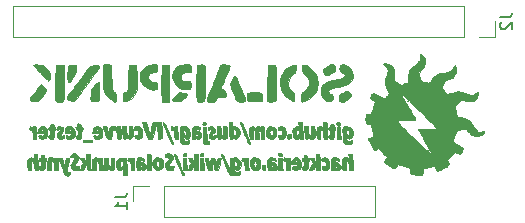
<source format=gbr>
%TF.GenerationSoftware,KiCad,Pcbnew,8.0.8-8.0.8-0~ubuntu20.04.1*%
%TF.CreationDate,2025-02-12T12:26:51+07:00*%
%TF.ProjectId,MUX-ADG706,4d55582d-4144-4473-9730-362e6b696361,rev?*%
%TF.SameCoordinates,Original*%
%TF.FileFunction,Legend,Bot*%
%TF.FilePolarity,Positive*%
%FSLAX46Y46*%
G04 Gerber Fmt 4.6, Leading zero omitted, Abs format (unit mm)*
G04 Created by KiCad (PCBNEW 8.0.8-8.0.8-0~ubuntu20.04.1) date 2025-02-12 12:26:51*
%MOMM*%
%LPD*%
G01*
G04 APERTURE LIST*
%ADD10C,0.150000*%
%ADD11C,0.010000*%
%ADD12C,0.120000*%
G04 APERTURE END LIST*
D10*
X131832819Y-93138666D02*
X132547104Y-93138666D01*
X132547104Y-93138666D02*
X132689961Y-93091047D01*
X132689961Y-93091047D02*
X132785200Y-92995809D01*
X132785200Y-92995809D02*
X132832819Y-92852952D01*
X132832819Y-92852952D02*
X132832819Y-92757714D01*
X131928057Y-93567238D02*
X131880438Y-93614857D01*
X131880438Y-93614857D02*
X131832819Y-93710095D01*
X131832819Y-93710095D02*
X131832819Y-93948190D01*
X131832819Y-93948190D02*
X131880438Y-94043428D01*
X131880438Y-94043428D02*
X131928057Y-94091047D01*
X131928057Y-94091047D02*
X132023295Y-94138666D01*
X132023295Y-94138666D02*
X132118533Y-94138666D01*
X132118533Y-94138666D02*
X132261390Y-94091047D01*
X132261390Y-94091047D02*
X132832819Y-93519619D01*
X132832819Y-93519619D02*
X132832819Y-94138666D01*
X99232819Y-108378666D02*
X99947104Y-108378666D01*
X99947104Y-108378666D02*
X100089961Y-108331047D01*
X100089961Y-108331047D02*
X100185200Y-108235809D01*
X100185200Y-108235809D02*
X100232819Y-108092952D01*
X100232819Y-108092952D02*
X100232819Y-107997714D01*
X100232819Y-109378666D02*
X100232819Y-108807238D01*
X100232819Y-109092952D02*
X99232819Y-109092952D01*
X99232819Y-109092952D02*
X99375676Y-108997714D01*
X99375676Y-108997714D02*
X99470914Y-108902476D01*
X99470914Y-108902476D02*
X99518533Y-108807238D01*
D11*
%TO.C,Ref\u002A\u002A*%
X121962333Y-104711500D02*
X121941167Y-104732667D01*
X121920000Y-104711500D01*
X121941167Y-104690334D01*
X121962333Y-104711500D01*
G36*
X121962333Y-104711500D02*
G01*
X121941167Y-104732667D01*
X121920000Y-104711500D01*
X121941167Y-104690334D01*
X121962333Y-104711500D01*
G37*
X122047000Y-104796167D02*
X122025833Y-104817334D01*
X122004667Y-104796167D01*
X122025833Y-104775000D01*
X122047000Y-104796167D01*
G36*
X122047000Y-104796167D02*
G01*
X122025833Y-104817334D01*
X122004667Y-104796167D01*
X122025833Y-104775000D01*
X122047000Y-104796167D01*
G37*
X124036667Y-100181834D02*
X124015500Y-100203000D01*
X123994333Y-100181834D01*
X124015500Y-100160667D01*
X124036667Y-100181834D01*
G36*
X124036667Y-100181834D02*
G01*
X124015500Y-100203000D01*
X123994333Y-100181834D01*
X124015500Y-100160667D01*
X124036667Y-100181834D01*
G37*
X125715889Y-104408111D02*
X125710078Y-104433278D01*
X125687667Y-104436334D01*
X125652821Y-104420844D01*
X125659444Y-104408111D01*
X125709684Y-104403045D01*
X125715889Y-104408111D01*
G36*
X125715889Y-104408111D02*
G01*
X125710078Y-104433278D01*
X125687667Y-104436334D01*
X125652821Y-104420844D01*
X125659444Y-104408111D01*
X125709684Y-104403045D01*
X125715889Y-104408111D01*
G37*
X125819036Y-104504310D02*
X125853814Y-104554317D01*
X125850656Y-104583047D01*
X125814402Y-104568655D01*
X125781247Y-104537897D01*
X125754263Y-104490126D01*
X125768166Y-104478667D01*
X125819036Y-104504310D01*
G36*
X125819036Y-104504310D02*
G01*
X125853814Y-104554317D01*
X125850656Y-104583047D01*
X125814402Y-104568655D01*
X125781247Y-104537897D01*
X125754263Y-104490126D01*
X125768166Y-104478667D01*
X125819036Y-104504310D01*
G37*
X105283368Y-105314750D02*
X105287897Y-105506297D01*
X105299211Y-105703164D01*
X105310431Y-105822750D01*
X105337126Y-106045000D01*
X104986667Y-106045000D01*
X104986667Y-105029000D01*
X105283000Y-105029000D01*
X105283368Y-105314750D01*
G36*
X105283368Y-105314750D02*
G01*
X105287897Y-105506297D01*
X105299211Y-105703164D01*
X105310431Y-105822750D01*
X105337126Y-106045000D01*
X104986667Y-106045000D01*
X104986667Y-105029000D01*
X105283000Y-105029000D01*
X105283368Y-105314750D01*
G37*
X105234381Y-104655080D02*
X105275211Y-104690990D01*
X105283000Y-104775000D01*
X105274740Y-104860327D01*
X105232845Y-104895324D01*
X105134833Y-104902000D01*
X105035286Y-104894920D01*
X104994455Y-104859010D01*
X104986667Y-104775000D01*
X104994926Y-104689674D01*
X105036821Y-104654676D01*
X105134833Y-104648000D01*
X105234381Y-104655080D01*
G36*
X105234381Y-104655080D02*
G01*
X105275211Y-104690990D01*
X105283000Y-104775000D01*
X105274740Y-104860327D01*
X105232845Y-104895324D01*
X105134833Y-104902000D01*
X105035286Y-104894920D01*
X104994455Y-104859010D01*
X104986667Y-104775000D01*
X104994926Y-104689674D01*
X105036821Y-104654676D01*
X105134833Y-104648000D01*
X105234381Y-104655080D01*
G37*
X106666305Y-105033357D02*
X106709170Y-105062050D01*
X106721618Y-105138513D01*
X106722333Y-105213113D01*
X106726059Y-105349629D01*
X106735832Y-105531337D01*
X106749547Y-105719160D01*
X106749712Y-105721113D01*
X106777090Y-106045000D01*
X106426000Y-106045000D01*
X106426000Y-105029000D01*
X106574167Y-105029000D01*
X106666305Y-105033357D01*
G36*
X106666305Y-105033357D02*
G01*
X106709170Y-105062050D01*
X106721618Y-105138513D01*
X106722333Y-105213113D01*
X106726059Y-105349629D01*
X106735832Y-105531337D01*
X106749547Y-105719160D01*
X106749712Y-105721113D01*
X106777090Y-106045000D01*
X106426000Y-106045000D01*
X106426000Y-105029000D01*
X106574167Y-105029000D01*
X106666305Y-105033357D01*
G37*
X106673714Y-104655080D02*
X106714544Y-104690990D01*
X106722333Y-104775000D01*
X106714073Y-104860327D01*
X106672178Y-104895324D01*
X106574167Y-104902000D01*
X106474619Y-104894920D01*
X106433789Y-104859010D01*
X106426000Y-104775000D01*
X106434260Y-104689674D01*
X106476155Y-104654676D01*
X106574167Y-104648000D01*
X106673714Y-104655080D01*
G36*
X106673714Y-104655080D02*
G01*
X106714544Y-104690990D01*
X106722333Y-104775000D01*
X106714073Y-104860327D01*
X106672178Y-104895324D01*
X106574167Y-104902000D01*
X106474619Y-104894920D01*
X106433789Y-104859010D01*
X106426000Y-104775000D01*
X106434260Y-104689674D01*
X106476155Y-104654676D01*
X106574167Y-104648000D01*
X106673714Y-104655080D01*
G37*
X106886032Y-102031241D02*
X106927052Y-102066823D01*
X106934000Y-102129167D01*
X106922930Y-102200738D01*
X106873114Y-102230037D01*
X106785833Y-102235000D01*
X106685634Y-102227093D01*
X106644614Y-102191510D01*
X106637667Y-102129167D01*
X106648737Y-102057596D01*
X106698552Y-102028296D01*
X106785833Y-102023334D01*
X106886032Y-102031241D01*
G36*
X106886032Y-102031241D02*
G01*
X106927052Y-102066823D01*
X106934000Y-102129167D01*
X106922930Y-102200738D01*
X106873114Y-102230037D01*
X106785833Y-102235000D01*
X106685634Y-102227093D01*
X106644614Y-102191510D01*
X106637667Y-102129167D01*
X106648737Y-102057596D01*
X106698552Y-102028296D01*
X106785833Y-102023334D01*
X106886032Y-102031241D01*
G37*
X113307911Y-104653015D02*
X113356178Y-104680193D01*
X113368399Y-104747729D01*
X113368667Y-104775000D01*
X113359996Y-104861248D01*
X113316665Y-104895915D01*
X113225029Y-104902000D01*
X113105249Y-104881719D01*
X113055696Y-104835038D01*
X113028833Y-104726434D01*
X113061223Y-104668697D01*
X113162980Y-104648662D01*
X113199333Y-104648000D01*
X113307911Y-104653015D01*
G36*
X113307911Y-104653015D02*
G01*
X113356178Y-104680193D01*
X113368399Y-104747729D01*
X113368667Y-104775000D01*
X113359996Y-104861248D01*
X113316665Y-104895915D01*
X113225029Y-104902000D01*
X113105249Y-104881719D01*
X113055696Y-104835038D01*
X113028833Y-104726434D01*
X113061223Y-104668697D01*
X113162980Y-104648662D01*
X113199333Y-104648000D01*
X113307911Y-104653015D01*
G37*
X114122517Y-103219250D02*
X114109022Y-103333033D01*
X114077274Y-103387635D01*
X114007417Y-103408527D01*
X113971917Y-103412432D01*
X113887803Y-103416568D01*
X113847683Y-103393265D01*
X113835266Y-103321220D01*
X113834333Y-103232516D01*
X113837311Y-103114401D01*
X113858139Y-103058071D01*
X113914655Y-103040642D01*
X113984934Y-103039334D01*
X114135535Y-103039334D01*
X114122517Y-103219250D01*
G36*
X114122517Y-103219250D02*
G01*
X114109022Y-103333033D01*
X114077274Y-103387635D01*
X114007417Y-103408527D01*
X113971917Y-103412432D01*
X113887803Y-103416568D01*
X113847683Y-103393265D01*
X113835266Y-103321220D01*
X113834333Y-103232516D01*
X113837311Y-103114401D01*
X113858139Y-103058071D01*
X113914655Y-103040642D01*
X113984934Y-103039334D01*
X114135535Y-103039334D01*
X114122517Y-103219250D01*
G37*
X118240339Y-102038840D02*
X118294853Y-102092749D01*
X118300380Y-102107621D01*
X118310934Y-102195688D01*
X118300734Y-102234621D01*
X118242390Y-102264992D01*
X118144465Y-102276795D01*
X118050445Y-102267854D01*
X118011222Y-102249111D01*
X117988947Y-102188536D01*
X117983000Y-102122111D01*
X117995779Y-102054552D01*
X118050456Y-102027322D01*
X118128314Y-102023334D01*
X118240339Y-102038840D01*
G36*
X118240339Y-102038840D02*
G01*
X118294853Y-102092749D01*
X118300380Y-102107621D01*
X118310934Y-102195688D01*
X118300734Y-102234621D01*
X118242390Y-102264992D01*
X118144465Y-102276795D01*
X118050445Y-102267854D01*
X118011222Y-102249111D01*
X117988947Y-102188536D01*
X117983000Y-102122111D01*
X117995779Y-102054552D01*
X118050456Y-102027322D01*
X118128314Y-102023334D01*
X118240339Y-102038840D01*
G37*
X113368667Y-105340592D02*
X113372542Y-105529422D01*
X113382659Y-105715730D01*
X113395587Y-105848592D01*
X113422508Y-106045000D01*
X113072333Y-106045000D01*
X113072333Y-105603963D01*
X113069960Y-105413203D01*
X113063560Y-105249901D01*
X113054208Y-105135349D01*
X113046637Y-105095963D01*
X113045532Y-105052818D01*
X113097505Y-105033076D01*
X113194804Y-105029000D01*
X113368667Y-105029000D01*
X113368667Y-105340592D01*
G36*
X113368667Y-105340592D02*
G01*
X113372542Y-105529422D01*
X113382659Y-105715730D01*
X113395587Y-105848592D01*
X113422508Y-106045000D01*
X113072333Y-106045000D01*
X113072333Y-105603963D01*
X113069960Y-105413203D01*
X113063560Y-105249901D01*
X113054208Y-105135349D01*
X113046637Y-105095963D01*
X113045532Y-105052818D01*
X113097505Y-105033076D01*
X113194804Y-105029000D01*
X113368667Y-105029000D01*
X113368667Y-105340592D01*
G37*
X111914540Y-105668067D02*
X111957650Y-105695628D01*
X111970753Y-105769727D01*
X111971667Y-105854500D01*
X111968503Y-105971552D01*
X111947067Y-106026979D01*
X111889435Y-106043825D01*
X111823500Y-106045000D01*
X111732460Y-106040933D01*
X111689349Y-106013372D01*
X111676247Y-105939273D01*
X111675333Y-105854500D01*
X111678496Y-105737449D01*
X111699933Y-105682021D01*
X111757565Y-105665175D01*
X111823500Y-105664000D01*
X111914540Y-105668067D01*
G36*
X111914540Y-105668067D02*
G01*
X111957650Y-105695628D01*
X111970753Y-105769727D01*
X111971667Y-105854500D01*
X111968503Y-105971552D01*
X111947067Y-106026979D01*
X111889435Y-106043825D01*
X111823500Y-106045000D01*
X111732460Y-106040933D01*
X111689349Y-106013372D01*
X111676247Y-105939273D01*
X111675333Y-105854500D01*
X111678496Y-105737449D01*
X111699933Y-105682021D01*
X111757565Y-105665175D01*
X111823500Y-105664000D01*
X111914540Y-105668067D01*
G37*
X102190172Y-104703693D02*
X102239199Y-104739167D01*
X102239927Y-104743250D01*
X102243413Y-104802548D01*
X102249680Y-104929991D01*
X102257957Y-105109129D01*
X102267473Y-105323516D01*
X102271677Y-105420657D01*
X102298500Y-106045146D01*
X101981000Y-106045000D01*
X101980781Y-105780417D01*
X101977673Y-105614683D01*
X101969577Y-105401875D01*
X101958012Y-105179335D01*
X101953229Y-105103084D01*
X101925897Y-104690334D01*
X102080448Y-104690334D01*
X102190172Y-104703693D01*
G36*
X102190172Y-104703693D02*
G01*
X102239199Y-104739167D01*
X102239927Y-104743250D01*
X102243413Y-104802548D01*
X102249680Y-104929991D01*
X102257957Y-105109129D01*
X102267473Y-105323516D01*
X102271677Y-105420657D01*
X102298500Y-106045146D01*
X101981000Y-106045000D01*
X101980781Y-105780417D01*
X101977673Y-105614683D01*
X101969577Y-105401875D01*
X101958012Y-105179335D01*
X101953229Y-105103084D01*
X101925897Y-104690334D01*
X102080448Y-104690334D01*
X102190172Y-104703693D01*
G37*
X103174800Y-102552500D02*
X103178281Y-102772169D01*
X103181446Y-102975785D01*
X103183941Y-103140240D01*
X103185383Y-103240417D01*
X103180882Y-103344967D01*
X103147657Y-103392260D01*
X103061818Y-103409569D01*
X103035145Y-103411924D01*
X102882791Y-103424682D01*
X102855229Y-103098621D01*
X102841760Y-102891193D01*
X102831942Y-102648294D01*
X102827708Y-102419105D01*
X102827667Y-102397946D01*
X102827667Y-102023334D01*
X103166333Y-102023334D01*
X103174800Y-102552500D01*
G36*
X103174800Y-102552500D02*
G01*
X103178281Y-102772169D01*
X103181446Y-102975785D01*
X103183941Y-103140240D01*
X103185383Y-103240417D01*
X103180882Y-103344967D01*
X103147657Y-103392260D01*
X103061818Y-103409569D01*
X103035145Y-103411924D01*
X102882791Y-103424682D01*
X102855229Y-103098621D01*
X102841760Y-102891193D01*
X102831942Y-102648294D01*
X102827708Y-102419105D01*
X102827667Y-102397946D01*
X102827667Y-102023334D01*
X103166333Y-102023334D01*
X103174800Y-102552500D01*
G37*
X118224972Y-102370234D02*
X118281473Y-102390441D01*
X118295930Y-102444514D01*
X118309404Y-102564897D01*
X118320305Y-102733236D01*
X118326643Y-102912334D01*
X118337655Y-103399167D01*
X118181494Y-103412306D01*
X118025333Y-103425444D01*
X118017396Y-103020722D01*
X118013618Y-102830001D01*
X118010172Y-102659417D01*
X118007587Y-102535024D01*
X118006812Y-102499584D01*
X118019313Y-102413244D01*
X118079376Y-102376652D01*
X118125740Y-102369274D01*
X118224972Y-102370234D01*
G36*
X118224972Y-102370234D02*
G01*
X118281473Y-102390441D01*
X118295930Y-102444514D01*
X118309404Y-102564897D01*
X118320305Y-102733236D01*
X118326643Y-102912334D01*
X118337655Y-103399167D01*
X118181494Y-103412306D01*
X118025333Y-103425444D01*
X118017396Y-103020722D01*
X118013618Y-102830001D01*
X118010172Y-102659417D01*
X118007587Y-102535024D01*
X118006812Y-102499584D01*
X118019313Y-102413244D01*
X118079376Y-102376652D01*
X118125740Y-102369274D01*
X118224972Y-102370234D01*
G37*
X113630660Y-105022319D02*
X113672250Y-105056728D01*
X113731252Y-105094679D01*
X113749667Y-105077895D01*
X113787215Y-105044851D01*
X113881555Y-105029272D01*
X113897833Y-105029000D01*
X114046000Y-105029000D01*
X114046000Y-106045000D01*
X113749667Y-106045000D01*
X113749667Y-105779253D01*
X113732879Y-105573621D01*
X113685430Y-105423689D01*
X113611692Y-105339745D01*
X113556766Y-105325334D01*
X113513611Y-105294106D01*
X113496361Y-105193657D01*
X113495667Y-105156000D01*
X113509488Y-105033664D01*
X113553309Y-104989765D01*
X113630660Y-105022319D01*
G36*
X113630660Y-105022319D02*
G01*
X113672250Y-105056728D01*
X113731252Y-105094679D01*
X113749667Y-105077895D01*
X113787215Y-105044851D01*
X113881555Y-105029272D01*
X113897833Y-105029000D01*
X114046000Y-105029000D01*
X114046000Y-106045000D01*
X113749667Y-106045000D01*
X113749667Y-105779253D01*
X113732879Y-105573621D01*
X113685430Y-105423689D01*
X113611692Y-105339745D01*
X113556766Y-105325334D01*
X113513611Y-105294106D01*
X113496361Y-105193657D01*
X113495667Y-105156000D01*
X113509488Y-105033664D01*
X113553309Y-104989765D01*
X113630660Y-105022319D01*
G37*
X100490393Y-105028102D02*
X100622521Y-105030109D01*
X100651882Y-105029646D01*
X100825598Y-105025741D01*
X100852966Y-105287580D01*
X100868682Y-105483182D01*
X100878579Y-105693361D01*
X100880333Y-105797210D01*
X100880333Y-106045000D01*
X100584000Y-106045000D01*
X100583376Y-105801584D01*
X100563995Y-105575998D01*
X100507924Y-105422011D01*
X100416264Y-105342159D01*
X100379495Y-105332663D01*
X100315966Y-105311463D01*
X100293153Y-105255598D01*
X100295888Y-105163330D01*
X100312681Y-105060077D01*
X100348730Y-105020879D01*
X100393500Y-105020692D01*
X100490393Y-105028102D01*
G36*
X100490393Y-105028102D02*
G01*
X100622521Y-105030109D01*
X100651882Y-105029646D01*
X100825598Y-105025741D01*
X100852966Y-105287580D01*
X100868682Y-105483182D01*
X100878579Y-105693361D01*
X100880333Y-105797210D01*
X100880333Y-106045000D01*
X100584000Y-106045000D01*
X100583376Y-105801584D01*
X100563995Y-105575998D01*
X100507924Y-105422011D01*
X100416264Y-105342159D01*
X100379495Y-105332663D01*
X100315966Y-105311463D01*
X100293153Y-105255598D01*
X100295888Y-105163330D01*
X100312681Y-105060077D01*
X100348730Y-105020879D01*
X100393500Y-105020692D01*
X100490393Y-105028102D01*
G37*
X110141456Y-105027929D02*
X110274350Y-105029893D01*
X110310083Y-105029325D01*
X110490000Y-105025099D01*
X110490301Y-105249300D01*
X110494822Y-105417226D01*
X110506192Y-105617883D01*
X110517589Y-105759250D01*
X110544576Y-106045000D01*
X110248243Y-106045000D01*
X110222569Y-105770067D01*
X110193052Y-105555619D01*
X110149375Y-105416186D01*
X110087419Y-105342713D01*
X110020288Y-105325334D01*
X109964562Y-105312874D01*
X109944556Y-105260063D01*
X109947694Y-105166584D01*
X109964219Y-105061918D01*
X109999164Y-105021360D01*
X110045500Y-105020692D01*
X110141456Y-105027929D01*
G36*
X110141456Y-105027929D02*
G01*
X110274350Y-105029893D01*
X110310083Y-105029325D01*
X110490000Y-105025099D01*
X110490301Y-105249300D01*
X110494822Y-105417226D01*
X110506192Y-105617883D01*
X110517589Y-105759250D01*
X110544576Y-106045000D01*
X110248243Y-106045000D01*
X110222569Y-105770067D01*
X110193052Y-105555619D01*
X110149375Y-105416186D01*
X110087419Y-105342713D01*
X110020288Y-105325334D01*
X109964562Y-105312874D01*
X109944556Y-105260063D01*
X109947694Y-105166584D01*
X109964219Y-105061918D01*
X109999164Y-105021360D01*
X110045500Y-105020692D01*
X110141456Y-105027929D01*
G37*
X111382314Y-99495287D02*
X111517317Y-99514631D01*
X111603294Y-99551219D01*
X111652065Y-99608959D01*
X111675452Y-99691761D01*
X111681435Y-99745165D01*
X111688032Y-99897970D01*
X111685095Y-100042087D01*
X111683234Y-100065417D01*
X111669969Y-100203000D01*
X111064001Y-100203000D01*
X110809658Y-100201063D01*
X110628193Y-100194541D01*
X110507891Y-100182368D01*
X110437037Y-100163475D01*
X110408496Y-100143311D01*
X110381483Y-100063537D01*
X110369828Y-99918452D01*
X110371562Y-99794061D01*
X110384167Y-99504500D01*
X110917951Y-99492697D01*
X111186466Y-99489279D01*
X111382314Y-99495287D01*
G36*
X111382314Y-99495287D02*
G01*
X111517317Y-99514631D01*
X111603294Y-99551219D01*
X111652065Y-99608959D01*
X111675452Y-99691761D01*
X111681435Y-99745165D01*
X111688032Y-99897970D01*
X111685095Y-100042087D01*
X111683234Y-100065417D01*
X111669969Y-100203000D01*
X111064001Y-100203000D01*
X110809658Y-100201063D01*
X110628193Y-100194541D01*
X110507891Y-100182368D01*
X110437037Y-100163475D01*
X110408496Y-100143311D01*
X110381483Y-100063537D01*
X110369828Y-99918452D01*
X110371562Y-99794061D01*
X110384167Y-99504500D01*
X110917951Y-99492697D01*
X111186466Y-99489279D01*
X111382314Y-99495287D01*
G37*
X104965500Y-99513274D02*
X105133955Y-99531694D01*
X105235786Y-99550503D01*
X105288775Y-99576762D01*
X105310701Y-99617533D01*
X105316432Y-99652667D01*
X105306546Y-99727168D01*
X105253408Y-99816783D01*
X105146854Y-99936914D01*
X105093517Y-99990544D01*
X104858336Y-100222589D01*
X104552085Y-100233449D01*
X104385776Y-100233411D01*
X104242058Y-100222930D01*
X104151578Y-100204267D01*
X104150583Y-100203852D01*
X104077325Y-100155070D01*
X104055333Y-100114686D01*
X104083267Y-100065088D01*
X104158342Y-99971644D01*
X104267469Y-99850011D01*
X104341083Y-99772846D01*
X104626833Y-99479714D01*
X104965500Y-99513274D01*
G36*
X104965500Y-99513274D02*
G01*
X105133955Y-99531694D01*
X105235786Y-99550503D01*
X105288775Y-99576762D01*
X105310701Y-99617533D01*
X105316432Y-99652667D01*
X105306546Y-99727168D01*
X105253408Y-99816783D01*
X105146854Y-99936914D01*
X105093517Y-99990544D01*
X104858336Y-100222589D01*
X104552085Y-100233449D01*
X104385776Y-100233411D01*
X104242058Y-100222930D01*
X104151578Y-100204267D01*
X104150583Y-100203852D01*
X104077325Y-100155070D01*
X104055333Y-100114686D01*
X104083267Y-100065088D01*
X104158342Y-99971644D01*
X104267469Y-99850011D01*
X104341083Y-99772846D01*
X104626833Y-99479714D01*
X104965500Y-99513274D01*
G37*
X97108476Y-103505735D02*
X97225978Y-103510722D01*
X97290532Y-103524135D01*
X97317996Y-103550147D01*
X97324231Y-103592932D01*
X97324333Y-103610834D01*
X97321540Y-103659862D01*
X97302589Y-103690784D01*
X97251620Y-103707772D01*
X97152775Y-103714999D01*
X96990193Y-103716640D01*
X96922167Y-103716667D01*
X96735857Y-103715932D01*
X96618355Y-103710945D01*
X96553801Y-103697532D01*
X96526337Y-103671520D01*
X96520102Y-103628735D01*
X96520000Y-103610834D01*
X96522793Y-103561805D01*
X96541744Y-103530883D01*
X96592713Y-103513895D01*
X96691558Y-103506668D01*
X96854140Y-103505027D01*
X96922167Y-103505000D01*
X97108476Y-103505735D01*
G36*
X97108476Y-103505735D02*
G01*
X97225978Y-103510722D01*
X97290532Y-103524135D01*
X97317996Y-103550147D01*
X97324231Y-103592932D01*
X97324333Y-103610834D01*
X97321540Y-103659862D01*
X97302589Y-103690784D01*
X97251620Y-103707772D01*
X97152775Y-103714999D01*
X96990193Y-103716640D01*
X96922167Y-103716667D01*
X96735857Y-103715932D01*
X96618355Y-103710945D01*
X96553801Y-103697532D01*
X96526337Y-103671520D01*
X96520102Y-103628735D01*
X96520000Y-103610834D01*
X96522793Y-103561805D01*
X96541744Y-103530883D01*
X96592713Y-103513895D01*
X96691558Y-103506668D01*
X96854140Y-103505027D01*
X96922167Y-103505000D01*
X97108476Y-103505735D01*
G37*
X117704187Y-97124265D02*
X117798719Y-97196127D01*
X117847364Y-97337325D01*
X117856000Y-97467057D01*
X117841985Y-97639454D01*
X117795560Y-97742212D01*
X117710153Y-97786318D01*
X117662854Y-97790000D01*
X117575929Y-97815490D01*
X117462183Y-97879907D01*
X117411500Y-97917000D01*
X117262958Y-98014032D01*
X117141512Y-98037420D01*
X117029987Y-97985694D01*
X116925169Y-97875302D01*
X116836310Y-97740509D01*
X116814210Y-97641647D01*
X116818419Y-97621973D01*
X116875404Y-97533950D01*
X116985808Y-97425941D01*
X117127384Y-97315951D01*
X117277888Y-97221988D01*
X117363753Y-97180572D01*
X117560341Y-97119745D01*
X117704187Y-97124265D01*
G36*
X117704187Y-97124265D02*
G01*
X117798719Y-97196127D01*
X117847364Y-97337325D01*
X117856000Y-97467057D01*
X117841985Y-97639454D01*
X117795560Y-97742212D01*
X117710153Y-97786318D01*
X117662854Y-97790000D01*
X117575929Y-97815490D01*
X117462183Y-97879907D01*
X117411500Y-97917000D01*
X117262958Y-98014032D01*
X117141512Y-98037420D01*
X117029987Y-97985694D01*
X116925169Y-97875302D01*
X116836310Y-97740509D01*
X116814210Y-97641647D01*
X116818419Y-97621973D01*
X116875404Y-97533950D01*
X116985808Y-97425941D01*
X117127384Y-97315951D01*
X117277888Y-97221988D01*
X117363753Y-97180572D01*
X117560341Y-97119745D01*
X117704187Y-97124265D01*
G37*
X95652167Y-97148762D02*
X95906167Y-97176167D01*
X95918917Y-97446413D01*
X95921367Y-97615444D01*
X95905362Y-97754721D01*
X95862918Y-97885873D01*
X95786053Y-98030530D01*
X95666785Y-98210323D01*
X95604601Y-98298061D01*
X95476796Y-98469994D01*
X95383483Y-98577188D01*
X95315435Y-98627408D01*
X95263428Y-98628421D01*
X95235889Y-98608445D01*
X95222958Y-98554277D01*
X95214115Y-98434060D01*
X95209373Y-98266313D01*
X95208746Y-98069554D01*
X95212246Y-97862304D01*
X95219887Y-97663080D01*
X95231683Y-97490403D01*
X95235056Y-97455702D01*
X95259762Y-97291450D01*
X95303360Y-97192061D01*
X95383070Y-97144866D01*
X95516112Y-97137192D01*
X95652167Y-97148762D01*
G36*
X95652167Y-97148762D02*
G01*
X95906167Y-97176167D01*
X95918917Y-97446413D01*
X95921367Y-97615444D01*
X95905362Y-97754721D01*
X95862918Y-97885873D01*
X95786053Y-98030530D01*
X95666785Y-98210323D01*
X95604601Y-98298061D01*
X95476796Y-98469994D01*
X95383483Y-98577188D01*
X95315435Y-98627408D01*
X95263428Y-98628421D01*
X95235889Y-98608445D01*
X95222958Y-98554277D01*
X95214115Y-98434060D01*
X95209373Y-98266313D01*
X95208746Y-98069554D01*
X95212246Y-97862304D01*
X95219887Y-97663080D01*
X95231683Y-97490403D01*
X95235056Y-97455702D01*
X95259762Y-97291450D01*
X95303360Y-97192061D01*
X95383070Y-97144866D01*
X95516112Y-97137192D01*
X95652167Y-97148762D01*
G37*
X104471035Y-102367084D02*
X104507670Y-102397105D01*
X104519841Y-102474220D01*
X104521000Y-102567280D01*
X104524785Y-102715883D01*
X104534701Y-102907011D01*
X104548378Y-103096446D01*
X104575757Y-103420334D01*
X104279280Y-103420334D01*
X104254130Y-103120354D01*
X104228563Y-102917856D01*
X104188828Y-102788087D01*
X104129335Y-102719546D01*
X104050150Y-102700667D01*
X103997743Y-102684449D01*
X103974695Y-102621608D01*
X103970667Y-102531334D01*
X103978673Y-102418957D01*
X104008834Y-102369783D01*
X104046867Y-102362000D01*
X104137710Y-102385998D01*
X104169088Y-102408022D01*
X104220188Y-102431150D01*
X104243553Y-102408022D01*
X104302583Y-102374819D01*
X104396498Y-102362000D01*
X104471035Y-102367084D01*
G36*
X104471035Y-102367084D02*
G01*
X104507670Y-102397105D01*
X104519841Y-102474220D01*
X104521000Y-102567280D01*
X104524785Y-102715883D01*
X104534701Y-102907011D01*
X104548378Y-103096446D01*
X104575757Y-103420334D01*
X104279280Y-103420334D01*
X104254130Y-103120354D01*
X104228563Y-102917856D01*
X104188828Y-102788087D01*
X104129335Y-102719546D01*
X104050150Y-102700667D01*
X103997743Y-102684449D01*
X103974695Y-102621608D01*
X103970667Y-102531334D01*
X103978673Y-102418957D01*
X104008834Y-102369783D01*
X104046867Y-102362000D01*
X104137710Y-102385998D01*
X104169088Y-102408022D01*
X104220188Y-102431150D01*
X104243553Y-102408022D01*
X104302583Y-102374819D01*
X104396498Y-102362000D01*
X104471035Y-102367084D01*
G37*
X118953839Y-99389752D02*
X119057593Y-99472602D01*
X119149474Y-99578774D01*
X119204428Y-99682157D01*
X119210471Y-99718159D01*
X119176155Y-99809575D01*
X119085070Y-99922786D01*
X118955518Y-100040433D01*
X118805802Y-100145161D01*
X118702667Y-100199754D01*
X118504596Y-100271056D01*
X118356562Y-100280722D01*
X118250251Y-100228466D01*
X118212681Y-100182964D01*
X118170469Y-100086551D01*
X118163278Y-99961930D01*
X118173439Y-99864777D01*
X118215696Y-99698065D01*
X118291458Y-99602503D01*
X118409006Y-99568420D01*
X118427541Y-99568000D01*
X118503592Y-99543578D01*
X118606929Y-99482866D01*
X118635404Y-99462167D01*
X118745531Y-99394161D01*
X118844822Y-99358087D01*
X118863267Y-99356334D01*
X118953839Y-99389752D01*
G36*
X118953839Y-99389752D02*
G01*
X119057593Y-99472602D01*
X119149474Y-99578774D01*
X119204428Y-99682157D01*
X119210471Y-99718159D01*
X119176155Y-99809575D01*
X119085070Y-99922786D01*
X118955518Y-100040433D01*
X118805802Y-100145161D01*
X118702667Y-100199754D01*
X118504596Y-100271056D01*
X118356562Y-100280722D01*
X118250251Y-100228466D01*
X118212681Y-100182964D01*
X118170469Y-100086551D01*
X118163278Y-99961930D01*
X118173439Y-99864777D01*
X118215696Y-99698065D01*
X118291458Y-99602503D01*
X118409006Y-99568420D01*
X118427541Y-99568000D01*
X118503592Y-99543578D01*
X118606929Y-99482866D01*
X118635404Y-99462167D01*
X118745531Y-99394161D01*
X118844822Y-99358087D01*
X118863267Y-99356334D01*
X118953839Y-99389752D01*
G37*
X92472906Y-102366102D02*
X92508391Y-102390127D01*
X92529959Y-102451652D01*
X92545191Y-102568258D01*
X92555621Y-102685887D01*
X92569469Y-102878081D01*
X92579314Y-103068904D01*
X92583000Y-103215054D01*
X92583000Y-103420334D01*
X92286667Y-103420334D01*
X92286667Y-103193817D01*
X92271063Y-102959590D01*
X92224907Y-102798840D01*
X92149181Y-102714055D01*
X92092025Y-102700667D01*
X92026392Y-102690721D01*
X91997229Y-102645129D01*
X91990347Y-102540264D01*
X91990333Y-102531334D01*
X91997666Y-102420169D01*
X92026715Y-102371138D01*
X92072501Y-102362000D01*
X92154764Y-102383232D01*
X92183113Y-102408022D01*
X92225379Y-102431150D01*
X92257578Y-102408022D01*
X92332317Y-102372984D01*
X92415921Y-102362000D01*
X92472906Y-102366102D01*
G36*
X92472906Y-102366102D02*
G01*
X92508391Y-102390127D01*
X92529959Y-102451652D01*
X92545191Y-102568258D01*
X92555621Y-102685887D01*
X92569469Y-102878081D01*
X92579314Y-103068904D01*
X92583000Y-103215054D01*
X92583000Y-103420334D01*
X92286667Y-103420334D01*
X92286667Y-103193817D01*
X92271063Y-102959590D01*
X92224907Y-102798840D01*
X92149181Y-102714055D01*
X92092025Y-102700667D01*
X92026392Y-102690721D01*
X91997229Y-102645129D01*
X91990347Y-102540264D01*
X91990333Y-102531334D01*
X91997666Y-102420169D01*
X92026715Y-102371138D01*
X92072501Y-102362000D01*
X92154764Y-102383232D01*
X92183113Y-102408022D01*
X92225379Y-102431150D01*
X92257578Y-102408022D01*
X92332317Y-102372984D01*
X92415921Y-102362000D01*
X92472906Y-102366102D01*
G37*
X92724788Y-97139735D02*
X92779657Y-97143674D01*
X93111742Y-97168790D01*
X93361148Y-97405312D01*
X93531847Y-97581938D01*
X93641613Y-97738969D01*
X93702057Y-97900461D01*
X93724792Y-98090470D01*
X93726000Y-98161174D01*
X93710392Y-98353123D01*
X93663956Y-98468616D01*
X93587276Y-98506276D01*
X93579950Y-98505894D01*
X93538226Y-98475661D01*
X93447440Y-98393448D01*
X93317099Y-98268416D01*
X93156711Y-98109724D01*
X92975783Y-97926532D01*
X92932250Y-97881881D01*
X92749999Y-97692208D01*
X92589844Y-97521152D01*
X92460644Y-97378538D01*
X92371259Y-97274192D01*
X92330547Y-97217940D01*
X92329000Y-97212850D01*
X92347865Y-97166546D01*
X92412289Y-97140128D01*
X92534015Y-97131791D01*
X92724788Y-97139735D01*
G36*
X92724788Y-97139735D02*
G01*
X92779657Y-97143674D01*
X93111742Y-97168790D01*
X93361148Y-97405312D01*
X93531847Y-97581938D01*
X93641613Y-97738969D01*
X93702057Y-97900461D01*
X93724792Y-98090470D01*
X93726000Y-98161174D01*
X93710392Y-98353123D01*
X93663956Y-98468616D01*
X93587276Y-98506276D01*
X93579950Y-98505894D01*
X93538226Y-98475661D01*
X93447440Y-98393448D01*
X93317099Y-98268416D01*
X93156711Y-98109724D01*
X92975783Y-97926532D01*
X92932250Y-97881881D01*
X92749999Y-97692208D01*
X92589844Y-97521152D01*
X92460644Y-97378538D01*
X92371259Y-97274192D01*
X92330547Y-97217940D01*
X92329000Y-97212850D01*
X92347865Y-97166546D01*
X92412289Y-97140128D01*
X92534015Y-97131791D01*
X92724788Y-97139735D01*
G37*
X97839015Y-98610612D02*
X97855042Y-98646030D01*
X97865361Y-98716888D01*
X97871229Y-98834217D01*
X97873902Y-99009048D01*
X97874635Y-99252414D01*
X97874667Y-99391193D01*
X97874986Y-99680640D01*
X97872743Y-99896266D01*
X97863134Y-100048888D01*
X97841356Y-100149321D01*
X97802607Y-100208383D01*
X97742082Y-100236890D01*
X97654981Y-100245658D01*
X97536498Y-100245503D01*
X97495388Y-100245334D01*
X97319058Y-100233936D01*
X97216155Y-100198551D01*
X97196366Y-100180669D01*
X97170106Y-100117552D01*
X97158644Y-100001584D01*
X97161187Y-99820207D01*
X97166777Y-99712426D01*
X97190855Y-99308848D01*
X97442911Y-98962174D01*
X97578242Y-98787500D01*
X97690376Y-98665816D01*
X97770755Y-98606137D01*
X97784816Y-98601973D01*
X97816025Y-98599604D01*
X97839015Y-98610612D01*
G36*
X97839015Y-98610612D02*
G01*
X97855042Y-98646030D01*
X97865361Y-98716888D01*
X97871229Y-98834217D01*
X97873902Y-99009048D01*
X97874635Y-99252414D01*
X97874667Y-99391193D01*
X97874986Y-99680640D01*
X97872743Y-99896266D01*
X97863134Y-100048888D01*
X97841356Y-100149321D01*
X97802607Y-100208383D01*
X97742082Y-100236890D01*
X97654981Y-100245658D01*
X97536498Y-100245503D01*
X97495388Y-100245334D01*
X97319058Y-100233936D01*
X97216155Y-100198551D01*
X97196366Y-100180669D01*
X97170106Y-100117552D01*
X97158644Y-100001584D01*
X97161187Y-99820207D01*
X97166777Y-99712426D01*
X97190855Y-99308848D01*
X97442911Y-98962174D01*
X97578242Y-98787500D01*
X97690376Y-98665816D01*
X97770755Y-98606137D01*
X97784816Y-98601973D01*
X97816025Y-98599604D01*
X97839015Y-98610612D01*
G37*
X98473289Y-105028920D02*
X98627412Y-105029000D01*
X98643552Y-105348619D01*
X98660494Y-105543037D01*
X98688750Y-105661391D01*
X98722263Y-105707764D01*
X98789239Y-105735912D01*
X98832976Y-105712961D01*
X98857628Y-105629397D01*
X98867353Y-105475705D01*
X98867939Y-105374233D01*
X98866379Y-105029000D01*
X99187000Y-105029000D01*
X99187000Y-105489483D01*
X99182610Y-105729384D01*
X99169057Y-105890537D01*
X99145762Y-105978424D01*
X99133846Y-105994080D01*
X98998858Y-106056145D01*
X98842905Y-106055077D01*
X98753083Y-106021782D01*
X98671743Y-105988702D01*
X98636803Y-105999124D01*
X98636667Y-106001315D01*
X98599502Y-106030383D01*
X98508309Y-106044691D01*
X98490989Y-106045000D01*
X98345312Y-106045000D01*
X98332239Y-105536920D01*
X98319167Y-105028840D01*
X98473289Y-105028920D01*
G36*
X98473289Y-105028920D02*
G01*
X98627412Y-105029000D01*
X98643552Y-105348619D01*
X98660494Y-105543037D01*
X98688750Y-105661391D01*
X98722263Y-105707764D01*
X98789239Y-105735912D01*
X98832976Y-105712961D01*
X98857628Y-105629397D01*
X98867353Y-105475705D01*
X98867939Y-105374233D01*
X98866379Y-105029000D01*
X99187000Y-105029000D01*
X99187000Y-105489483D01*
X99182610Y-105729384D01*
X99169057Y-105890537D01*
X99145762Y-105978424D01*
X99133846Y-105994080D01*
X98998858Y-106056145D01*
X98842905Y-106055077D01*
X98753083Y-106021782D01*
X98671743Y-105988702D01*
X98636803Y-105999124D01*
X98636667Y-106001315D01*
X98599502Y-106030383D01*
X98508309Y-106044691D01*
X98490989Y-106045000D01*
X98345312Y-106045000D01*
X98332239Y-105536920D01*
X98319167Y-105028840D01*
X98473289Y-105028920D01*
G37*
X103369782Y-102045165D02*
X103408674Y-102085525D01*
X103455463Y-102160585D01*
X103514891Y-102279658D01*
X103591697Y-102452057D01*
X103690624Y-102687096D01*
X103783105Y-102912334D01*
X103886296Y-103167394D01*
X103977773Y-103397620D01*
X104052886Y-103590968D01*
X104106984Y-103735395D01*
X104135418Y-103818857D01*
X104138599Y-103833084D01*
X104104832Y-103877011D01*
X104061355Y-103886000D01*
X104029036Y-103871334D01*
X103989207Y-103821737D01*
X103937780Y-103728815D01*
X103870668Y-103584172D01*
X103783786Y-103379413D01*
X103673047Y-103106143D01*
X103633782Y-103007584D01*
X103531441Y-102749986D01*
X103438890Y-102517108D01*
X103360949Y-102321075D01*
X103302441Y-102174015D01*
X103268188Y-102088053D01*
X103261968Y-102072525D01*
X103269877Y-102031564D01*
X103334047Y-102030192D01*
X103369782Y-102045165D01*
G36*
X103369782Y-102045165D02*
G01*
X103408674Y-102085525D01*
X103455463Y-102160585D01*
X103514891Y-102279658D01*
X103591697Y-102452057D01*
X103690624Y-102687096D01*
X103783105Y-102912334D01*
X103886296Y-103167394D01*
X103977773Y-103397620D01*
X104052886Y-103590968D01*
X104106984Y-103735395D01*
X104135418Y-103818857D01*
X104138599Y-103833084D01*
X104104832Y-103877011D01*
X104061355Y-103886000D01*
X104029036Y-103871334D01*
X103989207Y-103821737D01*
X103937780Y-103728815D01*
X103870668Y-103584172D01*
X103783786Y-103379413D01*
X103673047Y-103106143D01*
X103633782Y-103007584D01*
X103531441Y-102749986D01*
X103438890Y-102517108D01*
X103360949Y-102321075D01*
X103302441Y-102174015D01*
X103268188Y-102088053D01*
X103261968Y-102072525D01*
X103269877Y-102031564D01*
X103334047Y-102030192D01*
X103369782Y-102045165D01*
G37*
X92508917Y-104690307D02*
X92667667Y-104690334D01*
X92667886Y-104954917D01*
X92670993Y-105120650D01*
X92679089Y-105333458D01*
X92690654Y-105555999D01*
X92695437Y-105632250D01*
X92722770Y-106045000D01*
X92423614Y-106045000D01*
X92394084Y-105729870D01*
X92364128Y-105522067D01*
X92318785Y-105392429D01*
X92254912Y-105335344D01*
X92176907Y-105342149D01*
X92142512Y-105369030D01*
X92123943Y-105428221D01*
X92118649Y-105537224D01*
X92123765Y-105706718D01*
X92139128Y-106045000D01*
X91833532Y-106045000D01*
X91808246Y-105654702D01*
X91799917Y-105412802D01*
X91814085Y-105240011D01*
X91854868Y-105122791D01*
X91926390Y-105047601D01*
X92004456Y-105010020D01*
X92116664Y-104991004D01*
X92228527Y-105028277D01*
X92251886Y-105041176D01*
X92379557Y-105114449D01*
X92350167Y-104690281D01*
X92508917Y-104690307D01*
G36*
X92508917Y-104690307D02*
G01*
X92667667Y-104690334D01*
X92667886Y-104954917D01*
X92670993Y-105120650D01*
X92679089Y-105333458D01*
X92690654Y-105555999D01*
X92695437Y-105632250D01*
X92722770Y-106045000D01*
X92423614Y-106045000D01*
X92394084Y-105729870D01*
X92364128Y-105522067D01*
X92318785Y-105392429D01*
X92254912Y-105335344D01*
X92176907Y-105342149D01*
X92142512Y-105369030D01*
X92123943Y-105428221D01*
X92118649Y-105537224D01*
X92123765Y-105706718D01*
X92139128Y-106045000D01*
X91833532Y-106045000D01*
X91808246Y-105654702D01*
X91799917Y-105412802D01*
X91814085Y-105240011D01*
X91854868Y-105122791D01*
X91926390Y-105047601D01*
X92004456Y-105010020D01*
X92116664Y-104991004D01*
X92228527Y-105028277D01*
X92251886Y-105041176D01*
X92379557Y-105114449D01*
X92350167Y-104690281D01*
X92508917Y-104690307D01*
G37*
X93869427Y-105002308D02*
X93970580Y-105052567D01*
X94041881Y-105088549D01*
X94064667Y-105071179D01*
X94102883Y-105041470D01*
X94206012Y-105035796D01*
X94223417Y-105037028D01*
X94382167Y-105050167D01*
X94403333Y-105547677D01*
X94424500Y-106045187D01*
X94265750Y-106045094D01*
X94107000Y-106045000D01*
X94102780Y-105822750D01*
X94088789Y-105606969D01*
X94053957Y-105460822D01*
X93994464Y-105371008D01*
X93967249Y-105350507D01*
X93892315Y-105330549D01*
X93844286Y-105383189D01*
X93822138Y-105511239D01*
X93824846Y-105717512D01*
X93826146Y-105738084D01*
X93846471Y-106045000D01*
X93514333Y-106045000D01*
X93514333Y-105600500D01*
X93516234Y-105395720D01*
X93523868Y-105257447D01*
X93540133Y-105167568D01*
X93567928Y-105107973D01*
X93599000Y-105071334D01*
X93725815Y-104997470D01*
X93869427Y-105002308D01*
G36*
X93869427Y-105002308D02*
G01*
X93970580Y-105052567D01*
X94041881Y-105088549D01*
X94064667Y-105071179D01*
X94102883Y-105041470D01*
X94206012Y-105035796D01*
X94223417Y-105037028D01*
X94382167Y-105050167D01*
X94403333Y-105547677D01*
X94424500Y-106045187D01*
X94265750Y-106045094D01*
X94107000Y-106045000D01*
X94102780Y-105822750D01*
X94088789Y-105606969D01*
X94053957Y-105460822D01*
X93994464Y-105371008D01*
X93967249Y-105350507D01*
X93892315Y-105330549D01*
X93844286Y-105383189D01*
X93822138Y-105511239D01*
X93824846Y-105717512D01*
X93826146Y-105738084D01*
X93846471Y-106045000D01*
X93514333Y-106045000D01*
X93514333Y-105600500D01*
X93516234Y-105395720D01*
X93523868Y-105257447D01*
X93540133Y-105167568D01*
X93567928Y-105107973D01*
X93599000Y-105071334D01*
X93725815Y-104997470D01*
X93869427Y-105002308D01*
G37*
X109900587Y-102030973D02*
X109936553Y-102049434D01*
X109978662Y-102100237D01*
X110031480Y-102192399D01*
X110099574Y-102334935D01*
X110187510Y-102536861D01*
X110299854Y-102807191D01*
X110325548Y-102870000D01*
X110451005Y-103177874D01*
X110546950Y-103416292D01*
X110616008Y-103594129D01*
X110660802Y-103720261D01*
X110683956Y-103803563D01*
X110688094Y-103852911D01*
X110675840Y-103877179D01*
X110649819Y-103885243D01*
X110625921Y-103886000D01*
X110593781Y-103874959D01*
X110557025Y-103835961D01*
X110511307Y-103760197D01*
X110452279Y-103638856D01*
X110375595Y-103463129D01*
X110276909Y-103224206D01*
X110176832Y-102975732D01*
X110073344Y-102716062D01*
X109981289Y-102483173D01*
X109905074Y-102288375D01*
X109849106Y-102142976D01*
X109817794Y-102058285D01*
X109812667Y-102041454D01*
X109847721Y-102027696D01*
X109900587Y-102030973D01*
G36*
X109900587Y-102030973D02*
G01*
X109936553Y-102049434D01*
X109978662Y-102100237D01*
X110031480Y-102192399D01*
X110099574Y-102334935D01*
X110187510Y-102536861D01*
X110299854Y-102807191D01*
X110325548Y-102870000D01*
X110451005Y-103177874D01*
X110546950Y-103416292D01*
X110616008Y-103594129D01*
X110660802Y-103720261D01*
X110683956Y-103803563D01*
X110688094Y-103852911D01*
X110675840Y-103877179D01*
X110649819Y-103885243D01*
X110625921Y-103886000D01*
X110593781Y-103874959D01*
X110557025Y-103835961D01*
X110511307Y-103760197D01*
X110452279Y-103638856D01*
X110375595Y-103463129D01*
X110276909Y-103224206D01*
X110176832Y-102975732D01*
X110073344Y-102716062D01*
X109981289Y-102483173D01*
X109905074Y-102288375D01*
X109849106Y-102142976D01*
X109817794Y-102058285D01*
X109812667Y-102041454D01*
X109847721Y-102027696D01*
X109900587Y-102030973D01*
G37*
X99703231Y-102743000D02*
X99707258Y-102932567D01*
X99710816Y-103105774D01*
X99713310Y-103233481D01*
X99713815Y-103261584D01*
X99706069Y-103357636D01*
X99661342Y-103398962D01*
X99582556Y-103412136D01*
X99484984Y-103411526D01*
X99432333Y-103392243D01*
X99431587Y-103390969D01*
X99421055Y-103333698D01*
X99410679Y-103217871D01*
X99403331Y-103082250D01*
X99387248Y-102892593D01*
X99353287Y-102774210D01*
X99295557Y-102714559D01*
X99224150Y-102700667D01*
X99171743Y-102684449D01*
X99148695Y-102621608D01*
X99144667Y-102531334D01*
X99152673Y-102418957D01*
X99182834Y-102369783D01*
X99220867Y-102362000D01*
X99314771Y-102388803D01*
X99347867Y-102412800D01*
X99389814Y-102442252D01*
X99398667Y-102412800D01*
X99436711Y-102377424D01*
X99535444Y-102362122D01*
X99546833Y-102362000D01*
X99695000Y-102362000D01*
X99703231Y-102743000D01*
G36*
X99703231Y-102743000D02*
G01*
X99707258Y-102932567D01*
X99710816Y-103105774D01*
X99713310Y-103233481D01*
X99713815Y-103261584D01*
X99706069Y-103357636D01*
X99661342Y-103398962D01*
X99582556Y-103412136D01*
X99484984Y-103411526D01*
X99432333Y-103392243D01*
X99431587Y-103390969D01*
X99421055Y-103333698D01*
X99410679Y-103217871D01*
X99403331Y-103082250D01*
X99387248Y-102892593D01*
X99353287Y-102774210D01*
X99295557Y-102714559D01*
X99224150Y-102700667D01*
X99171743Y-102684449D01*
X99148695Y-102621608D01*
X99144667Y-102531334D01*
X99152673Y-102418957D01*
X99182834Y-102369783D01*
X99220867Y-102362000D01*
X99314771Y-102388803D01*
X99347867Y-102412800D01*
X99389814Y-102442252D01*
X99398667Y-102412800D01*
X99436711Y-102377424D01*
X99535444Y-102362122D01*
X99546833Y-102362000D01*
X99695000Y-102362000D01*
X99703231Y-102743000D01*
G37*
X104317565Y-104698057D02*
X104352304Y-104727358D01*
X104393095Y-104787426D01*
X104444557Y-104887455D01*
X104511310Y-105036638D01*
X104597974Y-105244166D01*
X104709169Y-105519231D01*
X104741691Y-105600500D01*
X104857242Y-105890688D01*
X104943695Y-106111782D01*
X105003823Y-106273124D01*
X105040399Y-106384059D01*
X105056194Y-106453932D01*
X105053981Y-106492086D01*
X105036533Y-106507866D01*
X105011743Y-106510667D01*
X104978435Y-106502943D01*
X104943696Y-106473643D01*
X104902905Y-106413574D01*
X104851443Y-106313545D01*
X104784690Y-106164363D01*
X104698025Y-105956835D01*
X104586830Y-105681769D01*
X104554308Y-105600500D01*
X104438758Y-105310312D01*
X104352304Y-105089219D01*
X104292176Y-104927877D01*
X104255601Y-104816941D01*
X104239806Y-104747069D01*
X104242019Y-104708915D01*
X104259466Y-104693134D01*
X104284257Y-104690334D01*
X104317565Y-104698057D01*
G36*
X104317565Y-104698057D02*
G01*
X104352304Y-104727358D01*
X104393095Y-104787426D01*
X104444557Y-104887455D01*
X104511310Y-105036638D01*
X104597974Y-105244166D01*
X104709169Y-105519231D01*
X104741691Y-105600500D01*
X104857242Y-105890688D01*
X104943695Y-106111782D01*
X105003823Y-106273124D01*
X105040399Y-106384059D01*
X105056194Y-106453932D01*
X105053981Y-106492086D01*
X105036533Y-106507866D01*
X105011743Y-106510667D01*
X104978435Y-106502943D01*
X104943696Y-106473643D01*
X104902905Y-106413574D01*
X104851443Y-106313545D01*
X104784690Y-106164363D01*
X104698025Y-105956835D01*
X104586830Y-105681769D01*
X104554308Y-105600500D01*
X104438758Y-105310312D01*
X104352304Y-105089219D01*
X104292176Y-104927877D01*
X104255601Y-104816941D01*
X104239806Y-104747069D01*
X104242019Y-104708915D01*
X104259466Y-104693134D01*
X104284257Y-104690334D01*
X104317565Y-104698057D01*
G37*
X113498739Y-102413700D02*
X113588480Y-102515757D01*
X113624475Y-102585744D01*
X113697130Y-102827903D01*
X113687790Y-103058974D01*
X113647417Y-103185452D01*
X113559494Y-103325001D01*
X113431298Y-103399924D01*
X113264568Y-103420334D01*
X113153874Y-103408113D01*
X113093868Y-103359486D01*
X113071285Y-103311744D01*
X113033826Y-103188196D01*
X113047082Y-103122424D01*
X113119673Y-103098745D01*
X113188750Y-103098005D01*
X113292382Y-103095770D01*
X113339777Y-103064414D01*
X113357422Y-102979786D01*
X113360815Y-102941129D01*
X113350590Y-102782624D01*
X113288532Y-102690756D01*
X113174917Y-102665879D01*
X113146687Y-102668877D01*
X113067102Y-102674423D01*
X113036477Y-102643895D01*
X113036809Y-102555004D01*
X113038446Y-102534899D01*
X113055290Y-102432431D01*
X113100015Y-102386512D01*
X113194608Y-102369464D01*
X113374508Y-102368488D01*
X113498739Y-102413700D01*
G36*
X113498739Y-102413700D02*
G01*
X113588480Y-102515757D01*
X113624475Y-102585744D01*
X113697130Y-102827903D01*
X113687790Y-103058974D01*
X113647417Y-103185452D01*
X113559494Y-103325001D01*
X113431298Y-103399924D01*
X113264568Y-103420334D01*
X113153874Y-103408113D01*
X113093868Y-103359486D01*
X113071285Y-103311744D01*
X113033826Y-103188196D01*
X113047082Y-103122424D01*
X113119673Y-103098745D01*
X113188750Y-103098005D01*
X113292382Y-103095770D01*
X113339777Y-103064414D01*
X113357422Y-102979786D01*
X113360815Y-102941129D01*
X113350590Y-102782624D01*
X113288532Y-102690756D01*
X113174917Y-102665879D01*
X113146687Y-102668877D01*
X113067102Y-102674423D01*
X113036477Y-102643895D01*
X113036809Y-102555004D01*
X113038446Y-102534899D01*
X113055290Y-102432431D01*
X113100015Y-102386512D01*
X113194608Y-102369464D01*
X113374508Y-102368488D01*
X113498739Y-102413700D01*
G37*
X106976333Y-102933500D02*
X106986986Y-103144585D01*
X107000942Y-103327389D01*
X107016497Y-103463975D01*
X107031945Y-103536401D01*
X107034028Y-103540438D01*
X107099949Y-103577727D01*
X107152800Y-103575535D01*
X107206119Y-103572056D01*
X107225469Y-103613534D01*
X107222106Y-103709431D01*
X107208326Y-103807844D01*
X107171824Y-103854895D01*
X107086972Y-103873221D01*
X107031571Y-103877738D01*
X106890592Y-103873163D01*
X106793545Y-103827589D01*
X106766987Y-103803654D01*
X106740326Y-103775048D01*
X106719353Y-103742121D01*
X106703224Y-103694854D01*
X106691098Y-103623227D01*
X106682134Y-103517222D01*
X106675488Y-103366818D01*
X106670319Y-103161997D01*
X106665785Y-102892740D01*
X106661045Y-102549026D01*
X106660950Y-102541917D01*
X106664845Y-102438017D01*
X106695747Y-102393537D01*
X106776802Y-102383317D01*
X106807000Y-102383167D01*
X106955167Y-102383167D01*
X106976333Y-102933500D01*
G36*
X106976333Y-102933500D02*
G01*
X106986986Y-103144585D01*
X107000942Y-103327389D01*
X107016497Y-103463975D01*
X107031945Y-103536401D01*
X107034028Y-103540438D01*
X107099949Y-103577727D01*
X107152800Y-103575535D01*
X107206119Y-103572056D01*
X107225469Y-103613534D01*
X107222106Y-103709431D01*
X107208326Y-103807844D01*
X107171824Y-103854895D01*
X107086972Y-103873221D01*
X107031571Y-103877738D01*
X106890592Y-103873163D01*
X106793545Y-103827589D01*
X106766987Y-103803654D01*
X106740326Y-103775048D01*
X106719353Y-103742121D01*
X106703224Y-103694854D01*
X106691098Y-103623227D01*
X106682134Y-103517222D01*
X106675488Y-103366818D01*
X106670319Y-103161997D01*
X106665785Y-102892740D01*
X106661045Y-102549026D01*
X106660950Y-102541917D01*
X106664845Y-102438017D01*
X106695747Y-102393537D01*
X106776802Y-102383317D01*
X106807000Y-102383167D01*
X106955167Y-102383167D01*
X106976333Y-102933500D01*
G37*
X109402952Y-98117077D02*
X109471733Y-98210624D01*
X109554356Y-98379613D01*
X109653743Y-98615500D01*
X109758671Y-98868146D01*
X109878347Y-99149870D01*
X109995868Y-99421159D01*
X110070253Y-99589167D01*
X110151680Y-99775966D01*
X110218195Y-99938643D01*
X110262860Y-100059524D01*
X110278750Y-100120450D01*
X110254640Y-100204609D01*
X110176506Y-100257274D01*
X110033705Y-100283085D01*
X109895428Y-100287667D01*
X109729311Y-100282173D01*
X109624022Y-100262115D01*
X109556226Y-100222126D01*
X109540188Y-100205970D01*
X109495426Y-100133530D01*
X109432247Y-100001589D01*
X109359959Y-99830645D01*
X109304704Y-99687387D01*
X109227298Y-99481745D01*
X109149260Y-99280647D01*
X109081764Y-99112604D01*
X109049547Y-99036230D01*
X108955939Y-98821959D01*
X109119719Y-98452639D01*
X109206395Y-98266755D01*
X109277609Y-98147377D01*
X109340686Y-98096740D01*
X109402952Y-98117077D01*
G36*
X109402952Y-98117077D02*
G01*
X109471733Y-98210624D01*
X109554356Y-98379613D01*
X109653743Y-98615500D01*
X109758671Y-98868146D01*
X109878347Y-99149870D01*
X109995868Y-99421159D01*
X110070253Y-99589167D01*
X110151680Y-99775966D01*
X110218195Y-99938643D01*
X110262860Y-100059524D01*
X110278750Y-100120450D01*
X110254640Y-100204609D01*
X110176506Y-100257274D01*
X110033705Y-100283085D01*
X109895428Y-100287667D01*
X109729311Y-100282173D01*
X109624022Y-100262115D01*
X109556226Y-100222126D01*
X109540188Y-100205970D01*
X109495426Y-100133530D01*
X109432247Y-100001589D01*
X109359959Y-99830645D01*
X109304704Y-99687387D01*
X109227298Y-99481745D01*
X109149260Y-99280647D01*
X109081764Y-99112604D01*
X109049547Y-99036230D01*
X108955939Y-98821959D01*
X109119719Y-98452639D01*
X109206395Y-98266755D01*
X109277609Y-98147377D01*
X109340686Y-98096740D01*
X109402952Y-98117077D01*
G37*
X116558229Y-105103084D02*
X116570682Y-105319882D01*
X116580219Y-105540565D01*
X116585321Y-105727791D01*
X116585781Y-105780417D01*
X116586000Y-106045000D01*
X116293535Y-106045000D01*
X116281017Y-105759250D01*
X116268500Y-105473500D01*
X116156794Y-105748667D01*
X116096113Y-105892716D01*
X116048742Y-105976021D01*
X115996954Y-106016608D01*
X115923020Y-106032505D01*
X115873506Y-106036731D01*
X115701924Y-106049628D01*
X115830641Y-105759932D01*
X115959358Y-105470235D01*
X115829277Y-105249618D01*
X115699197Y-105029000D01*
X115866571Y-105029000D01*
X115978914Y-105037750D01*
X116048576Y-105078764D01*
X116110609Y-105174187D01*
X116117835Y-105187750D01*
X116194152Y-105327982D01*
X116242565Y-105398870D01*
X116267735Y-105396985D01*
X116274322Y-105318896D01*
X116266989Y-105161175D01*
X116261678Y-105081917D01*
X116234655Y-104690334D01*
X116530897Y-104690334D01*
X116558229Y-105103084D01*
G36*
X116558229Y-105103084D02*
G01*
X116570682Y-105319882D01*
X116580219Y-105540565D01*
X116585321Y-105727791D01*
X116585781Y-105780417D01*
X116586000Y-106045000D01*
X116293535Y-106045000D01*
X116281017Y-105759250D01*
X116268500Y-105473500D01*
X116156794Y-105748667D01*
X116096113Y-105892716D01*
X116048742Y-105976021D01*
X115996954Y-106016608D01*
X115923020Y-106032505D01*
X115873506Y-106036731D01*
X115701924Y-106049628D01*
X115830641Y-105759932D01*
X115959358Y-105470235D01*
X115829277Y-105249618D01*
X115699197Y-105029000D01*
X115866571Y-105029000D01*
X115978914Y-105037750D01*
X116048576Y-105078764D01*
X116110609Y-105174187D01*
X116117835Y-105187750D01*
X116194152Y-105327982D01*
X116242565Y-105398870D01*
X116267735Y-105396985D01*
X116274322Y-105318896D01*
X116266989Y-105161175D01*
X116261678Y-105081917D01*
X116234655Y-104690334D01*
X116530897Y-104690334D01*
X116558229Y-105103084D01*
G37*
X93005101Y-98827126D02*
X93027385Y-98837683D01*
X93091267Y-98890048D01*
X93180526Y-98981737D01*
X93276890Y-99091368D01*
X93362091Y-99197562D01*
X93417857Y-99278939D01*
X93429667Y-99308440D01*
X93403832Y-99365688D01*
X93338980Y-99455845D01*
X93308318Y-99492444D01*
X93219236Y-99604707D01*
X93112882Y-99752962D01*
X93033577Y-99872219D01*
X92913759Y-100046173D01*
X92807850Y-100156482D01*
X92694336Y-100216402D01*
X92551703Y-100239189D01*
X92435997Y-100240423D01*
X92286619Y-100234775D01*
X92164769Y-100225261D01*
X92110354Y-100216846D01*
X92027590Y-100171114D01*
X92006857Y-100090796D01*
X92049487Y-99971158D01*
X92156811Y-99807466D01*
X92263033Y-99673834D01*
X92375018Y-99531325D01*
X92505435Y-99353284D01*
X92627812Y-99175956D01*
X92638589Y-99159656D01*
X92762025Y-98982733D01*
X92857771Y-98873707D01*
X92935554Y-98824522D01*
X93005101Y-98827126D01*
G36*
X93005101Y-98827126D02*
G01*
X93027385Y-98837683D01*
X93091267Y-98890048D01*
X93180526Y-98981737D01*
X93276890Y-99091368D01*
X93362091Y-99197562D01*
X93417857Y-99278939D01*
X93429667Y-99308440D01*
X93403832Y-99365688D01*
X93338980Y-99455845D01*
X93308318Y-99492444D01*
X93219236Y-99604707D01*
X93112882Y-99752962D01*
X93033577Y-99872219D01*
X92913759Y-100046173D01*
X92807850Y-100156482D01*
X92694336Y-100216402D01*
X92551703Y-100239189D01*
X92435997Y-100240423D01*
X92286619Y-100234775D01*
X92164769Y-100225261D01*
X92110354Y-100216846D01*
X92027590Y-100171114D01*
X92006857Y-100090796D01*
X92049487Y-99971158D01*
X92156811Y-99807466D01*
X92263033Y-99673834D01*
X92375018Y-99531325D01*
X92505435Y-99353284D01*
X92627812Y-99175956D01*
X92638589Y-99159656D01*
X92762025Y-98982733D01*
X92857771Y-98873707D01*
X92935554Y-98824522D01*
X93005101Y-98827126D01*
G37*
X100170053Y-102681754D02*
X100190431Y-102884241D01*
X100222946Y-103010896D01*
X100271495Y-103070151D01*
X100339975Y-103070436D01*
X100348321Y-103067450D01*
X100382865Y-103036364D01*
X100403432Y-102964904D01*
X100412971Y-102836820D01*
X100414667Y-102701995D01*
X100414667Y-102362000D01*
X100702576Y-102362000D01*
X100719490Y-102753584D01*
X100723004Y-102941541D01*
X100717962Y-103109639D01*
X100705479Y-103231170D01*
X100698305Y-103261839D01*
X100624756Y-103366762D01*
X100502287Y-103413957D01*
X100349099Y-103397299D01*
X100322717Y-103388210D01*
X100226427Y-103366362D01*
X100179518Y-103381746D01*
X100123878Y-103410008D01*
X100036707Y-103420334D01*
X99956206Y-103409536D01*
X99914604Y-103360924D01*
X99891505Y-103261584D01*
X99879207Y-103144437D01*
X99869869Y-102974434D01*
X99865097Y-102783373D01*
X99864799Y-102732417D01*
X99864333Y-102362000D01*
X100149532Y-102362000D01*
X100170053Y-102681754D01*
G36*
X100170053Y-102681754D02*
G01*
X100190431Y-102884241D01*
X100222946Y-103010896D01*
X100271495Y-103070151D01*
X100339975Y-103070436D01*
X100348321Y-103067450D01*
X100382865Y-103036364D01*
X100403432Y-102964904D01*
X100412971Y-102836820D01*
X100414667Y-102701995D01*
X100414667Y-102362000D01*
X100702576Y-102362000D01*
X100719490Y-102753584D01*
X100723004Y-102941541D01*
X100717962Y-103109639D01*
X100705479Y-103231170D01*
X100698305Y-103261839D01*
X100624756Y-103366762D01*
X100502287Y-103413957D01*
X100349099Y-103397299D01*
X100322717Y-103388210D01*
X100226427Y-103366362D01*
X100179518Y-103381746D01*
X100123878Y-103410008D01*
X100036707Y-103420334D01*
X99956206Y-103409536D01*
X99914604Y-103360924D01*
X99891505Y-103261584D01*
X99879207Y-103144437D01*
X99869869Y-102974434D01*
X99865097Y-102783373D01*
X99864799Y-102732417D01*
X99864333Y-102362000D01*
X100149532Y-102362000D01*
X100170053Y-102681754D01*
G37*
X103652730Y-97151123D02*
X103762085Y-97168675D01*
X103807341Y-97186408D01*
X103815723Y-97236105D01*
X103822822Y-97360850D01*
X103828477Y-97551032D01*
X103832525Y-97797039D01*
X103834805Y-98089262D01*
X103835154Y-98418089D01*
X103833626Y-98745160D01*
X103822500Y-100266500D01*
X103524317Y-100278762D01*
X103372434Y-100280880D01*
X103255317Y-100274845D01*
X103197194Y-100261961D01*
X103196234Y-100261123D01*
X103187419Y-100211113D01*
X103180234Y-100088210D01*
X103174633Y-99904170D01*
X103170571Y-99670749D01*
X103168004Y-99399703D01*
X103166886Y-99102790D01*
X103167173Y-98791766D01*
X103168819Y-98478386D01*
X103171781Y-98174408D01*
X103176013Y-97891588D01*
X103181470Y-97641683D01*
X103188107Y-97436448D01*
X103195879Y-97287641D01*
X103204743Y-97207018D01*
X103207928Y-97197334D01*
X103260373Y-97159407D01*
X103366048Y-97142137D01*
X103509078Y-97141415D01*
X103652730Y-97151123D01*
G36*
X103652730Y-97151123D02*
G01*
X103762085Y-97168675D01*
X103807341Y-97186408D01*
X103815723Y-97236105D01*
X103822822Y-97360850D01*
X103828477Y-97551032D01*
X103832525Y-97797039D01*
X103834805Y-98089262D01*
X103835154Y-98418089D01*
X103833626Y-98745160D01*
X103822500Y-100266500D01*
X103524317Y-100278762D01*
X103372434Y-100280880D01*
X103255317Y-100274845D01*
X103197194Y-100261961D01*
X103196234Y-100261123D01*
X103187419Y-100211113D01*
X103180234Y-100088210D01*
X103174633Y-99904170D01*
X103170571Y-99670749D01*
X103168004Y-99399703D01*
X103166886Y-99102790D01*
X103167173Y-98791766D01*
X103168819Y-98478386D01*
X103171781Y-98174408D01*
X103176013Y-97891588D01*
X103181470Y-97641683D01*
X103188107Y-97436448D01*
X103195879Y-97287641D01*
X103204743Y-97207018D01*
X103207928Y-97197334D01*
X103260373Y-97159407D01*
X103366048Y-97142137D01*
X103509078Y-97141415D01*
X103652730Y-97151123D01*
G37*
X115575008Y-102584250D02*
X115586847Y-102804147D01*
X115613013Y-102951365D01*
X115657060Y-103037204D01*
X115722540Y-103072962D01*
X115729022Y-103074028D01*
X115774867Y-103076409D01*
X115802931Y-103056868D01*
X115817569Y-102999383D01*
X115823139Y-102887933D01*
X115824000Y-102724778D01*
X115824000Y-102362000D01*
X116107894Y-102362000D01*
X116132205Y-102769498D01*
X116139012Y-102957804D01*
X116137022Y-103123461D01*
X116126888Y-103241903D01*
X116118756Y-103276316D01*
X116043092Y-103367178D01*
X115918393Y-103411092D01*
X115770532Y-103400572D01*
X115732050Y-103388210D01*
X115635761Y-103366362D01*
X115588851Y-103381746D01*
X115533185Y-103410062D01*
X115446623Y-103420334D01*
X115383591Y-103416044D01*
X115345781Y-103390710D01*
X115323682Y-103325635D01*
X115307782Y-103202121D01*
X115301256Y-103134584D01*
X115286432Y-102938169D01*
X115276502Y-102731226D01*
X115273967Y-102605417D01*
X115273667Y-102362000D01*
X115570000Y-102362000D01*
X115575008Y-102584250D01*
G36*
X115575008Y-102584250D02*
G01*
X115586847Y-102804147D01*
X115613013Y-102951365D01*
X115657060Y-103037204D01*
X115722540Y-103072962D01*
X115729022Y-103074028D01*
X115774867Y-103076409D01*
X115802931Y-103056868D01*
X115817569Y-102999383D01*
X115823139Y-102887933D01*
X115824000Y-102724778D01*
X115824000Y-102362000D01*
X116107894Y-102362000D01*
X116132205Y-102769498D01*
X116139012Y-102957804D01*
X116137022Y-103123461D01*
X116126888Y-103241903D01*
X116118756Y-103276316D01*
X116043092Y-103367178D01*
X115918393Y-103411092D01*
X115770532Y-103400572D01*
X115732050Y-103388210D01*
X115635761Y-103366362D01*
X115588851Y-103381746D01*
X115533185Y-103410062D01*
X115446623Y-103420334D01*
X115383591Y-103416044D01*
X115345781Y-103390710D01*
X115323682Y-103325635D01*
X115307782Y-103202121D01*
X115301256Y-103134584D01*
X115286432Y-102938169D01*
X115276502Y-102731226D01*
X115273967Y-102605417D01*
X115273667Y-102362000D01*
X115570000Y-102362000D01*
X115575008Y-102584250D01*
G37*
X117121803Y-105029877D02*
X117227759Y-105107374D01*
X117307023Y-105189321D01*
X117351399Y-105275957D01*
X117374099Y-105399506D01*
X117381190Y-105481586D01*
X117373708Y-105717189D01*
X117315646Y-105898298D01*
X117210073Y-106017324D01*
X117152716Y-106046819D01*
X117064832Y-106074603D01*
X116984090Y-106078623D01*
X116867621Y-106060492D01*
X116854938Y-106058028D01*
X116784559Y-106017726D01*
X116750344Y-105919372D01*
X116747210Y-105896076D01*
X116741536Y-105799220D01*
X116771107Y-105761109D01*
X116858690Y-105756747D01*
X116873614Y-105757283D01*
X117002551Y-105738481D01*
X117072751Y-105663727D01*
X117093352Y-105532978D01*
X117059579Y-105405976D01*
X116971244Y-105322731D01*
X116850350Y-105301714D01*
X116823811Y-105306700D01*
X116749723Y-105317988D01*
X116719127Y-105286834D01*
X116713005Y-105192645D01*
X116713000Y-105186694D01*
X116725325Y-105079036D01*
X116772350Y-105026306D01*
X116808250Y-105013349D01*
X116980579Y-104989700D01*
X117121803Y-105029877D01*
G36*
X117121803Y-105029877D02*
G01*
X117227759Y-105107374D01*
X117307023Y-105189321D01*
X117351399Y-105275957D01*
X117374099Y-105399506D01*
X117381190Y-105481586D01*
X117373708Y-105717189D01*
X117315646Y-105898298D01*
X117210073Y-106017324D01*
X117152716Y-106046819D01*
X117064832Y-106074603D01*
X116984090Y-106078623D01*
X116867621Y-106060492D01*
X116854938Y-106058028D01*
X116784559Y-106017726D01*
X116750344Y-105919372D01*
X116747210Y-105896076D01*
X116741536Y-105799220D01*
X116771107Y-105761109D01*
X116858690Y-105756747D01*
X116873614Y-105757283D01*
X117002551Y-105738481D01*
X117072751Y-105663727D01*
X117093352Y-105532978D01*
X117059579Y-105405976D01*
X116971244Y-105322731D01*
X116850350Y-105301714D01*
X116823811Y-105306700D01*
X116749723Y-105317988D01*
X116719127Y-105286834D01*
X116713005Y-105192645D01*
X116713000Y-105186694D01*
X116725325Y-105079036D01*
X116772350Y-105026306D01*
X116808250Y-105013349D01*
X116980579Y-104989700D01*
X117121803Y-105029877D01*
G37*
X94687535Y-102386349D02*
X94811272Y-102455449D01*
X94869959Y-102567074D01*
X94859273Y-102710917D01*
X94774894Y-102876671D01*
X94736485Y-102926806D01*
X94656655Y-103037185D01*
X94636453Y-103106685D01*
X94650670Y-103134270D01*
X94715322Y-103159197D01*
X94804352Y-103132226D01*
X94876589Y-103105365D01*
X94905754Y-103127557D01*
X94911324Y-103215915D01*
X94911333Y-103226212D01*
X94890972Y-103345292D01*
X94844371Y-103394638D01*
X94700084Y-103419831D01*
X94540963Y-103405177D01*
X94413588Y-103355015D01*
X94412753Y-103354433D01*
X94332073Y-103251749D01*
X94315282Y-103115916D01*
X94360858Y-102967545D01*
X94450426Y-102843923D01*
X94535088Y-102735103D01*
X94548786Y-102661676D01*
X94493112Y-102629682D01*
X94396321Y-102638707D01*
X94311636Y-102651628D01*
X94280729Y-102624347D01*
X94282884Y-102535861D01*
X94283935Y-102524769D01*
X94297172Y-102439662D01*
X94331305Y-102396076D01*
X94409989Y-102377313D01*
X94503068Y-102370081D01*
X94687535Y-102386349D01*
G36*
X94687535Y-102386349D02*
G01*
X94811272Y-102455449D01*
X94869959Y-102567074D01*
X94859273Y-102710917D01*
X94774894Y-102876671D01*
X94736485Y-102926806D01*
X94656655Y-103037185D01*
X94636453Y-103106685D01*
X94650670Y-103134270D01*
X94715322Y-103159197D01*
X94804352Y-103132226D01*
X94876589Y-103105365D01*
X94905754Y-103127557D01*
X94911324Y-103215915D01*
X94911333Y-103226212D01*
X94890972Y-103345292D01*
X94844371Y-103394638D01*
X94700084Y-103419831D01*
X94540963Y-103405177D01*
X94413588Y-103355015D01*
X94412753Y-103354433D01*
X94332073Y-103251749D01*
X94315282Y-103115916D01*
X94360858Y-102967545D01*
X94450426Y-102843923D01*
X94535088Y-102735103D01*
X94548786Y-102661676D01*
X94493112Y-102629682D01*
X94396321Y-102638707D01*
X94311636Y-102651628D01*
X94280729Y-102624347D01*
X94282884Y-102535861D01*
X94283935Y-102524769D01*
X94297172Y-102439662D01*
X94331305Y-102396076D01*
X94409989Y-102377313D01*
X94503068Y-102370081D01*
X94687535Y-102386349D01*
G37*
X97726808Y-105046476D02*
X97799945Y-105082235D01*
X97832252Y-105073964D01*
X97832333Y-105072309D01*
X97869887Y-105045190D01*
X97963701Y-105030105D01*
X98001667Y-105029000D01*
X98171000Y-105029000D01*
X98171000Y-105404709D01*
X98173981Y-105592358D01*
X98181917Y-105762876D01*
X98193293Y-105887200D01*
X98197458Y-105912709D01*
X98209752Y-105997246D01*
X98187231Y-106034920D01*
X98109363Y-106044673D01*
X98054069Y-106045000D01*
X97884221Y-106045000D01*
X97867484Y-105748803D01*
X97846614Y-105550342D01*
X97809211Y-105424617D01*
X97778343Y-105380200D01*
X97701324Y-105331761D01*
X97647618Y-105364032D01*
X97617107Y-105477258D01*
X97609674Y-105671683D01*
X97611285Y-105729751D01*
X97623069Y-106045000D01*
X97282000Y-106045000D01*
X97282000Y-105603524D01*
X97284974Y-105389158D01*
X97295247Y-105243823D01*
X97314842Y-105152045D01*
X97345784Y-105098353D01*
X97348460Y-105095588D01*
X97481118Y-105014025D01*
X97627730Y-105005659D01*
X97726808Y-105046476D01*
G36*
X97726808Y-105046476D02*
G01*
X97799945Y-105082235D01*
X97832252Y-105073964D01*
X97832333Y-105072309D01*
X97869887Y-105045190D01*
X97963701Y-105030105D01*
X98001667Y-105029000D01*
X98171000Y-105029000D01*
X98171000Y-105404709D01*
X98173981Y-105592358D01*
X98181917Y-105762876D01*
X98193293Y-105887200D01*
X98197458Y-105912709D01*
X98209752Y-105997246D01*
X98187231Y-106034920D01*
X98109363Y-106044673D01*
X98054069Y-106045000D01*
X97884221Y-106045000D01*
X97867484Y-105748803D01*
X97846614Y-105550342D01*
X97809211Y-105424617D01*
X97778343Y-105380200D01*
X97701324Y-105331761D01*
X97647618Y-105364032D01*
X97617107Y-105477258D01*
X97609674Y-105671683D01*
X97611285Y-105729751D01*
X97623069Y-106045000D01*
X97282000Y-106045000D01*
X97282000Y-105603524D01*
X97284974Y-105389158D01*
X97295247Y-105243823D01*
X97314842Y-105152045D01*
X97345784Y-105098353D01*
X97348460Y-105095588D01*
X97481118Y-105014025D01*
X97627730Y-105005659D01*
X97726808Y-105046476D01*
G37*
X101225272Y-102369989D02*
X101314840Y-102403690D01*
X101393409Y-102477704D01*
X101401767Y-102487531D01*
X101490823Y-102643362D01*
X101535495Y-102829689D01*
X101536455Y-103022196D01*
X101494380Y-103196568D01*
X101409943Y-103328488D01*
X101377699Y-103355284D01*
X101257978Y-103406925D01*
X101121935Y-103420828D01*
X101000605Y-103398145D01*
X100925021Y-103340027D01*
X100924156Y-103338450D01*
X100887408Y-103232513D01*
X100880333Y-103174987D01*
X100898139Y-103116871D01*
X100966243Y-103110232D01*
X100986410Y-103113686D01*
X101111535Y-103104740D01*
X101191514Y-103027070D01*
X101219000Y-102891167D01*
X101191571Y-102752337D01*
X101110197Y-102678633D01*
X100976250Y-102671201D01*
X100959603Y-102674230D01*
X100869672Y-102687057D01*
X100841176Y-102660346D01*
X100852967Y-102572923D01*
X100853875Y-102568375D01*
X100872480Y-102464580D01*
X100880332Y-102399390D01*
X100880333Y-102399042D01*
X100918376Y-102377748D01*
X101015474Y-102364355D01*
X101088237Y-102362000D01*
X101225272Y-102369989D01*
G36*
X101225272Y-102369989D02*
G01*
X101314840Y-102403690D01*
X101393409Y-102477704D01*
X101401767Y-102487531D01*
X101490823Y-102643362D01*
X101535495Y-102829689D01*
X101536455Y-103022196D01*
X101494380Y-103196568D01*
X101409943Y-103328488D01*
X101377699Y-103355284D01*
X101257978Y-103406925D01*
X101121935Y-103420828D01*
X101000605Y-103398145D01*
X100925021Y-103340027D01*
X100924156Y-103338450D01*
X100887408Y-103232513D01*
X100880333Y-103174987D01*
X100898139Y-103116871D01*
X100966243Y-103110232D01*
X100986410Y-103113686D01*
X101111535Y-103104740D01*
X101191514Y-103027070D01*
X101219000Y-102891167D01*
X101191571Y-102752337D01*
X101110197Y-102678633D01*
X100976250Y-102671201D01*
X100959603Y-102674230D01*
X100869672Y-102687057D01*
X100841176Y-102660346D01*
X100852967Y-102572923D01*
X100853875Y-102568375D01*
X100872480Y-102464580D01*
X100880332Y-102399390D01*
X100880333Y-102399042D01*
X100918376Y-102377748D01*
X101015474Y-102364355D01*
X101088237Y-102362000D01*
X101225272Y-102369989D01*
G37*
X107532668Y-102391522D02*
X107649169Y-102472130D01*
X107700478Y-102591890D01*
X107682269Y-102738867D01*
X107590216Y-102901127D01*
X107562706Y-102934200D01*
X107482179Y-103038711D01*
X107461880Y-103105100D01*
X107476891Y-103133492D01*
X107539567Y-103158947D01*
X107636822Y-103129734D01*
X107729847Y-103095812D01*
X107768868Y-103113772D01*
X107763640Y-103194689D01*
X107748847Y-103256941D01*
X107719324Y-103344553D01*
X107672069Y-103388547D01*
X107579798Y-103407078D01*
X107515829Y-103411979D01*
X107373146Y-103410237D01*
X107278508Y-103376024D01*
X107232562Y-103337895D01*
X107156390Y-103208789D01*
X107158084Y-103059423D01*
X107236691Y-102900462D01*
X107275944Y-102851568D01*
X107359378Y-102735452D01*
X107372918Y-102659960D01*
X107317448Y-102628889D01*
X107226303Y-102638052D01*
X107138855Y-102648274D01*
X107106456Y-102617345D01*
X107103333Y-102580493D01*
X107117278Y-102457098D01*
X107170769Y-102390062D01*
X107281288Y-102364225D01*
X107355301Y-102362000D01*
X107532668Y-102391522D01*
G36*
X107532668Y-102391522D02*
G01*
X107649169Y-102472130D01*
X107700478Y-102591890D01*
X107682269Y-102738867D01*
X107590216Y-102901127D01*
X107562706Y-102934200D01*
X107482179Y-103038711D01*
X107461880Y-103105100D01*
X107476891Y-103133492D01*
X107539567Y-103158947D01*
X107636822Y-103129734D01*
X107729847Y-103095812D01*
X107768868Y-103113772D01*
X107763640Y-103194689D01*
X107748847Y-103256941D01*
X107719324Y-103344553D01*
X107672069Y-103388547D01*
X107579798Y-103407078D01*
X107515829Y-103411979D01*
X107373146Y-103410237D01*
X107278508Y-103376024D01*
X107232562Y-103337895D01*
X107156390Y-103208789D01*
X107158084Y-103059423D01*
X107236691Y-102900462D01*
X107275944Y-102851568D01*
X107359378Y-102735452D01*
X107372918Y-102659960D01*
X107317448Y-102628889D01*
X107226303Y-102638052D01*
X107138855Y-102648274D01*
X107106456Y-102617345D01*
X107103333Y-102580493D01*
X107117278Y-102457098D01*
X107170769Y-102390062D01*
X107281288Y-102364225D01*
X107355301Y-102362000D01*
X107532668Y-102391522D01*
G37*
X111218312Y-105027291D02*
X111238277Y-105034535D01*
X111387193Y-105131185D01*
X111487905Y-105276176D01*
X111539751Y-105449821D01*
X111542067Y-105632432D01*
X111494189Y-105804321D01*
X111395455Y-105945802D01*
X111271715Y-106027168D01*
X111167865Y-106067623D01*
X111096893Y-106079007D01*
X111013967Y-106065858D01*
X110976833Y-106057030D01*
X110829355Y-105980918D01*
X110718167Y-105844496D01*
X110652374Y-105667637D01*
X110644526Y-105530416D01*
X110956888Y-105530416D01*
X110967093Y-105655967D01*
X111006467Y-105740200D01*
X111096123Y-105788254D01*
X111176786Y-105753610D01*
X111208177Y-105709117D01*
X111249538Y-105557301D01*
X111206621Y-105412132D01*
X111172185Y-105363146D01*
X111108363Y-105298505D01*
X111057505Y-105297727D01*
X111024019Y-105321307D01*
X110976420Y-105405573D01*
X110956888Y-105530416D01*
X110644526Y-105530416D01*
X110641083Y-105470217D01*
X110659934Y-105365434D01*
X110744184Y-105172195D01*
X110870071Y-105048713D01*
X111030484Y-104999055D01*
X111218312Y-105027291D01*
G36*
X111218312Y-105027291D02*
G01*
X111238277Y-105034535D01*
X111387193Y-105131185D01*
X111487905Y-105276176D01*
X111539751Y-105449821D01*
X111542067Y-105632432D01*
X111494189Y-105804321D01*
X111395455Y-105945802D01*
X111271715Y-106027168D01*
X111167865Y-106067623D01*
X111096893Y-106079007D01*
X111013967Y-106065858D01*
X110976833Y-106057030D01*
X110829355Y-105980918D01*
X110718167Y-105844496D01*
X110652374Y-105667637D01*
X110644526Y-105530416D01*
X110956888Y-105530416D01*
X110967093Y-105655967D01*
X111006467Y-105740200D01*
X111096123Y-105788254D01*
X111176786Y-105753610D01*
X111208177Y-105709117D01*
X111249538Y-105557301D01*
X111206621Y-105412132D01*
X111172185Y-105363146D01*
X111108363Y-105298505D01*
X111057505Y-105297727D01*
X111024019Y-105321307D01*
X110976420Y-105405573D01*
X110956888Y-105530416D01*
X110644526Y-105530416D01*
X110641083Y-105470217D01*
X110659934Y-105365434D01*
X110744184Y-105172195D01*
X110870071Y-105048713D01*
X111030484Y-104999055D01*
X111218312Y-105027291D01*
G37*
X102004546Y-102490419D02*
X102069184Y-102669673D01*
X102126588Y-102811296D01*
X102170468Y-102900915D01*
X102194385Y-102924335D01*
X102215529Y-102871391D01*
X102249028Y-102754528D01*
X102289753Y-102592669D01*
X102321033Y-102457250D01*
X102417727Y-102023334D01*
X102580363Y-102023334D01*
X102683908Y-102032423D01*
X102739813Y-102055023D01*
X102743000Y-102062792D01*
X102732588Y-102115460D01*
X102703870Y-102234819D01*
X102660620Y-102405824D01*
X102606612Y-102613427D01*
X102573667Y-102737840D01*
X102515491Y-102957636D01*
X102465941Y-103147579D01*
X102428761Y-103293096D01*
X102407696Y-103379614D01*
X102404333Y-103396882D01*
X102366542Y-103411070D01*
X102271269Y-103419407D01*
X102220089Y-103420334D01*
X102035845Y-103420334D01*
X101791009Y-102774750D01*
X101707195Y-102553733D01*
X101633218Y-102358619D01*
X101574610Y-102204002D01*
X101536902Y-102104476D01*
X101526224Y-102076250D01*
X101542958Y-102039509D01*
X101633869Y-102024130D01*
X101675469Y-102023334D01*
X101844663Y-102023334D01*
X102004546Y-102490419D01*
G36*
X102004546Y-102490419D02*
G01*
X102069184Y-102669673D01*
X102126588Y-102811296D01*
X102170468Y-102900915D01*
X102194385Y-102924335D01*
X102215529Y-102871391D01*
X102249028Y-102754528D01*
X102289753Y-102592669D01*
X102321033Y-102457250D01*
X102417727Y-102023334D01*
X102580363Y-102023334D01*
X102683908Y-102032423D01*
X102739813Y-102055023D01*
X102743000Y-102062792D01*
X102732588Y-102115460D01*
X102703870Y-102234819D01*
X102660620Y-102405824D01*
X102606612Y-102613427D01*
X102573667Y-102737840D01*
X102515491Y-102957636D01*
X102465941Y-103147579D01*
X102428761Y-103293096D01*
X102407696Y-103379614D01*
X102404333Y-103396882D01*
X102366542Y-103411070D01*
X102271269Y-103419407D01*
X102220089Y-103420334D01*
X102035845Y-103420334D01*
X101791009Y-102774750D01*
X101707195Y-102553733D01*
X101633218Y-102358619D01*
X101574610Y-102204002D01*
X101536902Y-102104476D01*
X101526224Y-102076250D01*
X101542958Y-102039509D01*
X101633869Y-102024130D01*
X101675469Y-102023334D01*
X101844663Y-102023334D01*
X102004546Y-102490419D01*
G37*
X106695335Y-97148165D02*
X106760917Y-97182538D01*
X106858870Y-97251147D01*
X106842936Y-98700102D01*
X106837771Y-99108602D01*
X106831924Y-99439904D01*
X106825034Y-99701474D01*
X106816739Y-99900779D01*
X106806678Y-100045288D01*
X106794489Y-100142467D01*
X106779813Y-100199784D01*
X106769484Y-100218362D01*
X106691651Y-100259847D01*
X106562638Y-100283040D01*
X106414215Y-100286618D01*
X106278152Y-100269255D01*
X106203750Y-100241943D01*
X106183934Y-100225120D01*
X106167991Y-100194501D01*
X106155510Y-100141613D01*
X106146079Y-100057982D01*
X106139287Y-99935135D01*
X106134722Y-99764598D01*
X106131973Y-99537897D01*
X106130629Y-99246559D01*
X106130277Y-98882110D01*
X106130315Y-98729813D01*
X106131335Y-98384226D01*
X106133942Y-98064918D01*
X106137926Y-97781922D01*
X106143076Y-97545269D01*
X106149182Y-97364990D01*
X106156034Y-97251117D01*
X106162065Y-97214326D01*
X106218563Y-97184134D01*
X106331122Y-97155628D01*
X106428065Y-97140874D01*
X106587861Y-97130873D01*
X106695335Y-97148165D01*
G36*
X106695335Y-97148165D02*
G01*
X106760917Y-97182538D01*
X106858870Y-97251147D01*
X106842936Y-98700102D01*
X106837771Y-99108602D01*
X106831924Y-99439904D01*
X106825034Y-99701474D01*
X106816739Y-99900779D01*
X106806678Y-100045288D01*
X106794489Y-100142467D01*
X106779813Y-100199784D01*
X106769484Y-100218362D01*
X106691651Y-100259847D01*
X106562638Y-100283040D01*
X106414215Y-100286618D01*
X106278152Y-100269255D01*
X106203750Y-100241943D01*
X106183934Y-100225120D01*
X106167991Y-100194501D01*
X106155510Y-100141613D01*
X106146079Y-100057982D01*
X106139287Y-99935135D01*
X106134722Y-99764598D01*
X106131973Y-99537897D01*
X106130629Y-99246559D01*
X106130277Y-98882110D01*
X106130315Y-98729813D01*
X106131335Y-98384226D01*
X106133942Y-98064918D01*
X106137926Y-97781922D01*
X106143076Y-97545269D01*
X106149182Y-97364990D01*
X106156034Y-97251117D01*
X106162065Y-97214326D01*
X106218563Y-97184134D01*
X106331122Y-97155628D01*
X106428065Y-97140874D01*
X106587861Y-97130873D01*
X106695335Y-97148165D01*
G37*
X102955410Y-105009369D02*
X103106767Y-105084101D01*
X103180979Y-105155971D01*
X103278720Y-105325810D01*
X103317058Y-105515957D01*
X103298927Y-105705208D01*
X103227259Y-105872361D01*
X103104986Y-105996214D01*
X103061394Y-106020572D01*
X102931934Y-106072391D01*
X102828919Y-106078857D01*
X102707795Y-106040743D01*
X102676154Y-106027263D01*
X102550071Y-105930094D01*
X102456334Y-105775052D01*
X102408061Y-105586716D01*
X102404333Y-105517917D01*
X102406121Y-105507031D01*
X102727832Y-105507031D01*
X102740373Y-105628308D01*
X102780761Y-105721964D01*
X102782050Y-105723544D01*
X102850151Y-105783923D01*
X102911355Y-105770888D01*
X102946200Y-105740200D01*
X102988067Y-105652941D01*
X102997935Y-105532472D01*
X102978053Y-105414902D01*
X102930670Y-105336341D01*
X102920635Y-105329777D01*
X102827129Y-105311813D01*
X102785169Y-105325435D01*
X102742858Y-105394088D01*
X102727832Y-105507031D01*
X102406121Y-105507031D01*
X102436500Y-105322170D01*
X102522878Y-105166365D01*
X102648279Y-105057578D01*
X102797519Y-105002887D01*
X102955410Y-105009369D01*
G36*
X102955410Y-105009369D02*
G01*
X103106767Y-105084101D01*
X103180979Y-105155971D01*
X103278720Y-105325810D01*
X103317058Y-105515957D01*
X103298927Y-105705208D01*
X103227259Y-105872361D01*
X103104986Y-105996214D01*
X103061394Y-106020572D01*
X102931934Y-106072391D01*
X102828919Y-106078857D01*
X102707795Y-106040743D01*
X102676154Y-106027263D01*
X102550071Y-105930094D01*
X102456334Y-105775052D01*
X102408061Y-105586716D01*
X102404333Y-105517917D01*
X102406121Y-105507031D01*
X102727832Y-105507031D01*
X102740373Y-105628308D01*
X102780761Y-105721964D01*
X102782050Y-105723544D01*
X102850151Y-105783923D01*
X102911355Y-105770888D01*
X102946200Y-105740200D01*
X102988067Y-105652941D01*
X102997935Y-105532472D01*
X102978053Y-105414902D01*
X102930670Y-105336341D01*
X102920635Y-105329777D01*
X102827129Y-105311813D01*
X102785169Y-105325435D01*
X102742858Y-105394088D01*
X102727832Y-105507031D01*
X102406121Y-105507031D01*
X102436500Y-105322170D01*
X102522878Y-105166365D01*
X102648279Y-105057578D01*
X102797519Y-105002887D01*
X102955410Y-105009369D01*
G37*
X112576516Y-102386119D02*
X112741187Y-102488814D01*
X112759067Y-102505934D01*
X112847613Y-102606097D01*
X112890123Y-102699683D01*
X112902664Y-102827093D01*
X112903000Y-102867869D01*
X112879346Y-103080628D01*
X112813430Y-103252557D01*
X112712815Y-103365263D01*
X112693678Y-103376745D01*
X112566722Y-103411216D01*
X112408144Y-103412411D01*
X112263961Y-103380830D01*
X112243455Y-103371881D01*
X112128464Y-103272857D01*
X112053356Y-103121734D01*
X112018604Y-102941247D01*
X112021887Y-102840150D01*
X112315090Y-102840150D01*
X112323735Y-102963284D01*
X112354156Y-103042117D01*
X112426913Y-103113598D01*
X112510972Y-103116254D01*
X112576654Y-103053109D01*
X112589283Y-103018167D01*
X112599862Y-102885039D01*
X112572986Y-102762584D01*
X112516992Y-102682689D01*
X112499033Y-102672951D01*
X112411069Y-102673758D01*
X112346978Y-102736566D01*
X112315090Y-102840150D01*
X112021887Y-102840150D01*
X112024682Y-102754128D01*
X112072064Y-102583111D01*
X112161223Y-102450931D01*
X112223322Y-102405588D01*
X112397398Y-102357160D01*
X112576516Y-102386119D01*
G36*
X112576516Y-102386119D02*
G01*
X112741187Y-102488814D01*
X112759067Y-102505934D01*
X112847613Y-102606097D01*
X112890123Y-102699683D01*
X112902664Y-102827093D01*
X112903000Y-102867869D01*
X112879346Y-103080628D01*
X112813430Y-103252557D01*
X112712815Y-103365263D01*
X112693678Y-103376745D01*
X112566722Y-103411216D01*
X112408144Y-103412411D01*
X112263961Y-103380830D01*
X112243455Y-103371881D01*
X112128464Y-103272857D01*
X112053356Y-103121734D01*
X112018604Y-102941247D01*
X112021887Y-102840150D01*
X112315090Y-102840150D01*
X112323735Y-102963284D01*
X112354156Y-103042117D01*
X112426913Y-103113598D01*
X112510972Y-103116254D01*
X112576654Y-103053109D01*
X112589283Y-103018167D01*
X112599862Y-102885039D01*
X112572986Y-102762584D01*
X112516992Y-102682689D01*
X112499033Y-102672951D01*
X112411069Y-102673758D01*
X112346978Y-102736566D01*
X112315090Y-102840150D01*
X112021887Y-102840150D01*
X112024682Y-102754128D01*
X112072064Y-102583111D01*
X112161223Y-102450931D01*
X112223322Y-102405588D01*
X112397398Y-102357160D01*
X112576516Y-102386119D01*
G37*
X99061740Y-102376013D02*
X99101284Y-102413636D01*
X99101289Y-102414917D01*
X99090646Y-102475239D01*
X99062568Y-102598578D01*
X99021498Y-102766155D01*
X98978609Y-102933500D01*
X98856973Y-103399167D01*
X98708419Y-103412071D01*
X98604215Y-103411949D01*
X98542871Y-103394777D01*
X98539499Y-103390905D01*
X98516262Y-103334647D01*
X98474886Y-103219241D01*
X98421937Y-103064613D01*
X98363978Y-102890689D01*
X98307575Y-102717396D01*
X98259290Y-102564660D01*
X98225690Y-102452406D01*
X98213333Y-102400822D01*
X98250473Y-102374827D01*
X98341423Y-102362223D01*
X98356799Y-102362000D01*
X98433968Y-102365858D01*
X98483310Y-102389595D01*
X98519273Y-102451453D01*
X98556308Y-102569675D01*
X98574749Y-102637167D01*
X98621267Y-102784513D01*
X98664929Y-102881438D01*
X98699593Y-102918990D01*
X98719119Y-102888215D01*
X98721333Y-102850917D01*
X98729829Y-102775796D01*
X98751483Y-102652645D01*
X98767174Y-102575751D01*
X98797526Y-102450386D01*
X98831040Y-102387076D01*
X98886564Y-102364676D01*
X98957674Y-102362000D01*
X99061740Y-102376013D01*
G36*
X99061740Y-102376013D02*
G01*
X99101284Y-102413636D01*
X99101289Y-102414917D01*
X99090646Y-102475239D01*
X99062568Y-102598578D01*
X99021498Y-102766155D01*
X98978609Y-102933500D01*
X98856973Y-103399167D01*
X98708419Y-103412071D01*
X98604215Y-103411949D01*
X98542871Y-103394777D01*
X98539499Y-103390905D01*
X98516262Y-103334647D01*
X98474886Y-103219241D01*
X98421937Y-103064613D01*
X98363978Y-102890689D01*
X98307575Y-102717396D01*
X98259290Y-102564660D01*
X98225690Y-102452406D01*
X98213333Y-102400822D01*
X98250473Y-102374827D01*
X98341423Y-102362223D01*
X98356799Y-102362000D01*
X98433968Y-102365858D01*
X98483310Y-102389595D01*
X98519273Y-102451453D01*
X98556308Y-102569675D01*
X98574749Y-102637167D01*
X98621267Y-102784513D01*
X98664929Y-102881438D01*
X98699593Y-102918990D01*
X98719119Y-102888215D01*
X98721333Y-102850917D01*
X98729829Y-102775796D01*
X98751483Y-102652645D01*
X98767174Y-102575751D01*
X98797526Y-102450386D01*
X98831040Y-102387076D01*
X98886564Y-102364676D01*
X98957674Y-102362000D01*
X99061740Y-102376013D01*
G37*
X117085145Y-102031360D02*
X117147143Y-102051079D01*
X117150807Y-102055084D01*
X117158386Y-102106370D01*
X117166500Y-102226976D01*
X117174399Y-102401567D01*
X117181333Y-102614805D01*
X117184464Y-102743000D01*
X117198650Y-103399167D01*
X116903500Y-103399167D01*
X116882333Y-103093634D01*
X116859022Y-102891971D01*
X116820786Y-102763309D01*
X116787386Y-102714448D01*
X116713365Y-102665691D01*
X116661606Y-102691639D01*
X116631078Y-102794584D01*
X116620751Y-102976814D01*
X116622297Y-103081246D01*
X116632352Y-103420334D01*
X116487715Y-103420334D01*
X116391591Y-103412657D01*
X116344393Y-103373064D01*
X116319383Y-103276712D01*
X116316838Y-103261584D01*
X116294192Y-103058366D01*
X116289329Y-102850833D01*
X116301104Y-102662808D01*
X116328372Y-102518121D01*
X116355567Y-102456086D01*
X116450243Y-102386361D01*
X116583091Y-102360842D01*
X116718838Y-102381612D01*
X116802290Y-102429684D01*
X116843881Y-102462131D01*
X116863094Y-102451952D01*
X116864142Y-102384972D01*
X116852617Y-102260351D01*
X116828155Y-102023334D01*
X116979746Y-102023334D01*
X117085145Y-102031360D01*
G36*
X117085145Y-102031360D02*
G01*
X117147143Y-102051079D01*
X117150807Y-102055084D01*
X117158386Y-102106370D01*
X117166500Y-102226976D01*
X117174399Y-102401567D01*
X117181333Y-102614805D01*
X117184464Y-102743000D01*
X117198650Y-103399167D01*
X116903500Y-103399167D01*
X116882333Y-103093634D01*
X116859022Y-102891971D01*
X116820786Y-102763309D01*
X116787386Y-102714448D01*
X116713365Y-102665691D01*
X116661606Y-102691639D01*
X116631078Y-102794584D01*
X116620751Y-102976814D01*
X116622297Y-103081246D01*
X116632352Y-103420334D01*
X116487715Y-103420334D01*
X116391591Y-103412657D01*
X116344393Y-103373064D01*
X116319383Y-103276712D01*
X116316838Y-103261584D01*
X116294192Y-103058366D01*
X116289329Y-102850833D01*
X116301104Y-102662808D01*
X116328372Y-102518121D01*
X116355567Y-102456086D01*
X116450243Y-102386361D01*
X116583091Y-102360842D01*
X116718838Y-102381612D01*
X116802290Y-102429684D01*
X116843881Y-102462131D01*
X116863094Y-102451952D01*
X116864142Y-102384972D01*
X116852617Y-102260351D01*
X116828155Y-102023334D01*
X116979746Y-102023334D01*
X117085145Y-102031360D01*
G37*
X97113034Y-105145417D02*
X97115777Y-105361712D01*
X97122851Y-105572720D01*
X97133037Y-105747878D01*
X97140098Y-105822750D01*
X97166793Y-106045000D01*
X97012730Y-106045000D01*
X96910396Y-106038552D01*
X96866280Y-106004055D01*
X96854101Y-105918777D01*
X96853658Y-105907417D01*
X96840714Y-105762753D01*
X96820995Y-105642834D01*
X96804637Y-105580290D01*
X96786840Y-105567573D01*
X96759337Y-105613628D01*
X96713859Y-105727402D01*
X96693842Y-105780417D01*
X96638811Y-105921208D01*
X96595450Y-106000346D01*
X96546061Y-106035590D01*
X96472948Y-106044697D01*
X96430172Y-106045000D01*
X96325997Y-106041476D01*
X96269404Y-106032706D01*
X96266000Y-106029585D01*
X96282183Y-105986290D01*
X96324725Y-105887055D01*
X96384618Y-105752866D01*
X96388123Y-105745136D01*
X96510247Y-105476103D01*
X96384082Y-105252552D01*
X96257918Y-105029000D01*
X96428322Y-105029000D01*
X96531642Y-105034820D01*
X96597385Y-105065410D01*
X96652383Y-105140466D01*
X96696947Y-105226169D01*
X96795167Y-105423338D01*
X96819629Y-104690334D01*
X97112667Y-104690334D01*
X97113034Y-105145417D01*
G36*
X97113034Y-105145417D02*
G01*
X97115777Y-105361712D01*
X97122851Y-105572720D01*
X97133037Y-105747878D01*
X97140098Y-105822750D01*
X97166793Y-106045000D01*
X97012730Y-106045000D01*
X96910396Y-106038552D01*
X96866280Y-106004055D01*
X96854101Y-105918777D01*
X96853658Y-105907417D01*
X96840714Y-105762753D01*
X96820995Y-105642834D01*
X96804637Y-105580290D01*
X96786840Y-105567573D01*
X96759337Y-105613628D01*
X96713859Y-105727402D01*
X96693842Y-105780417D01*
X96638811Y-105921208D01*
X96595450Y-106000346D01*
X96546061Y-106035590D01*
X96472948Y-106044697D01*
X96430172Y-106045000D01*
X96325997Y-106041476D01*
X96269404Y-106032706D01*
X96266000Y-106029585D01*
X96282183Y-105986290D01*
X96324725Y-105887055D01*
X96384618Y-105752866D01*
X96388123Y-105745136D01*
X96510247Y-105476103D01*
X96384082Y-105252552D01*
X96257918Y-105029000D01*
X96428322Y-105029000D01*
X96531642Y-105034820D01*
X96597385Y-105065410D01*
X96652383Y-105140466D01*
X96696947Y-105226169D01*
X96795167Y-105423338D01*
X96819629Y-104690334D01*
X97112667Y-104690334D01*
X97113034Y-105145417D01*
G37*
X106257245Y-105272417D02*
X106259266Y-105493793D01*
X106264396Y-105691222D01*
X106271911Y-105845902D01*
X106281085Y-105939033D01*
X106283349Y-105949750D01*
X106291589Y-106010087D01*
X106259680Y-106037554D01*
X106167802Y-106044843D01*
X106134604Y-106045000D01*
X105960333Y-106045000D01*
X105957666Y-105759250D01*
X105954998Y-105473500D01*
X105841577Y-105759250D01*
X105781247Y-105906533D01*
X105735500Y-105991839D01*
X105688200Y-106032088D01*
X105623211Y-106044200D01*
X105569078Y-106045000D01*
X105466835Y-106040674D01*
X105412624Y-106029947D01*
X105410000Y-106026624D01*
X105425587Y-105981389D01*
X105466420Y-105880627D01*
X105522735Y-105748301D01*
X105635471Y-105488355D01*
X105534297Y-105290427D01*
X105474200Y-105172462D01*
X105430671Y-105086290D01*
X105418034Y-105060750D01*
X105445340Y-105040772D01*
X105531913Y-105029753D01*
X105567050Y-105029000D01*
X105661974Y-105034411D01*
X105725851Y-105062782D01*
X105781615Y-105132322D01*
X105847003Y-105251250D01*
X105962851Y-105473500D01*
X105943174Y-105081917D01*
X105923498Y-104690334D01*
X106256667Y-104690334D01*
X106257245Y-105272417D01*
G36*
X106257245Y-105272417D02*
G01*
X106259266Y-105493793D01*
X106264396Y-105691222D01*
X106271911Y-105845902D01*
X106281085Y-105939033D01*
X106283349Y-105949750D01*
X106291589Y-106010087D01*
X106259680Y-106037554D01*
X106167802Y-106044843D01*
X106134604Y-106045000D01*
X105960333Y-106045000D01*
X105957666Y-105759250D01*
X105954998Y-105473500D01*
X105841577Y-105759250D01*
X105781247Y-105906533D01*
X105735500Y-105991839D01*
X105688200Y-106032088D01*
X105623211Y-106044200D01*
X105569078Y-106045000D01*
X105466835Y-106040674D01*
X105412624Y-106029947D01*
X105410000Y-106026624D01*
X105425587Y-105981389D01*
X105466420Y-105880627D01*
X105522735Y-105748301D01*
X105635471Y-105488355D01*
X105534297Y-105290427D01*
X105474200Y-105172462D01*
X105430671Y-105086290D01*
X105418034Y-105060750D01*
X105445340Y-105040772D01*
X105531913Y-105029753D01*
X105567050Y-105029000D01*
X105661974Y-105034411D01*
X105725851Y-105062782D01*
X105781615Y-105132322D01*
X105847003Y-105251250D01*
X105962851Y-105473500D01*
X105943174Y-105081917D01*
X105923498Y-104690334D01*
X106256667Y-104690334D01*
X106257245Y-105272417D01*
G37*
X95922775Y-104673935D02*
X96047405Y-104757123D01*
X96117568Y-104873668D01*
X96154948Y-105020934D01*
X96133720Y-105164161D01*
X96048759Y-105322027D01*
X95964266Y-105432504D01*
X95879113Y-105545542D01*
X95825148Y-105636834D01*
X95813971Y-105680910D01*
X95862791Y-105707888D01*
X95967837Y-105720942D01*
X96023743Y-105720930D01*
X96217041Y-105714360D01*
X96193195Y-105869097D01*
X96176604Y-105970962D01*
X96165825Y-106026575D01*
X96164758Y-106029581D01*
X96124419Y-106038785D01*
X96029195Y-106054805D01*
X95990833Y-106060680D01*
X95790692Y-106057496D01*
X95683594Y-106025091D01*
X95550335Y-105922722D01*
X95475463Y-105765606D01*
X95461667Y-105643958D01*
X95487831Y-105562115D01*
X95557021Y-105441783D01*
X95655283Y-105307096D01*
X95659317Y-105302125D01*
X95759118Y-105176305D01*
X95810571Y-105097808D01*
X95820682Y-105049895D01*
X95796459Y-105015824D01*
X95783408Y-105005700D01*
X95672386Y-104973041D01*
X95585758Y-104987501D01*
X95499198Y-105005432D01*
X95466500Y-104977252D01*
X95461667Y-104902069D01*
X95495530Y-104762530D01*
X95593484Y-104676214D01*
X95742640Y-104648000D01*
X95922775Y-104673935D01*
G36*
X95922775Y-104673935D02*
G01*
X96047405Y-104757123D01*
X96117568Y-104873668D01*
X96154948Y-105020934D01*
X96133720Y-105164161D01*
X96048759Y-105322027D01*
X95964266Y-105432504D01*
X95879113Y-105545542D01*
X95825148Y-105636834D01*
X95813971Y-105680910D01*
X95862791Y-105707888D01*
X95967837Y-105720942D01*
X96023743Y-105720930D01*
X96217041Y-105714360D01*
X96193195Y-105869097D01*
X96176604Y-105970962D01*
X96165825Y-106026575D01*
X96164758Y-106029581D01*
X96124419Y-106038785D01*
X96029195Y-106054805D01*
X95990833Y-106060680D01*
X95790692Y-106057496D01*
X95683594Y-106025091D01*
X95550335Y-105922722D01*
X95475463Y-105765606D01*
X95461667Y-105643958D01*
X95487831Y-105562115D01*
X95557021Y-105441783D01*
X95655283Y-105307096D01*
X95659317Y-105302125D01*
X95759118Y-105176305D01*
X95810571Y-105097808D01*
X95820682Y-105049895D01*
X95796459Y-105015824D01*
X95783408Y-105005700D01*
X95672386Y-104973041D01*
X95585758Y-104987501D01*
X95499198Y-105005432D01*
X95466500Y-104977252D01*
X95461667Y-104902069D01*
X95495530Y-104762530D01*
X95593484Y-104676214D01*
X95742640Y-104648000D01*
X95922775Y-104673935D01*
G37*
X97909276Y-102398157D02*
X98046142Y-102501527D01*
X98133943Y-102664458D01*
X98167920Y-102879299D01*
X98157665Y-103052532D01*
X98100255Y-103234556D01*
X97984949Y-103354895D01*
X97811444Y-103413799D01*
X97711439Y-103420334D01*
X97581308Y-103410201D01*
X97483889Y-103384578D01*
X97459800Y-103369534D01*
X97421684Y-103291389D01*
X97409000Y-103201248D01*
X97416609Y-103119968D01*
X97456427Y-103105203D01*
X97517589Y-103125048D01*
X97651328Y-103162170D01*
X97745106Y-103147626D01*
X97808143Y-103099810D01*
X97873832Y-103015113D01*
X97869029Y-102957978D01*
X97789800Y-102924963D01*
X97632212Y-102912624D01*
X97593926Y-102912334D01*
X97313185Y-102912334D01*
X97336456Y-102738839D01*
X97348928Y-102697331D01*
X97624157Y-102697331D01*
X97641161Y-102759870D01*
X97724001Y-102785334D01*
X97812712Y-102771036D01*
X97851391Y-102746413D01*
X97844262Y-102689980D01*
X97807071Y-102639119D01*
X97739313Y-102595246D01*
X97679681Y-102619722D01*
X97624157Y-102697331D01*
X97348928Y-102697331D01*
X97393483Y-102549055D01*
X97503441Y-102423903D01*
X97663666Y-102365945D01*
X97728106Y-102362000D01*
X97909276Y-102398157D01*
G36*
X97909276Y-102398157D02*
G01*
X98046142Y-102501527D01*
X98133943Y-102664458D01*
X98167920Y-102879299D01*
X98157665Y-103052532D01*
X98100255Y-103234556D01*
X97984949Y-103354895D01*
X97811444Y-103413799D01*
X97711439Y-103420334D01*
X97581308Y-103410201D01*
X97483889Y-103384578D01*
X97459800Y-103369534D01*
X97421684Y-103291389D01*
X97409000Y-103201248D01*
X97416609Y-103119968D01*
X97456427Y-103105203D01*
X97517589Y-103125048D01*
X97651328Y-103162170D01*
X97745106Y-103147626D01*
X97808143Y-103099810D01*
X97873832Y-103015113D01*
X97869029Y-102957978D01*
X97789800Y-102924963D01*
X97632212Y-102912624D01*
X97593926Y-102912334D01*
X97313185Y-102912334D01*
X97336456Y-102738839D01*
X97348928Y-102697331D01*
X97624157Y-102697331D01*
X97641161Y-102759870D01*
X97724001Y-102785334D01*
X97812712Y-102771036D01*
X97851391Y-102746413D01*
X97844262Y-102689980D01*
X97807071Y-102639119D01*
X97739313Y-102595246D01*
X97679681Y-102619722D01*
X97624157Y-102697331D01*
X97348928Y-102697331D01*
X97393483Y-102549055D01*
X97503441Y-102423903D01*
X97663666Y-102365945D01*
X97728106Y-102362000D01*
X97909276Y-102398157D01*
G37*
X112716319Y-97159585D02*
X112767643Y-97184472D01*
X112805320Y-97234365D01*
X112831422Y-97317260D01*
X112848021Y-97441151D01*
X112857189Y-97614035D01*
X112860997Y-97843907D01*
X112861518Y-98138762D01*
X112860824Y-98506597D01*
X112860667Y-98702198D01*
X112859488Y-99159162D01*
X112855925Y-99532924D01*
X112849935Y-99824917D01*
X112841474Y-100036574D01*
X112830502Y-100169327D01*
X112816974Y-100224608D01*
X112815458Y-100225943D01*
X112744119Y-100245576D01*
X112619019Y-100261037D01*
X112471032Y-100270527D01*
X112331030Y-100272246D01*
X112229886Y-100264392D01*
X112215083Y-100260960D01*
X112149079Y-100218534D01*
X112134978Y-100189313D01*
X112131981Y-100118139D01*
X112130456Y-99975632D01*
X112130255Y-99774406D01*
X112131225Y-99527077D01*
X112133217Y-99246259D01*
X112136079Y-98944567D01*
X112139663Y-98634615D01*
X112143816Y-98329018D01*
X112148390Y-98040391D01*
X112153232Y-97781348D01*
X112158193Y-97564505D01*
X112163122Y-97402476D01*
X112167869Y-97307876D01*
X112169533Y-97292584D01*
X112192756Y-97155000D01*
X112459749Y-97155000D01*
X112564444Y-97152844D01*
X112649277Y-97151707D01*
X112716319Y-97159585D01*
G36*
X112716319Y-97159585D02*
G01*
X112767643Y-97184472D01*
X112805320Y-97234365D01*
X112831422Y-97317260D01*
X112848021Y-97441151D01*
X112857189Y-97614035D01*
X112860997Y-97843907D01*
X112861518Y-98138762D01*
X112860824Y-98506597D01*
X112860667Y-98702198D01*
X112859488Y-99159162D01*
X112855925Y-99532924D01*
X112849935Y-99824917D01*
X112841474Y-100036574D01*
X112830502Y-100169327D01*
X112816974Y-100224608D01*
X112815458Y-100225943D01*
X112744119Y-100245576D01*
X112619019Y-100261037D01*
X112471032Y-100270527D01*
X112331030Y-100272246D01*
X112229886Y-100264392D01*
X112215083Y-100260960D01*
X112149079Y-100218534D01*
X112134978Y-100189313D01*
X112131981Y-100118139D01*
X112130456Y-99975632D01*
X112130255Y-99774406D01*
X112131225Y-99527077D01*
X112133217Y-99246259D01*
X112136079Y-98944567D01*
X112139663Y-98634615D01*
X112143816Y-98329018D01*
X112148390Y-98040391D01*
X112153232Y-97781348D01*
X112158193Y-97564505D01*
X112163122Y-97402476D01*
X112167869Y-97307876D01*
X112169533Y-97292584D01*
X112192756Y-97155000D01*
X112459749Y-97155000D01*
X112564444Y-97152844D01*
X112649277Y-97151707D01*
X112716319Y-97159585D01*
G37*
X119250679Y-104703556D02*
X119312162Y-104736292D01*
X119315806Y-104743250D01*
X119322930Y-104802587D01*
X119330509Y-104930113D01*
X119337804Y-105109362D01*
X119344075Y-105323865D01*
X119346227Y-105420615D01*
X119358833Y-106045063D01*
X119200083Y-106045032D01*
X119041333Y-106045000D01*
X119041333Y-105793756D01*
X119027357Y-105562040D01*
X118985663Y-105408157D01*
X118916604Y-105333115D01*
X118877577Y-105325334D01*
X118814392Y-105339592D01*
X118777294Y-105391391D01*
X118762970Y-105494264D01*
X118768108Y-105661747D01*
X118774566Y-105746241D01*
X118799613Y-106045000D01*
X118650244Y-106045000D01*
X118542079Y-106033002D01*
X118488996Y-105987053D01*
X118475349Y-105949750D01*
X118463255Y-105863433D01*
X118454096Y-105720037D01*
X118449491Y-105547140D01*
X118449245Y-105505250D01*
X118452205Y-105323200D01*
X118464575Y-105204304D01*
X118490491Y-105127212D01*
X118533333Y-105071334D01*
X118657477Y-105001492D01*
X118806010Y-104993601D01*
X118936664Y-105045227D01*
X118985885Y-105074614D01*
X119008365Y-105061339D01*
X119011275Y-104989970D01*
X119005497Y-104897061D01*
X118990828Y-104690334D01*
X119144409Y-104690334D01*
X119250679Y-104703556D01*
G36*
X119250679Y-104703556D02*
G01*
X119312162Y-104736292D01*
X119315806Y-104743250D01*
X119322930Y-104802587D01*
X119330509Y-104930113D01*
X119337804Y-105109362D01*
X119344075Y-105323865D01*
X119346227Y-105420615D01*
X119358833Y-106045063D01*
X119200083Y-106045032D01*
X119041333Y-106045000D01*
X119041333Y-105793756D01*
X119027357Y-105562040D01*
X118985663Y-105408157D01*
X118916604Y-105333115D01*
X118877577Y-105325334D01*
X118814392Y-105339592D01*
X118777294Y-105391391D01*
X118762970Y-105494264D01*
X118768108Y-105661747D01*
X118774566Y-105746241D01*
X118799613Y-106045000D01*
X118650244Y-106045000D01*
X118542079Y-106033002D01*
X118488996Y-105987053D01*
X118475349Y-105949750D01*
X118463255Y-105863433D01*
X118454096Y-105720037D01*
X118449491Y-105547140D01*
X118449245Y-105505250D01*
X118452205Y-105323200D01*
X118464575Y-105204304D01*
X118490491Y-105127212D01*
X118533333Y-105071334D01*
X118657477Y-105001492D01*
X118806010Y-104993601D01*
X118936664Y-105045227D01*
X118985885Y-105074614D01*
X119008365Y-105061339D01*
X119011275Y-104989970D01*
X119005497Y-104897061D01*
X118990828Y-104690334D01*
X119144409Y-104690334D01*
X119250679Y-104703556D01*
G37*
X93863583Y-102139244D02*
X94000823Y-102198267D01*
X94061238Y-102290195D01*
X94064667Y-102324850D01*
X94092586Y-102390591D01*
X94128167Y-102404334D01*
X94178580Y-102442198D01*
X94191667Y-102531334D01*
X94173306Y-102631328D01*
X94126965Y-102658334D01*
X94093462Y-102672589D01*
X94075625Y-102726143D01*
X94070699Y-102835179D01*
X94074048Y-102969182D01*
X94073728Y-103170319D01*
X94053704Y-103298741D01*
X94027733Y-103350182D01*
X93947352Y-103399652D01*
X93833781Y-103420579D01*
X93720222Y-103412702D01*
X93639875Y-103375757D01*
X93624696Y-103353371D01*
X93597622Y-103227794D01*
X93623917Y-103146972D01*
X93683667Y-103124000D01*
X93732595Y-103113894D01*
X93758084Y-103070199D01*
X93767430Y-102972851D01*
X93768333Y-102891167D01*
X93764658Y-102756613D01*
X93748769Y-102686518D01*
X93713370Y-102660817D01*
X93683667Y-102658334D01*
X93621693Y-102638376D01*
X93599873Y-102564117D01*
X93599000Y-102531334D01*
X93612305Y-102438373D01*
X93661811Y-102405644D01*
X93683667Y-102404334D01*
X93742642Y-102387217D01*
X93765943Y-102320910D01*
X93768333Y-102260130D01*
X93774928Y-102164266D01*
X93805601Y-102131984D01*
X93863583Y-102139244D01*
G36*
X93863583Y-102139244D02*
G01*
X94000823Y-102198267D01*
X94061238Y-102290195D01*
X94064667Y-102324850D01*
X94092586Y-102390591D01*
X94128167Y-102404334D01*
X94178580Y-102442198D01*
X94191667Y-102531334D01*
X94173306Y-102631328D01*
X94126965Y-102658334D01*
X94093462Y-102672589D01*
X94075625Y-102726143D01*
X94070699Y-102835179D01*
X94074048Y-102969182D01*
X94073728Y-103170319D01*
X94053704Y-103298741D01*
X94027733Y-103350182D01*
X93947352Y-103399652D01*
X93833781Y-103420579D01*
X93720222Y-103412702D01*
X93639875Y-103375757D01*
X93624696Y-103353371D01*
X93597622Y-103227794D01*
X93623917Y-103146972D01*
X93683667Y-103124000D01*
X93732595Y-103113894D01*
X93758084Y-103070199D01*
X93767430Y-102972851D01*
X93768333Y-102891167D01*
X93764658Y-102756613D01*
X93748769Y-102686518D01*
X93713370Y-102660817D01*
X93683667Y-102658334D01*
X93621693Y-102638376D01*
X93599873Y-102564117D01*
X93599000Y-102531334D01*
X93612305Y-102438373D01*
X93661811Y-102405644D01*
X93683667Y-102404334D01*
X93742642Y-102387217D01*
X93765943Y-102320910D01*
X93768333Y-102260130D01*
X93774928Y-102164266D01*
X93805601Y-102131984D01*
X93863583Y-102139244D01*
G37*
X94754864Y-97163112D02*
X94866960Y-97186605D01*
X94897081Y-97207917D01*
X94906460Y-97265027D01*
X94913414Y-97394351D01*
X94918088Y-97583947D01*
X94920632Y-97821873D01*
X94921192Y-98096187D01*
X94919915Y-98394948D01*
X94916948Y-98706214D01*
X94912440Y-99018044D01*
X94906536Y-99318495D01*
X94899386Y-99595627D01*
X94891135Y-99837497D01*
X94881931Y-100032163D01*
X94871921Y-100167685D01*
X94861253Y-100232120D01*
X94859748Y-100234750D01*
X94785235Y-100271474D01*
X94657956Y-100288985D01*
X94507367Y-100288280D01*
X94362921Y-100270354D01*
X94254074Y-100236203D01*
X94222061Y-100213197D01*
X94203744Y-100185292D01*
X94189438Y-100140852D01*
X94178889Y-100071147D01*
X94171845Y-99967444D01*
X94168054Y-99821012D01*
X94167261Y-99623118D01*
X94169215Y-99365031D01*
X94173661Y-99038018D01*
X94178844Y-98720947D01*
X94185728Y-98380041D01*
X94194154Y-98064180D01*
X94203684Y-97783851D01*
X94213880Y-97549539D01*
X94224304Y-97371733D01*
X94234517Y-97260917D01*
X94241166Y-97229084D01*
X94279010Y-97188220D01*
X94352698Y-97165295D01*
X94481695Y-97155947D01*
X94571658Y-97155000D01*
X94754864Y-97163112D01*
G36*
X94754864Y-97163112D02*
G01*
X94866960Y-97186605D01*
X94897081Y-97207917D01*
X94906460Y-97265027D01*
X94913414Y-97394351D01*
X94918088Y-97583947D01*
X94920632Y-97821873D01*
X94921192Y-98096187D01*
X94919915Y-98394948D01*
X94916948Y-98706214D01*
X94912440Y-99018044D01*
X94906536Y-99318495D01*
X94899386Y-99595627D01*
X94891135Y-99837497D01*
X94881931Y-100032163D01*
X94871921Y-100167685D01*
X94861253Y-100232120D01*
X94859748Y-100234750D01*
X94785235Y-100271474D01*
X94657956Y-100288985D01*
X94507367Y-100288280D01*
X94362921Y-100270354D01*
X94254074Y-100236203D01*
X94222061Y-100213197D01*
X94203744Y-100185292D01*
X94189438Y-100140852D01*
X94178889Y-100071147D01*
X94171845Y-99967444D01*
X94168054Y-99821012D01*
X94167261Y-99623118D01*
X94169215Y-99365031D01*
X94173661Y-99038018D01*
X94178844Y-98720947D01*
X94185728Y-98380041D01*
X94194154Y-98064180D01*
X94203684Y-97783851D01*
X94213880Y-97549539D01*
X94224304Y-97371733D01*
X94234517Y-97260917D01*
X94241166Y-97229084D01*
X94279010Y-97188220D01*
X94352698Y-97165295D01*
X94481695Y-97155947D01*
X94571658Y-97155000D01*
X94754864Y-97163112D01*
G37*
X96167455Y-102129722D02*
X96267470Y-102181804D01*
X96336995Y-102244624D01*
X96350667Y-102279371D01*
X96378492Y-102363116D01*
X96407778Y-102391647D01*
X96459566Y-102455367D01*
X96493251Y-102541917D01*
X96502886Y-102628407D01*
X96468897Y-102657704D01*
X96457306Y-102658334D01*
X96424033Y-102673951D01*
X96404232Y-102731032D01*
X96394914Y-102844916D01*
X96393000Y-102988534D01*
X96386292Y-103174436D01*
X96367651Y-103307830D01*
X96342200Y-103369534D01*
X96270179Y-103401401D01*
X96157157Y-103418233D01*
X96041791Y-103417771D01*
X95962741Y-103397759D01*
X95955555Y-103392111D01*
X95934533Y-103332606D01*
X95927333Y-103248882D01*
X95952876Y-103148758D01*
X96012000Y-103111734D01*
X96065251Y-103082162D01*
X96090477Y-103014589D01*
X96096667Y-102891167D01*
X96089604Y-102763580D01*
X96062876Y-102697309D01*
X96015914Y-102671623D01*
X95941077Y-102613291D01*
X95893583Y-102502817D01*
X95885578Y-102436084D01*
X95920602Y-102410277D01*
X95969667Y-102404334D01*
X96028021Y-102387759D01*
X96051566Y-102323056D01*
X96054333Y-102256167D01*
X96058069Y-102158164D01*
X96067253Y-102109255D01*
X96069183Y-102108000D01*
X96167455Y-102129722D01*
G36*
X96167455Y-102129722D02*
G01*
X96267470Y-102181804D01*
X96336995Y-102244624D01*
X96350667Y-102279371D01*
X96378492Y-102363116D01*
X96407778Y-102391647D01*
X96459566Y-102455367D01*
X96493251Y-102541917D01*
X96502886Y-102628407D01*
X96468897Y-102657704D01*
X96457306Y-102658334D01*
X96424033Y-102673951D01*
X96404232Y-102731032D01*
X96394914Y-102844916D01*
X96393000Y-102988534D01*
X96386292Y-103174436D01*
X96367651Y-103307830D01*
X96342200Y-103369534D01*
X96270179Y-103401401D01*
X96157157Y-103418233D01*
X96041791Y-103417771D01*
X95962741Y-103397759D01*
X95955555Y-103392111D01*
X95934533Y-103332606D01*
X95927333Y-103248882D01*
X95952876Y-103148758D01*
X96012000Y-103111734D01*
X96065251Y-103082162D01*
X96090477Y-103014589D01*
X96096667Y-102891167D01*
X96089604Y-102763580D01*
X96062876Y-102697309D01*
X96015914Y-102671623D01*
X95941077Y-102613291D01*
X95893583Y-102502817D01*
X95885578Y-102436084D01*
X95920602Y-102410277D01*
X95969667Y-102404334D01*
X96028021Y-102387759D01*
X96051566Y-102323056D01*
X96054333Y-102256167D01*
X96058069Y-102158164D01*
X96067253Y-102109255D01*
X96069183Y-102108000D01*
X96167455Y-102129722D01*
G37*
X108180353Y-102662663D02*
X108201715Y-102855324D01*
X108223708Y-102978496D01*
X108251901Y-103047213D01*
X108291862Y-103076509D01*
X108335529Y-103081667D01*
X108374593Y-103073820D01*
X108398464Y-103039336D01*
X108410798Y-102961796D01*
X108415251Y-102824785D01*
X108415667Y-102721834D01*
X108415667Y-102362000D01*
X108563833Y-102362000D01*
X108663514Y-102369287D01*
X108704391Y-102404995D01*
X108712000Y-102482613D01*
X108715561Y-102584530D01*
X108724922Y-102738426D01*
X108738103Y-102911975D01*
X108738894Y-102921385D01*
X108750498Y-103088002D01*
X108748275Y-103193934D01*
X108728591Y-103262546D01*
X108687817Y-103317205D01*
X108675394Y-103329939D01*
X108559069Y-103399702D01*
X108423358Y-103417548D01*
X108303449Y-103381021D01*
X108274635Y-103357921D01*
X108222803Y-103317154D01*
X108194782Y-103342071D01*
X108188274Y-103357921D01*
X108130873Y-103404152D01*
X108035995Y-103420334D01*
X107955457Y-103414369D01*
X107918394Y-103380733D01*
X107907932Y-103295812D01*
X107907413Y-103240417D01*
X107903888Y-103109844D01*
X107894815Y-102930600D01*
X107882042Y-102738359D01*
X107879972Y-102711250D01*
X107852784Y-102362000D01*
X108150727Y-102362000D01*
X108180353Y-102662663D01*
G36*
X108180353Y-102662663D02*
G01*
X108201715Y-102855324D01*
X108223708Y-102978496D01*
X108251901Y-103047213D01*
X108291862Y-103076509D01*
X108335529Y-103081667D01*
X108374593Y-103073820D01*
X108398464Y-103039336D01*
X108410798Y-102961796D01*
X108415251Y-102824785D01*
X108415667Y-102721834D01*
X108415667Y-102362000D01*
X108563833Y-102362000D01*
X108663514Y-102369287D01*
X108704391Y-102404995D01*
X108712000Y-102482613D01*
X108715561Y-102584530D01*
X108724922Y-102738426D01*
X108738103Y-102911975D01*
X108738894Y-102921385D01*
X108750498Y-103088002D01*
X108748275Y-103193934D01*
X108728591Y-103262546D01*
X108687817Y-103317205D01*
X108675394Y-103329939D01*
X108559069Y-103399702D01*
X108423358Y-103417548D01*
X108303449Y-103381021D01*
X108274635Y-103357921D01*
X108222803Y-103317154D01*
X108194782Y-103342071D01*
X108188274Y-103357921D01*
X108130873Y-103404152D01*
X108035995Y-103420334D01*
X107955457Y-103414369D01*
X107918394Y-103380733D01*
X107907932Y-103295812D01*
X107907413Y-103240417D01*
X107903888Y-103109844D01*
X107894815Y-102930600D01*
X107882042Y-102738359D01*
X107879972Y-102711250D01*
X107852784Y-102362000D01*
X108150727Y-102362000D01*
X108180353Y-102662663D01*
G37*
X117586804Y-102141114D02*
X117696371Y-102202191D01*
X117744252Y-102283410D01*
X117792399Y-102368794D01*
X117844089Y-102404333D01*
X117844114Y-102404334D01*
X117884159Y-102441939D01*
X117898333Y-102531334D01*
X117880219Y-102630972D01*
X117833080Y-102658334D01*
X117799354Y-102672213D01*
X117781362Y-102724704D01*
X117776319Y-102832083D01*
X117779786Y-102969782D01*
X117779546Y-103171647D01*
X117759521Y-103300309D01*
X117734022Y-103350782D01*
X117653787Y-103399899D01*
X117540279Y-103420558D01*
X117426758Y-103412545D01*
X117346481Y-103375646D01*
X117331362Y-103353371D01*
X117304289Y-103227794D01*
X117330584Y-103146972D01*
X117390333Y-103124000D01*
X117439262Y-103113894D01*
X117464751Y-103070199D01*
X117474097Y-102972851D01*
X117475000Y-102891167D01*
X117471325Y-102756613D01*
X117455436Y-102686518D01*
X117420037Y-102660817D01*
X117390333Y-102658334D01*
X117328360Y-102638376D01*
X117306540Y-102564117D01*
X117305667Y-102531334D01*
X117318972Y-102438373D01*
X117368477Y-102405644D01*
X117390333Y-102404334D01*
X117449616Y-102386942D01*
X117472789Y-102319834D01*
X117475000Y-102262037D01*
X117481454Y-102166814D01*
X117514263Y-102134215D01*
X117586804Y-102141114D01*
G36*
X117586804Y-102141114D02*
G01*
X117696371Y-102202191D01*
X117744252Y-102283410D01*
X117792399Y-102368794D01*
X117844089Y-102404333D01*
X117844114Y-102404334D01*
X117884159Y-102441939D01*
X117898333Y-102531334D01*
X117880219Y-102630972D01*
X117833080Y-102658334D01*
X117799354Y-102672213D01*
X117781362Y-102724704D01*
X117776319Y-102832083D01*
X117779786Y-102969782D01*
X117779546Y-103171647D01*
X117759521Y-103300309D01*
X117734022Y-103350782D01*
X117653787Y-103399899D01*
X117540279Y-103420558D01*
X117426758Y-103412545D01*
X117346481Y-103375646D01*
X117331362Y-103353371D01*
X117304289Y-103227794D01*
X117330584Y-103146972D01*
X117390333Y-103124000D01*
X117439262Y-103113894D01*
X117464751Y-103070199D01*
X117474097Y-102972851D01*
X117475000Y-102891167D01*
X117471325Y-102756613D01*
X117455436Y-102686518D01*
X117420037Y-102660817D01*
X117390333Y-102658334D01*
X117328360Y-102638376D01*
X117306540Y-102564117D01*
X117305667Y-102531334D01*
X117318972Y-102438373D01*
X117368477Y-102405644D01*
X117390333Y-102404334D01*
X117449616Y-102386942D01*
X117472789Y-102319834D01*
X117475000Y-102262037D01*
X117481454Y-102166814D01*
X117514263Y-102134215D01*
X117586804Y-102141114D01*
G37*
X117963747Y-105004460D02*
X118046500Y-105017936D01*
X118156752Y-105048795D01*
X118208744Y-105095758D01*
X118228435Y-105183605D01*
X118229326Y-105192450D01*
X118233465Y-105283924D01*
X118212016Y-105308484D01*
X118158026Y-105286047D01*
X118048600Y-105249857D01*
X117934281Y-105243346D01*
X117850673Y-105266900D01*
X117835110Y-105282552D01*
X117856558Y-105319935D01*
X117938276Y-105375379D01*
X118044473Y-105428475D01*
X118224435Y-105531660D01*
X118324629Y-105649817D01*
X118349536Y-105789507D01*
X118338065Y-105858426D01*
X118277669Y-105974510D01*
X118178880Y-106052831D01*
X118066531Y-106082018D01*
X117965454Y-106050700D01*
X117949133Y-106036534D01*
X117900938Y-105945205D01*
X117923379Y-105861026D01*
X117993583Y-105816364D01*
X118088833Y-105789520D01*
X117988893Y-105705593D01*
X117893385Y-105636747D01*
X117840318Y-105633345D01*
X117823402Y-105700730D01*
X117835220Y-105836149D01*
X117864719Y-106050631D01*
X117701610Y-106037232D01*
X117538500Y-106023834D01*
X117526384Y-105611163D01*
X117525461Y-105418463D01*
X117533481Y-105255371D01*
X117549002Y-105144038D01*
X117558649Y-105115568D01*
X117642675Y-105041896D01*
X117784645Y-105003471D01*
X117963747Y-105004460D01*
G36*
X117963747Y-105004460D02*
G01*
X118046500Y-105017936D01*
X118156752Y-105048795D01*
X118208744Y-105095758D01*
X118228435Y-105183605D01*
X118229326Y-105192450D01*
X118233465Y-105283924D01*
X118212016Y-105308484D01*
X118158026Y-105286047D01*
X118048600Y-105249857D01*
X117934281Y-105243346D01*
X117850673Y-105266900D01*
X117835110Y-105282552D01*
X117856558Y-105319935D01*
X117938276Y-105375379D01*
X118044473Y-105428475D01*
X118224435Y-105531660D01*
X118324629Y-105649817D01*
X118349536Y-105789507D01*
X118338065Y-105858426D01*
X118277669Y-105974510D01*
X118178880Y-106052831D01*
X118066531Y-106082018D01*
X117965454Y-106050700D01*
X117949133Y-106036534D01*
X117900938Y-105945205D01*
X117923379Y-105861026D01*
X117993583Y-105816364D01*
X118088833Y-105789520D01*
X117988893Y-105705593D01*
X117893385Y-105636747D01*
X117840318Y-105633345D01*
X117823402Y-105700730D01*
X117835220Y-105836149D01*
X117864719Y-106050631D01*
X117701610Y-106037232D01*
X117538500Y-106023834D01*
X117526384Y-105611163D01*
X117525461Y-105418463D01*
X117533481Y-105255371D01*
X117549002Y-105144038D01*
X117558649Y-105115568D01*
X117642675Y-105041896D01*
X117784645Y-105003471D01*
X117963747Y-105004460D01*
G37*
X93059250Y-104790651D02*
X93157691Y-104811459D01*
X93207417Y-104816755D01*
X93247181Y-104853385D01*
X93260333Y-104923167D01*
X93282413Y-105008286D01*
X93323833Y-105029000D01*
X93370799Y-105061130D01*
X93387218Y-105163672D01*
X93387333Y-105177167D01*
X93376700Y-105275101D01*
X93350556Y-105324054D01*
X93345000Y-105325334D01*
X93323284Y-105364488D01*
X93308278Y-105469431D01*
X93302667Y-105621379D01*
X93302667Y-105621667D01*
X93287077Y-105841017D01*
X93237045Y-105986480D01*
X93147677Y-106063511D01*
X93014078Y-106077565D01*
X92911083Y-106058152D01*
X92848506Y-106005373D01*
X92837000Y-105960692D01*
X92822986Y-105854664D01*
X92811304Y-105815629D01*
X92814634Y-105761398D01*
X92870275Y-105748667D01*
X92956040Y-105714417D01*
X92992274Y-105613748D01*
X92981307Y-105467817D01*
X92944802Y-105361858D01*
X92883049Y-105325642D01*
X92874622Y-105325334D01*
X92819055Y-105306731D01*
X92796848Y-105236743D01*
X92794667Y-105177167D01*
X92804137Y-105075047D01*
X92841111Y-105033843D01*
X92879333Y-105029000D01*
X92940393Y-105009948D01*
X92962724Y-104938139D01*
X92964000Y-104897063D01*
X92971682Y-104807408D01*
X93006929Y-104781465D01*
X93059250Y-104790651D01*
G36*
X93059250Y-104790651D02*
G01*
X93157691Y-104811459D01*
X93207417Y-104816755D01*
X93247181Y-104853385D01*
X93260333Y-104923167D01*
X93282413Y-105008286D01*
X93323833Y-105029000D01*
X93370799Y-105061130D01*
X93387218Y-105163672D01*
X93387333Y-105177167D01*
X93376700Y-105275101D01*
X93350556Y-105324054D01*
X93345000Y-105325334D01*
X93323284Y-105364488D01*
X93308278Y-105469431D01*
X93302667Y-105621379D01*
X93302667Y-105621667D01*
X93287077Y-105841017D01*
X93237045Y-105986480D01*
X93147677Y-106063511D01*
X93014078Y-106077565D01*
X92911083Y-106058152D01*
X92848506Y-106005373D01*
X92837000Y-105960692D01*
X92822986Y-105854664D01*
X92811304Y-105815629D01*
X92814634Y-105761398D01*
X92870275Y-105748667D01*
X92956040Y-105714417D01*
X92992274Y-105613748D01*
X92981307Y-105467817D01*
X92944802Y-105361858D01*
X92883049Y-105325642D01*
X92874622Y-105325334D01*
X92819055Y-105306731D01*
X92796848Y-105236743D01*
X92794667Y-105177167D01*
X92804137Y-105075047D01*
X92841111Y-105033843D01*
X92879333Y-105029000D01*
X92940393Y-105009948D01*
X92962724Y-104938139D01*
X92964000Y-104897063D01*
X92971682Y-104807408D01*
X93006929Y-104781465D01*
X93059250Y-104790651D01*
G37*
X94856429Y-105357084D02*
X94938010Y-105685167D01*
X94999476Y-105367667D01*
X95060941Y-105050167D01*
X95222705Y-105036805D01*
X95326444Y-105033542D01*
X95365912Y-105053119D01*
X95361556Y-105100305D01*
X95342136Y-105171835D01*
X95307681Y-105304665D01*
X95263562Y-105477926D01*
X95227918Y-105619625D01*
X95177570Y-105832409D01*
X95150546Y-105980996D01*
X95144882Y-106081990D01*
X95158611Y-106151997D01*
X95163492Y-106163698D01*
X95216762Y-106236825D01*
X95297336Y-106242961D01*
X95314562Y-106239016D01*
X95387812Y-106230138D01*
X95415564Y-106269159D01*
X95419333Y-106341575D01*
X95399815Y-106446309D01*
X95327597Y-106504853D01*
X95310744Y-106511715D01*
X95228920Y-106541019D01*
X95194327Y-106550317D01*
X95154144Y-106534472D01*
X95095779Y-106511023D01*
X95002232Y-106448464D01*
X94935628Y-106376123D01*
X94904752Y-106311586D01*
X94855046Y-106184911D01*
X94792560Y-106013925D01*
X94723343Y-105816452D01*
X94653446Y-105610317D01*
X94588918Y-105413346D01*
X94535809Y-105243363D01*
X94500168Y-105118195D01*
X94488000Y-105057215D01*
X94525168Y-105038314D01*
X94616175Y-105029160D01*
X94631424Y-105029000D01*
X94774848Y-105029000D01*
X94856429Y-105357084D01*
G36*
X94856429Y-105357084D02*
G01*
X94938010Y-105685167D01*
X94999476Y-105367667D01*
X95060941Y-105050167D01*
X95222705Y-105036805D01*
X95326444Y-105033542D01*
X95365912Y-105053119D01*
X95361556Y-105100305D01*
X95342136Y-105171835D01*
X95307681Y-105304665D01*
X95263562Y-105477926D01*
X95227918Y-105619625D01*
X95177570Y-105832409D01*
X95150546Y-105980996D01*
X95144882Y-106081990D01*
X95158611Y-106151997D01*
X95163492Y-106163698D01*
X95216762Y-106236825D01*
X95297336Y-106242961D01*
X95314562Y-106239016D01*
X95387812Y-106230138D01*
X95415564Y-106269159D01*
X95419333Y-106341575D01*
X95399815Y-106446309D01*
X95327597Y-106504853D01*
X95310744Y-106511715D01*
X95228920Y-106541019D01*
X95194327Y-106550317D01*
X95154144Y-106534472D01*
X95095779Y-106511023D01*
X95002232Y-106448464D01*
X94935628Y-106376123D01*
X94904752Y-106311586D01*
X94855046Y-106184911D01*
X94792560Y-106013925D01*
X94723343Y-105816452D01*
X94653446Y-105610317D01*
X94588918Y-105413346D01*
X94535809Y-105243363D01*
X94500168Y-105118195D01*
X94488000Y-105057215D01*
X94525168Y-105038314D01*
X94616175Y-105029160D01*
X94631424Y-105029000D01*
X94774848Y-105029000D01*
X94856429Y-105357084D01*
G37*
X99993395Y-105019383D02*
X100106208Y-105035230D01*
X100157244Y-105054146D01*
X100170282Y-105107380D01*
X100184053Y-105230400D01*
X100197389Y-105408347D01*
X100209124Y-105626364D01*
X100215984Y-105801584D01*
X100239538Y-106510667D01*
X99953204Y-106510667D01*
X99924467Y-106256667D01*
X99907275Y-106122971D01*
X99891492Y-106030956D01*
X99882024Y-106002667D01*
X99837747Y-106018132D01*
X99769875Y-106047520D01*
X99632277Y-106072125D01*
X99510066Y-106023878D01*
X99411927Y-105914329D01*
X99346543Y-105755026D01*
X99322598Y-105557517D01*
X99323926Y-105531671D01*
X99620981Y-105531671D01*
X99628965Y-105601877D01*
X99671703Y-105723629D01*
X99749533Y-105780092D01*
X99788760Y-105787658D01*
X99829798Y-105757712D01*
X99865292Y-105704541D01*
X99893162Y-105604275D01*
X99899479Y-105474889D01*
X99898532Y-105461125D01*
X99878199Y-105351090D01*
X99831922Y-105301122D01*
X99793114Y-105291015D01*
X99700115Y-105313666D01*
X99639580Y-105399865D01*
X99620981Y-105531671D01*
X99323926Y-105531671D01*
X99327644Y-105459369D01*
X99368033Y-105255371D01*
X99447065Y-105119551D01*
X99576283Y-105041948D01*
X99767227Y-105012600D01*
X99846201Y-105011813D01*
X99993395Y-105019383D01*
G36*
X99993395Y-105019383D02*
G01*
X100106208Y-105035230D01*
X100157244Y-105054146D01*
X100170282Y-105107380D01*
X100184053Y-105230400D01*
X100197389Y-105408347D01*
X100209124Y-105626364D01*
X100215984Y-105801584D01*
X100239538Y-106510667D01*
X99953204Y-106510667D01*
X99924467Y-106256667D01*
X99907275Y-106122971D01*
X99891492Y-106030956D01*
X99882024Y-106002667D01*
X99837747Y-106018132D01*
X99769875Y-106047520D01*
X99632277Y-106072125D01*
X99510066Y-106023878D01*
X99411927Y-105914329D01*
X99346543Y-105755026D01*
X99322598Y-105557517D01*
X99323926Y-105531671D01*
X99620981Y-105531671D01*
X99628965Y-105601877D01*
X99671703Y-105723629D01*
X99749533Y-105780092D01*
X99788760Y-105787658D01*
X99829798Y-105757712D01*
X99865292Y-105704541D01*
X99893162Y-105604275D01*
X99899479Y-105474889D01*
X99898532Y-105461125D01*
X99878199Y-105351090D01*
X99831922Y-105301122D01*
X99793114Y-105291015D01*
X99700115Y-105313666D01*
X99639580Y-105399865D01*
X99620981Y-105531671D01*
X99323926Y-105531671D01*
X99327644Y-105459369D01*
X99368033Y-105255371D01*
X99447065Y-105119551D01*
X99576283Y-105041948D01*
X99767227Y-105012600D01*
X99846201Y-105011813D01*
X99993395Y-105019383D01*
G37*
X100858871Y-97160237D02*
X100972409Y-97173986D01*
X101025974Y-97193308D01*
X101026399Y-97193934D01*
X101034425Y-97245770D01*
X101043754Y-97369784D01*
X101053749Y-97553510D01*
X101063777Y-97784480D01*
X101073203Y-98050229D01*
X101077834Y-98204348D01*
X101105208Y-99175829D01*
X100977842Y-99448003D01*
X100822892Y-99727559D01*
X100647410Y-99938660D01*
X100437475Y-100097258D01*
X100385831Y-100126395D01*
X100200258Y-100217963D01*
X100068721Y-100262716D01*
X99977694Y-100264870D01*
X99959583Y-100259207D01*
X99928642Y-100207364D01*
X99911248Y-100079166D01*
X99906667Y-99906592D01*
X99906667Y-99574906D01*
X100056995Y-99481997D01*
X100147901Y-99422904D01*
X100217896Y-99364359D01*
X100269888Y-99294739D01*
X100306782Y-99202417D01*
X100331483Y-99075768D01*
X100346899Y-98903167D01*
X100355935Y-98672990D01*
X100361496Y-98373610D01*
X100363065Y-98257584D01*
X100367529Y-97982680D01*
X100373253Y-97731954D01*
X100379786Y-97519374D01*
X100386677Y-97358908D01*
X100393474Y-97264523D01*
X100395621Y-97250250D01*
X100413683Y-97199951D01*
X100453691Y-97171328D01*
X100535463Y-97158363D01*
X100678820Y-97155039D01*
X100709308Y-97155000D01*
X100858871Y-97160237D01*
G36*
X100858871Y-97160237D02*
G01*
X100972409Y-97173986D01*
X101025974Y-97193308D01*
X101026399Y-97193934D01*
X101034425Y-97245770D01*
X101043754Y-97369784D01*
X101053749Y-97553510D01*
X101063777Y-97784480D01*
X101073203Y-98050229D01*
X101077834Y-98204348D01*
X101105208Y-99175829D01*
X100977842Y-99448003D01*
X100822892Y-99727559D01*
X100647410Y-99938660D01*
X100437475Y-100097258D01*
X100385831Y-100126395D01*
X100200258Y-100217963D01*
X100068721Y-100262716D01*
X99977694Y-100264870D01*
X99959583Y-100259207D01*
X99928642Y-100207364D01*
X99911248Y-100079166D01*
X99906667Y-99906592D01*
X99906667Y-99574906D01*
X100056995Y-99481997D01*
X100147901Y-99422904D01*
X100217896Y-99364359D01*
X100269888Y-99294739D01*
X100306782Y-99202417D01*
X100331483Y-99075768D01*
X100346899Y-98903167D01*
X100355935Y-98672990D01*
X100361496Y-98373610D01*
X100363065Y-98257584D01*
X100367529Y-97982680D01*
X100373253Y-97731954D01*
X100379786Y-97519374D01*
X100386677Y-97358908D01*
X100393474Y-97264523D01*
X100395621Y-97250250D01*
X100413683Y-97199951D01*
X100453691Y-97171328D01*
X100535463Y-97158363D01*
X100678820Y-97155039D01*
X100709308Y-97155000D01*
X100858871Y-97160237D01*
G37*
X101529002Y-105013053D02*
X101644226Y-105045611D01*
X101699637Y-105092143D01*
X101719187Y-105166153D01*
X101723086Y-105236207D01*
X101699289Y-105266293D01*
X101626854Y-105266829D01*
X101539270Y-105255649D01*
X101418953Y-105244172D01*
X101361183Y-105255927D01*
X101346006Y-105295124D01*
X101346000Y-105296423D01*
X101385551Y-105355599D01*
X101493094Y-105404253D01*
X101500147Y-105406249D01*
X101672822Y-105482652D01*
X101792304Y-105592892D01*
X101852431Y-105721876D01*
X101847039Y-105854514D01*
X101769966Y-105975712D01*
X101742457Y-105999594D01*
X101610742Y-106074895D01*
X101507478Y-106073481D01*
X101436671Y-105995619D01*
X101429619Y-105978744D01*
X101396163Y-105883021D01*
X101400322Y-105842513D01*
X101449183Y-105833465D01*
X101473000Y-105833334D01*
X101541984Y-105807395D01*
X101551814Y-105747853D01*
X101502036Y-105682120D01*
X101475783Y-105665490D01*
X101402391Y-105631467D01*
X101363652Y-105639948D01*
X101348533Y-105705201D01*
X101346000Y-105833334D01*
X101346000Y-106045000D01*
X101062106Y-106045000D01*
X101037194Y-105632250D01*
X101032582Y-105370643D01*
X101058830Y-105182742D01*
X101121595Y-105061426D01*
X101226535Y-104999571D01*
X101379306Y-104990057D01*
X101529002Y-105013053D01*
G36*
X101529002Y-105013053D02*
G01*
X101644226Y-105045611D01*
X101699637Y-105092143D01*
X101719187Y-105166153D01*
X101723086Y-105236207D01*
X101699289Y-105266293D01*
X101626854Y-105266829D01*
X101539270Y-105255649D01*
X101418953Y-105244172D01*
X101361183Y-105255927D01*
X101346006Y-105295124D01*
X101346000Y-105296423D01*
X101385551Y-105355599D01*
X101493094Y-105404253D01*
X101500147Y-105406249D01*
X101672822Y-105482652D01*
X101792304Y-105592892D01*
X101852431Y-105721876D01*
X101847039Y-105854514D01*
X101769966Y-105975712D01*
X101742457Y-105999594D01*
X101610742Y-106074895D01*
X101507478Y-106073481D01*
X101436671Y-105995619D01*
X101429619Y-105978744D01*
X101396163Y-105883021D01*
X101400322Y-105842513D01*
X101449183Y-105833465D01*
X101473000Y-105833334D01*
X101541984Y-105807395D01*
X101551814Y-105747853D01*
X101502036Y-105682120D01*
X101475783Y-105665490D01*
X101402391Y-105631467D01*
X101363652Y-105639948D01*
X101348533Y-105705201D01*
X101346000Y-105833334D01*
X101346000Y-106045000D01*
X101062106Y-106045000D01*
X101037194Y-105632250D01*
X101032582Y-105370643D01*
X101058830Y-105182742D01*
X101121595Y-105061426D01*
X101226535Y-104999571D01*
X101379306Y-104990057D01*
X101529002Y-105013053D01*
G37*
X103895905Y-104684646D02*
X104033113Y-104784181D01*
X104114019Y-104932198D01*
X104121134Y-104962877D01*
X104127390Y-105086277D01*
X104090760Y-105206152D01*
X104002359Y-105342579D01*
X103898510Y-105465858D01*
X103819131Y-105567168D01*
X103774888Y-105648723D01*
X103771509Y-105677525D01*
X103823961Y-105708583D01*
X103941561Y-105720859D01*
X103990726Y-105720217D01*
X104192340Y-105712935D01*
X104167980Y-105863046D01*
X104148814Y-105964834D01*
X104133122Y-106021375D01*
X104131227Y-106024243D01*
X104056579Y-106051177D01*
X103933024Y-106062536D01*
X103794917Y-106058113D01*
X103676611Y-106037700D01*
X103647178Y-106027158D01*
X103523534Y-105932794D01*
X103464198Y-105816807D01*
X103435369Y-105690350D01*
X103447578Y-105579328D01*
X103508438Y-105460755D01*
X103625562Y-105311646D01*
X103635214Y-105300453D01*
X103723668Y-105193416D01*
X103783924Y-105111245D01*
X103801333Y-105077225D01*
X103764496Y-105007793D01*
X103669881Y-104971565D01*
X103570183Y-104973428D01*
X103478717Y-104983250D01*
X103446265Y-104956495D01*
X103451526Y-104871175D01*
X103454026Y-104853539D01*
X103484341Y-104734945D01*
X103546142Y-104672719D01*
X103661145Y-104650229D01*
X103721541Y-104648648D01*
X103895905Y-104684646D01*
G36*
X103895905Y-104684646D02*
G01*
X104033113Y-104784181D01*
X104114019Y-104932198D01*
X104121134Y-104962877D01*
X104127390Y-105086277D01*
X104090760Y-105206152D01*
X104002359Y-105342579D01*
X103898510Y-105465858D01*
X103819131Y-105567168D01*
X103774888Y-105648723D01*
X103771509Y-105677525D01*
X103823961Y-105708583D01*
X103941561Y-105720859D01*
X103990726Y-105720217D01*
X104192340Y-105712935D01*
X104167980Y-105863046D01*
X104148814Y-105964834D01*
X104133122Y-106021375D01*
X104131227Y-106024243D01*
X104056579Y-106051177D01*
X103933024Y-106062536D01*
X103794917Y-106058113D01*
X103676611Y-106037700D01*
X103647178Y-106027158D01*
X103523534Y-105932794D01*
X103464198Y-105816807D01*
X103435369Y-105690350D01*
X103447578Y-105579328D01*
X103508438Y-105460755D01*
X103625562Y-105311646D01*
X103635214Y-105300453D01*
X103723668Y-105193416D01*
X103783924Y-105111245D01*
X103801333Y-105077225D01*
X103764496Y-105007793D01*
X103669881Y-104971565D01*
X103570183Y-104973428D01*
X103478717Y-104983250D01*
X103446265Y-104956495D01*
X103451526Y-104871175D01*
X103454026Y-104853539D01*
X103484341Y-104734945D01*
X103546142Y-104672719D01*
X103661145Y-104650229D01*
X103721541Y-104648648D01*
X103895905Y-104684646D01*
G37*
X105488123Y-97123463D02*
X105586967Y-97158298D01*
X105639211Y-97227217D01*
X105657291Y-97337818D01*
X105655371Y-97464452D01*
X105642833Y-97726500D01*
X105367667Y-97750594D01*
X105164274Y-97776514D01*
X105024495Y-97818732D01*
X104927490Y-97887536D01*
X104852419Y-97993217D01*
X104843647Y-98009330D01*
X104798170Y-98112579D01*
X104793433Y-98202272D01*
X104824881Y-98319167D01*
X104880945Y-98488500D01*
X105219556Y-98500345D01*
X105418290Y-98513265D01*
X105547296Y-98544039D01*
X105621376Y-98605717D01*
X105655329Y-98711348D01*
X105663959Y-98873984D01*
X105664000Y-98892197D01*
X105655437Y-99055154D01*
X105620542Y-99160370D01*
X105545509Y-99217725D01*
X105416529Y-99237096D01*
X105219797Y-99228362D01*
X105196862Y-99226410D01*
X104866609Y-99168347D01*
X104598078Y-99054286D01*
X104385585Y-98879468D01*
X104223449Y-98639133D01*
X104105988Y-98328523D01*
X104100325Y-98307875D01*
X104077994Y-98089279D01*
X104128344Y-97857250D01*
X104253658Y-97602213D01*
X104277574Y-97563718D01*
X104411121Y-97383605D01*
X104555882Y-97259837D01*
X104732268Y-97181553D01*
X104960690Y-97137893D01*
X105100886Y-97125646D01*
X105330242Y-97115112D01*
X105488123Y-97123463D01*
G36*
X105488123Y-97123463D02*
G01*
X105586967Y-97158298D01*
X105639211Y-97227217D01*
X105657291Y-97337818D01*
X105655371Y-97464452D01*
X105642833Y-97726500D01*
X105367667Y-97750594D01*
X105164274Y-97776514D01*
X105024495Y-97818732D01*
X104927490Y-97887536D01*
X104852419Y-97993217D01*
X104843647Y-98009330D01*
X104798170Y-98112579D01*
X104793433Y-98202272D01*
X104824881Y-98319167D01*
X104880945Y-98488500D01*
X105219556Y-98500345D01*
X105418290Y-98513265D01*
X105547296Y-98544039D01*
X105621376Y-98605717D01*
X105655329Y-98711348D01*
X105663959Y-98873984D01*
X105664000Y-98892197D01*
X105655437Y-99055154D01*
X105620542Y-99160370D01*
X105545509Y-99217725D01*
X105416529Y-99237096D01*
X105219797Y-99228362D01*
X105196862Y-99226410D01*
X104866609Y-99168347D01*
X104598078Y-99054286D01*
X104385585Y-98879468D01*
X104223449Y-98639133D01*
X104105988Y-98328523D01*
X104100325Y-98307875D01*
X104077994Y-98089279D01*
X104128344Y-97857250D01*
X104253658Y-97602213D01*
X104277574Y-97563718D01*
X104411121Y-97383605D01*
X104555882Y-97259837D01*
X104732268Y-97181553D01*
X104960690Y-97137893D01*
X105100886Y-97125646D01*
X105330242Y-97115112D01*
X105488123Y-97123463D01*
G37*
X109124366Y-102028460D02*
X109166525Y-102060112D01*
X109177335Y-102142701D01*
X109177667Y-102192667D01*
X109182093Y-102301076D01*
X109209883Y-102349252D01*
X109282804Y-102361614D01*
X109328616Y-102362000D01*
X109516997Y-102394228D01*
X109654318Y-102491914D01*
X109741764Y-102656557D01*
X109780519Y-102889659D01*
X109782376Y-102937316D01*
X109760502Y-103136354D01*
X109691597Y-103289836D01*
X109586092Y-103387992D01*
X109454415Y-103421049D01*
X109309329Y-103380496D01*
X109225962Y-103358649D01*
X109198904Y-103377886D01*
X109141301Y-103409108D01*
X109054553Y-103420334D01*
X108936436Y-103420334D01*
X108909104Y-103007584D01*
X108896576Y-102786925D01*
X108894514Y-102737696D01*
X109210820Y-102737696D01*
X109214128Y-102828081D01*
X109243129Y-103001646D01*
X109300294Y-103096638D01*
X109385440Y-103114880D01*
X109440340Y-103062093D01*
X109466220Y-102939579D01*
X109453683Y-102798294D01*
X109400347Y-102687497D01*
X109319571Y-102628126D01*
X109265797Y-102625430D01*
X109224733Y-102655796D01*
X109210820Y-102737696D01*
X108894514Y-102737696D01*
X108887014Y-102558657D01*
X108881965Y-102362064D01*
X108881552Y-102309084D01*
X108881333Y-102023334D01*
X109029500Y-102023334D01*
X109124366Y-102028460D01*
G36*
X109124366Y-102028460D02*
G01*
X109166525Y-102060112D01*
X109177335Y-102142701D01*
X109177667Y-102192667D01*
X109182093Y-102301076D01*
X109209883Y-102349252D01*
X109282804Y-102361614D01*
X109328616Y-102362000D01*
X109516997Y-102394228D01*
X109654318Y-102491914D01*
X109741764Y-102656557D01*
X109780519Y-102889659D01*
X109782376Y-102937316D01*
X109760502Y-103136354D01*
X109691597Y-103289836D01*
X109586092Y-103387992D01*
X109454415Y-103421049D01*
X109309329Y-103380496D01*
X109225962Y-103358649D01*
X109198904Y-103377886D01*
X109141301Y-103409108D01*
X109054553Y-103420334D01*
X108936436Y-103420334D01*
X108909104Y-103007584D01*
X108896576Y-102786925D01*
X108894514Y-102737696D01*
X109210820Y-102737696D01*
X109214128Y-102828081D01*
X109243129Y-103001646D01*
X109300294Y-103096638D01*
X109385440Y-103114880D01*
X109440340Y-103062093D01*
X109466220Y-102939579D01*
X109453683Y-102798294D01*
X109400347Y-102687497D01*
X109319571Y-102628126D01*
X109265797Y-102625430D01*
X109224733Y-102655796D01*
X109210820Y-102737696D01*
X108894514Y-102737696D01*
X108887014Y-102558657D01*
X108881965Y-102362064D01*
X108881552Y-102309084D01*
X108881333Y-102023334D01*
X109029500Y-102023334D01*
X109124366Y-102028460D01*
G37*
X93278954Y-102407133D02*
X93400354Y-102509805D01*
X93482510Y-102668522D01*
X93497430Y-102729670D01*
X93512597Y-102947365D01*
X93478321Y-103142141D01*
X93399625Y-103291178D01*
X93366423Y-103325017D01*
X93249385Y-103389982D01*
X93105222Y-103422376D01*
X92961752Y-103421544D01*
X92846788Y-103386831D01*
X92796156Y-103338450D01*
X92759306Y-103230340D01*
X92752333Y-103171319D01*
X92761134Y-103116050D01*
X92803552Y-103107684D01*
X92882633Y-103131494D01*
X93018877Y-103151815D01*
X93134413Y-103122193D01*
X93205904Y-103051924D01*
X93218000Y-102997908D01*
X93209808Y-102951977D01*
X93172842Y-102926183D01*
X93088516Y-102914858D01*
X92938247Y-102912334D01*
X92656845Y-102912334D01*
X92684178Y-102732417D01*
X92695882Y-102698004D01*
X92965357Y-102698004D01*
X92985950Y-102758311D01*
X93078413Y-102785097D01*
X93091000Y-102785334D01*
X93180184Y-102773943D01*
X93217991Y-102746501D01*
X93218000Y-102746024D01*
X93190965Y-102687663D01*
X93150015Y-102638729D01*
X93082391Y-102595156D01*
X93023015Y-102619722D01*
X92965357Y-102698004D01*
X92695882Y-102698004D01*
X92744273Y-102555734D01*
X92850967Y-102434806D01*
X92987091Y-102369691D01*
X93135476Y-102360447D01*
X93278954Y-102407133D01*
G36*
X93278954Y-102407133D02*
G01*
X93400354Y-102509805D01*
X93482510Y-102668522D01*
X93497430Y-102729670D01*
X93512597Y-102947365D01*
X93478321Y-103142141D01*
X93399625Y-103291178D01*
X93366423Y-103325017D01*
X93249385Y-103389982D01*
X93105222Y-103422376D01*
X92961752Y-103421544D01*
X92846788Y-103386831D01*
X92796156Y-103338450D01*
X92759306Y-103230340D01*
X92752333Y-103171319D01*
X92761134Y-103116050D01*
X92803552Y-103107684D01*
X92882633Y-103131494D01*
X93018877Y-103151815D01*
X93134413Y-103122193D01*
X93205904Y-103051924D01*
X93218000Y-102997908D01*
X93209808Y-102951977D01*
X93172842Y-102926183D01*
X93088516Y-102914858D01*
X92938247Y-102912334D01*
X92656845Y-102912334D01*
X92684178Y-102732417D01*
X92695882Y-102698004D01*
X92965357Y-102698004D01*
X92985950Y-102758311D01*
X93078413Y-102785097D01*
X93091000Y-102785334D01*
X93180184Y-102773943D01*
X93217991Y-102746501D01*
X93218000Y-102746024D01*
X93190965Y-102687663D01*
X93150015Y-102638729D01*
X93082391Y-102595156D01*
X93023015Y-102619722D01*
X92965357Y-102698004D01*
X92695882Y-102698004D01*
X92744273Y-102555734D01*
X92850967Y-102434806D01*
X92987091Y-102369691D01*
X93135476Y-102360447D01*
X93278954Y-102407133D01*
G37*
X106238086Y-102370466D02*
X106351104Y-102397296D01*
X106408957Y-102449957D01*
X106425965Y-102535341D01*
X106426000Y-102540800D01*
X106417112Y-102627161D01*
X106381687Y-102647292D01*
X106351917Y-102638731D01*
X106254649Y-102608782D01*
X106157128Y-102585720D01*
X106068263Y-102583912D01*
X106040913Y-102617535D01*
X106068679Y-102671463D01*
X106145158Y-102730574D01*
X106235500Y-102770886D01*
X106413185Y-102861541D01*
X106521052Y-102985857D01*
X106553000Y-103119271D01*
X106519665Y-103275280D01*
X106426965Y-103379544D01*
X106285856Y-103420178D01*
X106275433Y-103420334D01*
X106178444Y-103410418D01*
X106130700Y-103386088D01*
X106129667Y-103381463D01*
X106115703Y-103310518D01*
X106103971Y-103275629D01*
X106107806Y-103218775D01*
X106143806Y-103208667D01*
X106223402Y-103179288D01*
X106239804Y-103109662D01*
X106212794Y-103058646D01*
X106136238Y-102995135D01*
X106081426Y-103011882D01*
X106050792Y-103106711D01*
X106045000Y-103208667D01*
X106045000Y-103420334D01*
X105760910Y-103420334D01*
X105733922Y-103134584D01*
X105713704Y-102858677D01*
X105715504Y-102655323D01*
X105743584Y-102514290D01*
X105802207Y-102425345D01*
X105895638Y-102378258D01*
X106028139Y-102362796D01*
X106055583Y-102362578D01*
X106238086Y-102370466D01*
G36*
X106238086Y-102370466D02*
G01*
X106351104Y-102397296D01*
X106408957Y-102449957D01*
X106425965Y-102535341D01*
X106426000Y-102540800D01*
X106417112Y-102627161D01*
X106381687Y-102647292D01*
X106351917Y-102638731D01*
X106254649Y-102608782D01*
X106157128Y-102585720D01*
X106068263Y-102583912D01*
X106040913Y-102617535D01*
X106068679Y-102671463D01*
X106145158Y-102730574D01*
X106235500Y-102770886D01*
X106413185Y-102861541D01*
X106521052Y-102985857D01*
X106553000Y-103119271D01*
X106519665Y-103275280D01*
X106426965Y-103379544D01*
X106285856Y-103420178D01*
X106275433Y-103420334D01*
X106178444Y-103410418D01*
X106130700Y-103386088D01*
X106129667Y-103381463D01*
X106115703Y-103310518D01*
X106103971Y-103275629D01*
X106107806Y-103218775D01*
X106143806Y-103208667D01*
X106223402Y-103179288D01*
X106239804Y-103109662D01*
X106212794Y-103058646D01*
X106136238Y-102995135D01*
X106081426Y-103011882D01*
X106050792Y-103106711D01*
X106045000Y-103208667D01*
X106045000Y-103420334D01*
X105760910Y-103420334D01*
X105733922Y-103134584D01*
X105713704Y-102858677D01*
X105715504Y-102655323D01*
X105743584Y-102514290D01*
X105802207Y-102425345D01*
X105895638Y-102378258D01*
X106028139Y-102362796D01*
X106055583Y-102362578D01*
X106238086Y-102370466D01*
G37*
X114518906Y-97181533D02*
X114532889Y-97197424D01*
X114541982Y-97258171D01*
X114541080Y-97377721D01*
X114530424Y-97530833D01*
X114529598Y-97539340D01*
X114511132Y-97698038D01*
X114488896Y-97793219D01*
X114454264Y-97845893D01*
X114398608Y-97877070D01*
X114389460Y-97880609D01*
X114191566Y-97998527D01*
X114033848Y-98179379D01*
X113926124Y-98407062D01*
X113878211Y-98665472D01*
X113876667Y-98721749D01*
X113891563Y-98932406D01*
X113945083Y-99098816D01*
X114050472Y-99248342D01*
X114200709Y-99391172D01*
X114311867Y-99491516D01*
X114373691Y-99572761D01*
X114403351Y-99668205D01*
X114418018Y-99811145D01*
X114418139Y-99812820D01*
X114418242Y-99985652D01*
X114395329Y-100127208D01*
X114354117Y-100218850D01*
X114309094Y-100243639D01*
X114254310Y-100224049D01*
X114162121Y-100178739D01*
X114154347Y-100174558D01*
X113877311Y-99994113D01*
X113630275Y-99774621D01*
X113428677Y-99532962D01*
X113287956Y-99286014D01*
X113251538Y-99187472D01*
X113180365Y-98820571D01*
X113189714Y-98464468D01*
X113275450Y-98128391D01*
X113433444Y-97821565D01*
X113659563Y-97553217D01*
X113949674Y-97332572D01*
X114123593Y-97240151D01*
X114293846Y-97176949D01*
X114431054Y-97156842D01*
X114518906Y-97181533D01*
G36*
X114518906Y-97181533D02*
G01*
X114532889Y-97197424D01*
X114541982Y-97258171D01*
X114541080Y-97377721D01*
X114530424Y-97530833D01*
X114529598Y-97539340D01*
X114511132Y-97698038D01*
X114488896Y-97793219D01*
X114454264Y-97845893D01*
X114398608Y-97877070D01*
X114389460Y-97880609D01*
X114191566Y-97998527D01*
X114033848Y-98179379D01*
X113926124Y-98407062D01*
X113878211Y-98665472D01*
X113876667Y-98721749D01*
X113891563Y-98932406D01*
X113945083Y-99098816D01*
X114050472Y-99248342D01*
X114200709Y-99391172D01*
X114311867Y-99491516D01*
X114373691Y-99572761D01*
X114403351Y-99668205D01*
X114418018Y-99811145D01*
X114418139Y-99812820D01*
X114418242Y-99985652D01*
X114395329Y-100127208D01*
X114354117Y-100218850D01*
X114309094Y-100243639D01*
X114254310Y-100224049D01*
X114162121Y-100178739D01*
X114154347Y-100174558D01*
X113877311Y-99994113D01*
X113630275Y-99774621D01*
X113428677Y-99532962D01*
X113287956Y-99286014D01*
X113251538Y-99187472D01*
X113180365Y-98820571D01*
X113189714Y-98464468D01*
X113275450Y-98128391D01*
X113433444Y-97821565D01*
X113659563Y-97553217D01*
X113949674Y-97332572D01*
X114123593Y-97240151D01*
X114293846Y-97176949D01*
X114431054Y-97156842D01*
X114518906Y-97181533D01*
G37*
X112588426Y-105010396D02*
X112716533Y-105042816D01*
X112785377Y-105086355D01*
X112820162Y-105157917D01*
X112822824Y-105167592D01*
X112853883Y-105285017D01*
X112645608Y-105257388D01*
X112519627Y-105245051D01*
X112456850Y-105254075D01*
X112437669Y-105288197D01*
X112437333Y-105297081D01*
X112477993Y-105356060D01*
X112593340Y-105406240D01*
X112608899Y-105410601D01*
X112796203Y-105489631D01*
X112908020Y-105606029D01*
X112945332Y-105760822D01*
X112945333Y-105761742D01*
X112917389Y-105921704D01*
X112829710Y-106023770D01*
X112702568Y-106070758D01*
X112600151Y-106079396D01*
X112551429Y-106047292D01*
X112543818Y-106028995D01*
X112512004Y-105928237D01*
X112502162Y-105896834D01*
X112515378Y-105844038D01*
X112565662Y-105833334D01*
X112633747Y-105807346D01*
X112643044Y-105747752D01*
X112593313Y-105682103D01*
X112567116Y-105665490D01*
X112493725Y-105631467D01*
X112454986Y-105639948D01*
X112439867Y-105705201D01*
X112437333Y-105833334D01*
X112437333Y-106045000D01*
X112147009Y-106045000D01*
X112133421Y-105664648D01*
X112128375Y-105434817D01*
X112134851Y-105273449D01*
X112156400Y-105164715D01*
X112196576Y-105092785D01*
X112258933Y-105041832D01*
X112275385Y-105032199D01*
X112373834Y-104995607D01*
X112494931Y-104995212D01*
X112588426Y-105010396D01*
G36*
X112588426Y-105010396D02*
G01*
X112716533Y-105042816D01*
X112785377Y-105086355D01*
X112820162Y-105157917D01*
X112822824Y-105167592D01*
X112853883Y-105285017D01*
X112645608Y-105257388D01*
X112519627Y-105245051D01*
X112456850Y-105254075D01*
X112437669Y-105288197D01*
X112437333Y-105297081D01*
X112477993Y-105356060D01*
X112593340Y-105406240D01*
X112608899Y-105410601D01*
X112796203Y-105489631D01*
X112908020Y-105606029D01*
X112945332Y-105760822D01*
X112945333Y-105761742D01*
X112917389Y-105921704D01*
X112829710Y-106023770D01*
X112702568Y-106070758D01*
X112600151Y-106079396D01*
X112551429Y-106047292D01*
X112543818Y-106028995D01*
X112512004Y-105928237D01*
X112502162Y-105896834D01*
X112515378Y-105844038D01*
X112565662Y-105833334D01*
X112633747Y-105807346D01*
X112643044Y-105747752D01*
X112593313Y-105682103D01*
X112567116Y-105665490D01*
X112493725Y-105631467D01*
X112454986Y-105639948D01*
X112439867Y-105705201D01*
X112437333Y-105833334D01*
X112437333Y-106045000D01*
X112147009Y-106045000D01*
X112133421Y-105664648D01*
X112128375Y-105434817D01*
X112134851Y-105273449D01*
X112156400Y-105164715D01*
X112196576Y-105092785D01*
X112258933Y-105041832D01*
X112275385Y-105032199D01*
X112373834Y-104995607D01*
X112494931Y-104995212D01*
X112588426Y-105010396D01*
G37*
X114700296Y-105025464D02*
X114835998Y-105128266D01*
X114935829Y-105274687D01*
X114972555Y-105390034D01*
X114985922Y-105591117D01*
X114959392Y-105778218D01*
X114898093Y-105923557D01*
X114867048Y-105961761D01*
X114762384Y-106021589D01*
X114609907Y-106059923D01*
X114445177Y-106070021D01*
X114352917Y-106059236D01*
X114274502Y-106011983D01*
X114257667Y-105960852D01*
X114244809Y-105858042D01*
X114233717Y-105820180D01*
X114234959Y-105783762D01*
X114285527Y-105766196D01*
X114401211Y-105763055D01*
X114434800Y-105763801D01*
X114566675Y-105763693D01*
X114636305Y-105748706D01*
X114665857Y-105710552D01*
X114673361Y-105674584D01*
X114674830Y-105622042D01*
X114647828Y-105593500D01*
X114573774Y-105581688D01*
X114434087Y-105579334D01*
X114173000Y-105579334D01*
X114173000Y-105406744D01*
X114177329Y-105385935D01*
X114455443Y-105385935D01*
X114508313Y-105408134D01*
X114557963Y-105410000D01*
X114645486Y-105404708D01*
X114681000Y-105392296D01*
X114653578Y-105301464D01*
X114589699Y-105251572D01*
X114516944Y-105250868D01*
X114462890Y-105307598D01*
X114457067Y-105325334D01*
X114455443Y-105385935D01*
X114177329Y-105385935D01*
X114207838Y-105239283D01*
X114300322Y-105100420D01*
X114432409Y-105010257D01*
X114550076Y-104986667D01*
X114700296Y-105025464D01*
G36*
X114700296Y-105025464D02*
G01*
X114835998Y-105128266D01*
X114935829Y-105274687D01*
X114972555Y-105390034D01*
X114985922Y-105591117D01*
X114959392Y-105778218D01*
X114898093Y-105923557D01*
X114867048Y-105961761D01*
X114762384Y-106021589D01*
X114609907Y-106059923D01*
X114445177Y-106070021D01*
X114352917Y-106059236D01*
X114274502Y-106011983D01*
X114257667Y-105960852D01*
X114244809Y-105858042D01*
X114233717Y-105820180D01*
X114234959Y-105783762D01*
X114285527Y-105766196D01*
X114401211Y-105763055D01*
X114434800Y-105763801D01*
X114566675Y-105763693D01*
X114636305Y-105748706D01*
X114665857Y-105710552D01*
X114673361Y-105674584D01*
X114674830Y-105622042D01*
X114647828Y-105593500D01*
X114573774Y-105581688D01*
X114434087Y-105579334D01*
X114173000Y-105579334D01*
X114173000Y-105406744D01*
X114177329Y-105385935D01*
X114455443Y-105385935D01*
X114508313Y-105408134D01*
X114557963Y-105410000D01*
X114645486Y-105404708D01*
X114681000Y-105392296D01*
X114653578Y-105301464D01*
X114589699Y-105251572D01*
X114516944Y-105250868D01*
X114462890Y-105307598D01*
X114457067Y-105325334D01*
X114455443Y-105385935D01*
X114177329Y-105385935D01*
X114207838Y-105239283D01*
X114300322Y-105100420D01*
X114432409Y-105010257D01*
X114550076Y-104986667D01*
X114700296Y-105025464D01*
G37*
X115104587Y-102372584D02*
X115108562Y-102600498D01*
X115118709Y-102855553D01*
X115132028Y-103071084D01*
X115159216Y-103420334D01*
X115004774Y-103420334D01*
X114894624Y-103408639D01*
X114852086Y-103369441D01*
X114850333Y-103353810D01*
X114843692Y-103309719D01*
X114809791Y-103328560D01*
X114783809Y-103353810D01*
X114669946Y-103413793D01*
X114535225Y-103406757D01*
X114406647Y-103335525D01*
X114382150Y-103311821D01*
X114325887Y-103237492D01*
X114291643Y-103145794D01*
X114272292Y-103011253D01*
X114265503Y-102907329D01*
X114554000Y-102907329D01*
X114579958Y-103030279D01*
X114647603Y-103103834D01*
X114722452Y-103114256D01*
X114766196Y-103074809D01*
X114791889Y-102969313D01*
X114799629Y-102880187D01*
X114804320Y-102751047D01*
X114793275Y-102685135D01*
X114757846Y-102661306D01*
X114708908Y-102658334D01*
X114616754Y-102684507D01*
X114567310Y-102769935D01*
X114554000Y-102907329D01*
X114265503Y-102907329D01*
X114264440Y-102891061D01*
X114258640Y-102726572D01*
X114265362Y-102621472D01*
X114290108Y-102550776D01*
X114338380Y-102489496D01*
X114357078Y-102470406D01*
X114469836Y-102389826D01*
X114610943Y-102362502D01*
X114640463Y-102362000D01*
X114815442Y-102362000D01*
X114758224Y-102023334D01*
X115104333Y-102023334D01*
X115104587Y-102372584D01*
G36*
X115104587Y-102372584D02*
G01*
X115108562Y-102600498D01*
X115118709Y-102855553D01*
X115132028Y-103071084D01*
X115159216Y-103420334D01*
X115004774Y-103420334D01*
X114894624Y-103408639D01*
X114852086Y-103369441D01*
X114850333Y-103353810D01*
X114843692Y-103309719D01*
X114809791Y-103328560D01*
X114783809Y-103353810D01*
X114669946Y-103413793D01*
X114535225Y-103406757D01*
X114406647Y-103335525D01*
X114382150Y-103311821D01*
X114325887Y-103237492D01*
X114291643Y-103145794D01*
X114272292Y-103011253D01*
X114265503Y-102907329D01*
X114554000Y-102907329D01*
X114579958Y-103030279D01*
X114647603Y-103103834D01*
X114722452Y-103114256D01*
X114766196Y-103074809D01*
X114791889Y-102969313D01*
X114799629Y-102880187D01*
X114804320Y-102751047D01*
X114793275Y-102685135D01*
X114757846Y-102661306D01*
X114708908Y-102658334D01*
X114616754Y-102684507D01*
X114567310Y-102769935D01*
X114554000Y-102907329D01*
X114265503Y-102907329D01*
X114264440Y-102891061D01*
X114258640Y-102726572D01*
X114265362Y-102621472D01*
X114290108Y-102550776D01*
X114338380Y-102489496D01*
X114357078Y-102470406D01*
X114469836Y-102389826D01*
X114610943Y-102362502D01*
X114640463Y-102362000D01*
X114815442Y-102362000D01*
X114758224Y-102023334D01*
X115104333Y-102023334D01*
X115104587Y-102372584D01*
G37*
X95536584Y-102375560D02*
X95629967Y-102427818D01*
X95689052Y-102490246D01*
X95790780Y-102666140D01*
X95835178Y-102867418D01*
X95822109Y-103069199D01*
X95751436Y-103246605D01*
X95693619Y-103319230D01*
X95611034Y-103382671D01*
X95508164Y-103413010D01*
X95364813Y-103420334D01*
X95232503Y-103415466D01*
X95137370Y-103402969D01*
X95108889Y-103392111D01*
X95088243Y-103332928D01*
X95080667Y-103243444D01*
X95086405Y-103166503D01*
X95119798Y-103137766D01*
X95205115Y-103143076D01*
X95242728Y-103148914D01*
X95373259Y-103155352D01*
X95459749Y-103118214D01*
X95477451Y-103102168D01*
X95532328Y-103025156D01*
X95515073Y-102971322D01*
X95421834Y-102937494D01*
X95257223Y-102920897D01*
X95114187Y-102912263D01*
X95036084Y-102896891D01*
X95003268Y-102864223D01*
X94996091Y-102803702D01*
X94996000Y-102780530D01*
X95008835Y-102705196D01*
X95292333Y-102705196D01*
X95319714Y-102768748D01*
X95398167Y-102785334D01*
X95477999Y-102766499D01*
X95504000Y-102730300D01*
X95472900Y-102647158D01*
X95402235Y-102600207D01*
X95350675Y-102602671D01*
X95301530Y-102658614D01*
X95292333Y-102705196D01*
X95008835Y-102705196D01*
X95028635Y-102588984D01*
X95123801Y-102453431D01*
X95277388Y-102378064D01*
X95404987Y-102363347D01*
X95536584Y-102375560D01*
G36*
X95536584Y-102375560D02*
G01*
X95629967Y-102427818D01*
X95689052Y-102490246D01*
X95790780Y-102666140D01*
X95835178Y-102867418D01*
X95822109Y-103069199D01*
X95751436Y-103246605D01*
X95693619Y-103319230D01*
X95611034Y-103382671D01*
X95508164Y-103413010D01*
X95364813Y-103420334D01*
X95232503Y-103415466D01*
X95137370Y-103402969D01*
X95108889Y-103392111D01*
X95088243Y-103332928D01*
X95080667Y-103243444D01*
X95086405Y-103166503D01*
X95119798Y-103137766D01*
X95205115Y-103143076D01*
X95242728Y-103148914D01*
X95373259Y-103155352D01*
X95459749Y-103118214D01*
X95477451Y-103102168D01*
X95532328Y-103025156D01*
X95515073Y-102971322D01*
X95421834Y-102937494D01*
X95257223Y-102920897D01*
X95114187Y-102912263D01*
X95036084Y-102896891D01*
X95003268Y-102864223D01*
X94996091Y-102803702D01*
X94996000Y-102780530D01*
X95008835Y-102705196D01*
X95292333Y-102705196D01*
X95319714Y-102768748D01*
X95398167Y-102785334D01*
X95477999Y-102766499D01*
X95504000Y-102730300D01*
X95472900Y-102647158D01*
X95402235Y-102600207D01*
X95350675Y-102602671D01*
X95301530Y-102658614D01*
X95292333Y-102705196D01*
X95008835Y-102705196D01*
X95028635Y-102588984D01*
X95123801Y-102453431D01*
X95277388Y-102378064D01*
X95404987Y-102363347D01*
X95536584Y-102375560D01*
G37*
X97806710Y-97208718D02*
X97871446Y-97226155D01*
X97900292Y-97257293D01*
X97901180Y-97259502D01*
X97908887Y-97279143D01*
X97912810Y-97298954D01*
X97908919Y-97324806D01*
X97893182Y-97362568D01*
X97861569Y-97418108D01*
X97810049Y-97497298D01*
X97734592Y-97606006D01*
X97631165Y-97750101D01*
X97495738Y-97935454D01*
X97324281Y-98167933D01*
X97112762Y-98453408D01*
X96857151Y-98797748D01*
X96692413Y-99019601D01*
X96544073Y-99220803D01*
X96397430Y-99422178D01*
X96268030Y-99602225D01*
X96171420Y-99739440D01*
X96160167Y-99755804D01*
X96022906Y-99950534D01*
X95913056Y-100082653D01*
X95813155Y-100161349D01*
X95705746Y-100195811D01*
X95573369Y-100195228D01*
X95398565Y-100168788D01*
X95381384Y-100165677D01*
X95259414Y-100130728D01*
X95187968Y-100074651D01*
X95168575Y-99990464D01*
X95202764Y-99871188D01*
X95292065Y-99709841D01*
X95438008Y-99499442D01*
X95563779Y-99333320D01*
X95722714Y-99125048D01*
X95888221Y-98903350D01*
X96040445Y-98695088D01*
X96156966Y-98530834D01*
X96274637Y-98364540D01*
X96425412Y-98156952D01*
X96590504Y-97933678D01*
X96751126Y-97720327D01*
X96762550Y-97705334D01*
X97133833Y-97218500D01*
X97504942Y-97206259D01*
X97689928Y-97202809D01*
X97806710Y-97208718D01*
G36*
X97806710Y-97208718D02*
G01*
X97871446Y-97226155D01*
X97900292Y-97257293D01*
X97901180Y-97259502D01*
X97908887Y-97279143D01*
X97912810Y-97298954D01*
X97908919Y-97324806D01*
X97893182Y-97362568D01*
X97861569Y-97418108D01*
X97810049Y-97497298D01*
X97734592Y-97606006D01*
X97631165Y-97750101D01*
X97495738Y-97935454D01*
X97324281Y-98167933D01*
X97112762Y-98453408D01*
X96857151Y-98797748D01*
X96692413Y-99019601D01*
X96544073Y-99220803D01*
X96397430Y-99422178D01*
X96268030Y-99602225D01*
X96171420Y-99739440D01*
X96160167Y-99755804D01*
X96022906Y-99950534D01*
X95913056Y-100082653D01*
X95813155Y-100161349D01*
X95705746Y-100195811D01*
X95573369Y-100195228D01*
X95398565Y-100168788D01*
X95381384Y-100165677D01*
X95259414Y-100130728D01*
X95187968Y-100074651D01*
X95168575Y-99990464D01*
X95202764Y-99871188D01*
X95292065Y-99709841D01*
X95438008Y-99499442D01*
X95563779Y-99333320D01*
X95722714Y-99125048D01*
X95888221Y-98903350D01*
X96040445Y-98695088D01*
X96156966Y-98530834D01*
X96274637Y-98364540D01*
X96425412Y-98156952D01*
X96590504Y-97933678D01*
X96751126Y-97720327D01*
X96762550Y-97705334D01*
X97133833Y-97218500D01*
X97504942Y-97206259D01*
X97689928Y-97202809D01*
X97806710Y-97208718D01*
G37*
X115370663Y-104798671D02*
X115419077Y-104816286D01*
X115507130Y-104880549D01*
X115527667Y-104943286D01*
X115553891Y-105013061D01*
X115591167Y-105029000D01*
X115638132Y-105061130D01*
X115654552Y-105163672D01*
X115654667Y-105177167D01*
X115640443Y-105285217D01*
X115601229Y-105325321D01*
X115600366Y-105325334D01*
X115571225Y-105349003D01*
X115558457Y-105428441D01*
X115560426Y-105576287D01*
X115562554Y-105617145D01*
X115568080Y-105778964D01*
X115558906Y-105881743D01*
X115530252Y-105950527D01*
X115489855Y-105998145D01*
X115393096Y-106066056D01*
X115277780Y-106077695D01*
X115178417Y-106058152D01*
X115115252Y-106018149D01*
X115103755Y-105988979D01*
X115092904Y-105910180D01*
X115077651Y-105843917D01*
X115072801Y-105771019D01*
X115124592Y-105748979D01*
X115138625Y-105748667D01*
X115210133Y-105723160D01*
X115243069Y-105640059D01*
X115240865Y-105489494D01*
X115238000Y-105462917D01*
X115211020Y-105361364D01*
X115154797Y-105325970D01*
X115142035Y-105325334D01*
X115086421Y-105306769D01*
X115064191Y-105236880D01*
X115062000Y-105177167D01*
X115071471Y-105075047D01*
X115108444Y-105033843D01*
X115146667Y-105029000D01*
X115208640Y-105009042D01*
X115230460Y-104934784D01*
X115231333Y-104902000D01*
X115240565Y-104811369D01*
X115280760Y-104779779D01*
X115370663Y-104798671D01*
G36*
X115370663Y-104798671D02*
G01*
X115419077Y-104816286D01*
X115507130Y-104880549D01*
X115527667Y-104943286D01*
X115553891Y-105013061D01*
X115591167Y-105029000D01*
X115638132Y-105061130D01*
X115654552Y-105163672D01*
X115654667Y-105177167D01*
X115640443Y-105285217D01*
X115601229Y-105325321D01*
X115600366Y-105325334D01*
X115571225Y-105349003D01*
X115558457Y-105428441D01*
X115560426Y-105576287D01*
X115562554Y-105617145D01*
X115568080Y-105778964D01*
X115558906Y-105881743D01*
X115530252Y-105950527D01*
X115489855Y-105998145D01*
X115393096Y-106066056D01*
X115277780Y-106077695D01*
X115178417Y-106058152D01*
X115115252Y-106018149D01*
X115103755Y-105988979D01*
X115092904Y-105910180D01*
X115077651Y-105843917D01*
X115072801Y-105771019D01*
X115124592Y-105748979D01*
X115138625Y-105748667D01*
X115210133Y-105723160D01*
X115243069Y-105640059D01*
X115240865Y-105489494D01*
X115238000Y-105462917D01*
X115211020Y-105361364D01*
X115154797Y-105325970D01*
X115142035Y-105325334D01*
X115086421Y-105306769D01*
X115064191Y-105236880D01*
X115062000Y-105177167D01*
X115071471Y-105075047D01*
X115108444Y-105033843D01*
X115146667Y-105029000D01*
X115208640Y-105009042D01*
X115230460Y-104934784D01*
X115231333Y-104902000D01*
X115240565Y-104811369D01*
X115280760Y-104779779D01*
X115370663Y-104798671D01*
G37*
X98629450Y-97116682D02*
X98764713Y-97129347D01*
X98848333Y-97154035D01*
X98869122Y-97179790D01*
X98885792Y-97234294D01*
X98899115Y-97327153D01*
X98909863Y-97467968D01*
X98918807Y-97666344D01*
X98926720Y-97931882D01*
X98933000Y-98207409D01*
X98939749Y-98532154D01*
X98946522Y-98784076D01*
X98955989Y-98974976D01*
X98970819Y-99116655D01*
X98993683Y-99220915D01*
X99027249Y-99299558D01*
X99074187Y-99364386D01*
X99137166Y-99427199D01*
X99218856Y-99499800D01*
X99226964Y-99506992D01*
X99290709Y-99600346D01*
X99333390Y-99734569D01*
X99354800Y-99888716D01*
X99354729Y-100041844D01*
X99332968Y-100173008D01*
X99289310Y-100261265D01*
X99234733Y-100286900D01*
X99186288Y-100267792D01*
X99086685Y-100218806D01*
X98975333Y-100160106D01*
X98688337Y-99962931D01*
X98471510Y-99719180D01*
X98322744Y-99426374D01*
X98303472Y-99369658D01*
X98272795Y-99264711D01*
X98249442Y-99159281D01*
X98232253Y-99039304D01*
X98220070Y-98890713D01*
X98211736Y-98699442D01*
X98206090Y-98451425D01*
X98202032Y-98138011D01*
X98199505Y-97825206D01*
X98199689Y-97586786D01*
X98203144Y-97412494D01*
X98210430Y-97292076D01*
X98222105Y-97215276D01*
X98238728Y-97171840D01*
X98255667Y-97154409D01*
X98341329Y-97129235D01*
X98477122Y-97116652D01*
X98629450Y-97116682D01*
G36*
X98629450Y-97116682D02*
G01*
X98764713Y-97129347D01*
X98848333Y-97154035D01*
X98869122Y-97179790D01*
X98885792Y-97234294D01*
X98899115Y-97327153D01*
X98909863Y-97467968D01*
X98918807Y-97666344D01*
X98926720Y-97931882D01*
X98933000Y-98207409D01*
X98939749Y-98532154D01*
X98946522Y-98784076D01*
X98955989Y-98974976D01*
X98970819Y-99116655D01*
X98993683Y-99220915D01*
X99027249Y-99299558D01*
X99074187Y-99364386D01*
X99137166Y-99427199D01*
X99218856Y-99499800D01*
X99226964Y-99506992D01*
X99290709Y-99600346D01*
X99333390Y-99734569D01*
X99354800Y-99888716D01*
X99354729Y-100041844D01*
X99332968Y-100173008D01*
X99289310Y-100261265D01*
X99234733Y-100286900D01*
X99186288Y-100267792D01*
X99086685Y-100218806D01*
X98975333Y-100160106D01*
X98688337Y-99962931D01*
X98471510Y-99719180D01*
X98322744Y-99426374D01*
X98303472Y-99369658D01*
X98272795Y-99264711D01*
X98249442Y-99159281D01*
X98232253Y-99039304D01*
X98220070Y-98890713D01*
X98211736Y-98699442D01*
X98206090Y-98451425D01*
X98202032Y-98138011D01*
X98199505Y-97825206D01*
X98199689Y-97586786D01*
X98203144Y-97412494D01*
X98210430Y-97292076D01*
X98222105Y-97215276D01*
X98238728Y-97171840D01*
X98255667Y-97154409D01*
X98341329Y-97129235D01*
X98477122Y-97116652D01*
X98629450Y-97116682D01*
G37*
X102735047Y-97132362D02*
X102765026Y-97169091D01*
X102784519Y-97216359D01*
X102815796Y-97348267D01*
X102825665Y-97499397D01*
X102813653Y-97632864D01*
X102790694Y-97698109D01*
X102732969Y-97731585D01*
X102616410Y-97764702D01*
X102470636Y-97789653D01*
X102293736Y-97819265D01*
X102177379Y-97865648D01*
X102097445Y-97945190D01*
X102029810Y-98074280D01*
X102020777Y-98095286D01*
X101996051Y-98183441D01*
X102013632Y-98267036D01*
X102064990Y-98360405D01*
X102159098Y-98487215D01*
X102263314Y-98559101D01*
X102405041Y-98589859D01*
X102529598Y-98594334D01*
X102660372Y-98599157D01*
X102732765Y-98620979D01*
X102772849Y-98670825D01*
X102786381Y-98702923D01*
X102818691Y-98838208D01*
X102825615Y-98984497D01*
X102808200Y-99110285D01*
X102770479Y-99181761D01*
X102651789Y-99234055D01*
X102479071Y-99251503D01*
X102275530Y-99233958D01*
X102079328Y-99186237D01*
X101818732Y-99060546D01*
X101610850Y-98869599D01*
X101454502Y-98612115D01*
X101387238Y-98432655D01*
X101342701Y-98278238D01*
X101324609Y-98169374D01*
X101331441Y-98071699D01*
X101361675Y-97950851D01*
X101365339Y-97938189D01*
X101460876Y-97708707D01*
X101600766Y-97499087D01*
X101767133Y-97331985D01*
X101915798Y-97240396D01*
X102050200Y-97197552D01*
X102230323Y-97159069D01*
X102417314Y-97133239D01*
X102418394Y-97133138D01*
X102581663Y-97118916D01*
X102680570Y-97117147D01*
X102735047Y-97132362D01*
G36*
X102735047Y-97132362D02*
G01*
X102765026Y-97169091D01*
X102784519Y-97216359D01*
X102815796Y-97348267D01*
X102825665Y-97499397D01*
X102813653Y-97632864D01*
X102790694Y-97698109D01*
X102732969Y-97731585D01*
X102616410Y-97764702D01*
X102470636Y-97789653D01*
X102293736Y-97819265D01*
X102177379Y-97865648D01*
X102097445Y-97945190D01*
X102029810Y-98074280D01*
X102020777Y-98095286D01*
X101996051Y-98183441D01*
X102013632Y-98267036D01*
X102064990Y-98360405D01*
X102159098Y-98487215D01*
X102263314Y-98559101D01*
X102405041Y-98589859D01*
X102529598Y-98594334D01*
X102660372Y-98599157D01*
X102732765Y-98620979D01*
X102772849Y-98670825D01*
X102786381Y-98702923D01*
X102818691Y-98838208D01*
X102825615Y-98984497D01*
X102808200Y-99110285D01*
X102770479Y-99181761D01*
X102651789Y-99234055D01*
X102479071Y-99251503D01*
X102275530Y-99233958D01*
X102079328Y-99186237D01*
X101818732Y-99060546D01*
X101610850Y-98869599D01*
X101454502Y-98612115D01*
X101387238Y-98432655D01*
X101342701Y-98278238D01*
X101324609Y-98169374D01*
X101331441Y-98071699D01*
X101361675Y-97950851D01*
X101365339Y-97938189D01*
X101460876Y-97708707D01*
X101600766Y-97499087D01*
X101767133Y-97331985D01*
X101915798Y-97240396D01*
X102050200Y-97197552D01*
X102230323Y-97159069D01*
X102417314Y-97133239D01*
X102418394Y-97133138D01*
X102581663Y-97118916D01*
X102680570Y-97117147D01*
X102735047Y-97132362D01*
G37*
X110990066Y-102391714D02*
X111041513Y-102426568D01*
X111102320Y-102469063D01*
X111147564Y-102448029D01*
X111166447Y-102426568D01*
X111253381Y-102376353D01*
X111370614Y-102364178D01*
X111473042Y-102392608D01*
X111492755Y-102408022D01*
X111543855Y-102431150D01*
X111567220Y-102408022D01*
X111626580Y-102374178D01*
X111714268Y-102362000D01*
X111784084Y-102368400D01*
X111823349Y-102401652D01*
X111845845Y-102482838D01*
X111859569Y-102584250D01*
X111873620Y-102746656D01*
X111883429Y-102946508D01*
X111886632Y-103113417D01*
X111887000Y-103420334D01*
X111603216Y-103420334D01*
X111576503Y-103073929D01*
X111554943Y-102866373D01*
X111526493Y-102735437D01*
X111488002Y-102673158D01*
X111436319Y-102671573D01*
X111420630Y-102679935D01*
X111393149Y-102737922D01*
X111381902Y-102870696D01*
X111385192Y-103055129D01*
X111400167Y-103399167D01*
X111103833Y-103399167D01*
X111082667Y-103081667D01*
X111067978Y-102920541D01*
X111048842Y-102789686D01*
X111029109Y-102714684D01*
X111026825Y-102710560D01*
X110979244Y-102669246D01*
X110944159Y-102710219D01*
X110922060Y-102831955D01*
X110913439Y-103032931D01*
X110913333Y-103062999D01*
X110913333Y-103420334D01*
X110629790Y-103420334D01*
X110603434Y-102987729D01*
X110593354Y-102775913D01*
X110594514Y-102630301D01*
X110608159Y-102533026D01*
X110635537Y-102466215D01*
X110640349Y-102458562D01*
X110733903Y-102384555D01*
X110862157Y-102361340D01*
X110990066Y-102391714D01*
G36*
X110990066Y-102391714D02*
G01*
X111041513Y-102426568D01*
X111102320Y-102469063D01*
X111147564Y-102448029D01*
X111166447Y-102426568D01*
X111253381Y-102376353D01*
X111370614Y-102364178D01*
X111473042Y-102392608D01*
X111492755Y-102408022D01*
X111543855Y-102431150D01*
X111567220Y-102408022D01*
X111626580Y-102374178D01*
X111714268Y-102362000D01*
X111784084Y-102368400D01*
X111823349Y-102401652D01*
X111845845Y-102482838D01*
X111859569Y-102584250D01*
X111873620Y-102746656D01*
X111883429Y-102946508D01*
X111886632Y-103113417D01*
X111887000Y-103420334D01*
X111603216Y-103420334D01*
X111576503Y-103073929D01*
X111554943Y-102866373D01*
X111526493Y-102735437D01*
X111488002Y-102673158D01*
X111436319Y-102671573D01*
X111420630Y-102679935D01*
X111393149Y-102737922D01*
X111381902Y-102870696D01*
X111385192Y-103055129D01*
X111400167Y-103399167D01*
X111103833Y-103399167D01*
X111082667Y-103081667D01*
X111067978Y-102920541D01*
X111048842Y-102789686D01*
X111029109Y-102714684D01*
X111026825Y-102710560D01*
X110979244Y-102669246D01*
X110944159Y-102710219D01*
X110922060Y-102831955D01*
X110913439Y-103032931D01*
X110913333Y-103062999D01*
X110913333Y-103420334D01*
X110629790Y-103420334D01*
X110603434Y-102987729D01*
X110593354Y-102775913D01*
X110594514Y-102630301D01*
X110608159Y-102533026D01*
X110635537Y-102466215D01*
X110640349Y-102458562D01*
X110733903Y-102384555D01*
X110862157Y-102361340D01*
X110990066Y-102391714D01*
G37*
X115390224Y-97190222D02*
X115558184Y-97281460D01*
X115736974Y-97409497D01*
X115912388Y-97564713D01*
X116070220Y-97737488D01*
X116141541Y-97832393D01*
X116227131Y-97990595D01*
X116307798Y-98198402D01*
X116372681Y-98421115D01*
X116410918Y-98624035D01*
X116416667Y-98711312D01*
X116403361Y-98816998D01*
X116368038Y-98972953D01*
X116317588Y-99149868D01*
X116302668Y-99196212D01*
X116235737Y-99382406D01*
X116167922Y-99519238D01*
X116078703Y-99639705D01*
X115947558Y-99776803D01*
X115932252Y-99791815D01*
X115719602Y-99978928D01*
X115509104Y-100113300D01*
X115263907Y-100217337D01*
X115193266Y-100241102D01*
X115087291Y-100274750D01*
X115034826Y-100281310D01*
X115008007Y-100257071D01*
X114986571Y-100213584D01*
X114971678Y-100135549D01*
X114967355Y-100002297D01*
X114974498Y-99843290D01*
X114989089Y-99687449D01*
X115008769Y-99593032D01*
X115044612Y-99537009D01*
X115107695Y-99496350D01*
X115151482Y-99475256D01*
X115353153Y-99336806D01*
X115513814Y-99140750D01*
X115619079Y-98909851D01*
X115654667Y-98679000D01*
X115620692Y-98444835D01*
X115514761Y-98227918D01*
X115330860Y-98016207D01*
X115317642Y-98003802D01*
X115209580Y-97899610D01*
X115145492Y-97817371D01*
X115111114Y-97726768D01*
X115092180Y-97597485D01*
X115083882Y-97506968D01*
X115072229Y-97347106D01*
X115074183Y-97250360D01*
X115093320Y-97195777D01*
X115133210Y-97162404D01*
X115143626Y-97156627D01*
X115247303Y-97145404D01*
X115390224Y-97190222D01*
G36*
X115390224Y-97190222D02*
G01*
X115558184Y-97281460D01*
X115736974Y-97409497D01*
X115912388Y-97564713D01*
X116070220Y-97737488D01*
X116141541Y-97832393D01*
X116227131Y-97990595D01*
X116307798Y-98198402D01*
X116372681Y-98421115D01*
X116410918Y-98624035D01*
X116416667Y-98711312D01*
X116403361Y-98816998D01*
X116368038Y-98972953D01*
X116317588Y-99149868D01*
X116302668Y-99196212D01*
X116235737Y-99382406D01*
X116167922Y-99519238D01*
X116078703Y-99639705D01*
X115947558Y-99776803D01*
X115932252Y-99791815D01*
X115719602Y-99978928D01*
X115509104Y-100113300D01*
X115263907Y-100217337D01*
X115193266Y-100241102D01*
X115087291Y-100274750D01*
X115034826Y-100281310D01*
X115008007Y-100257071D01*
X114986571Y-100213584D01*
X114971678Y-100135549D01*
X114967355Y-100002297D01*
X114974498Y-99843290D01*
X114989089Y-99687449D01*
X115008769Y-99593032D01*
X115044612Y-99537009D01*
X115107695Y-99496350D01*
X115151482Y-99475256D01*
X115353153Y-99336806D01*
X115513814Y-99140750D01*
X115619079Y-98909851D01*
X115654667Y-98679000D01*
X115620692Y-98444835D01*
X115514761Y-98227918D01*
X115330860Y-98016207D01*
X115317642Y-98003802D01*
X115209580Y-97899610D01*
X115145492Y-97817371D01*
X115111114Y-97726768D01*
X115092180Y-97597485D01*
X115083882Y-97506968D01*
X115072229Y-97347106D01*
X115074183Y-97250360D01*
X115093320Y-97195777D01*
X115133210Y-97162404D01*
X115143626Y-97156627D01*
X115247303Y-97145404D01*
X115390224Y-97190222D01*
G37*
X119026445Y-102390431D02*
X119194179Y-102476970D01*
X119307643Y-102624593D01*
X119310791Y-102631116D01*
X119369541Y-102816773D01*
X119377180Y-102999202D01*
X119340538Y-103163959D01*
X119266444Y-103296596D01*
X119161726Y-103382666D01*
X119033211Y-103407724D01*
X118952394Y-103389346D01*
X118866827Y-103363535D01*
X118833941Y-103380271D01*
X118829667Y-103418827D01*
X118864306Y-103520818D01*
X118963258Y-103573996D01*
X119119076Y-103574480D01*
X119126229Y-103573374D01*
X119295333Y-103546333D01*
X119295333Y-103689708D01*
X119285246Y-103790384D01*
X119238722Y-103838570D01*
X119163042Y-103859542D01*
X118935837Y-103885855D01*
X118761806Y-103859861D01*
X118631635Y-103784427D01*
X118585883Y-103742846D01*
X118553425Y-103699940D01*
X118531517Y-103640887D01*
X118517416Y-103550865D01*
X118508375Y-103415050D01*
X118501651Y-103218619D01*
X118497435Y-103059666D01*
X118491446Y-102802676D01*
X118491473Y-102797081D01*
X118787333Y-102797081D01*
X118805760Y-102912053D01*
X118851219Y-103024017D01*
X118908978Y-103103474D01*
X118950600Y-103124000D01*
X119004542Y-103097624D01*
X119032867Y-103073200D01*
X119077157Y-102977318D01*
X119067518Y-102859302D01*
X119015438Y-102748345D01*
X118932407Y-102673642D01*
X118869599Y-102658334D01*
X118811175Y-102677295D01*
X118788955Y-102748596D01*
X118787333Y-102797081D01*
X118491473Y-102797081D01*
X118492346Y-102618270D01*
X118505372Y-102494382D01*
X118535763Y-102418947D01*
X118588756Y-102379899D01*
X118669591Y-102365170D01*
X118783504Y-102362696D01*
X118800019Y-102362648D01*
X119026445Y-102390431D01*
G36*
X119026445Y-102390431D02*
G01*
X119194179Y-102476970D01*
X119307643Y-102624593D01*
X119310791Y-102631116D01*
X119369541Y-102816773D01*
X119377180Y-102999202D01*
X119340538Y-103163959D01*
X119266444Y-103296596D01*
X119161726Y-103382666D01*
X119033211Y-103407724D01*
X118952394Y-103389346D01*
X118866827Y-103363535D01*
X118833941Y-103380271D01*
X118829667Y-103418827D01*
X118864306Y-103520818D01*
X118963258Y-103573996D01*
X119119076Y-103574480D01*
X119126229Y-103573374D01*
X119295333Y-103546333D01*
X119295333Y-103689708D01*
X119285246Y-103790384D01*
X119238722Y-103838570D01*
X119163042Y-103859542D01*
X118935837Y-103885855D01*
X118761806Y-103859861D01*
X118631635Y-103784427D01*
X118585883Y-103742846D01*
X118553425Y-103699940D01*
X118531517Y-103640887D01*
X118517416Y-103550865D01*
X118508375Y-103415050D01*
X118501651Y-103218619D01*
X118497435Y-103059666D01*
X118491446Y-102802676D01*
X118491473Y-102797081D01*
X118787333Y-102797081D01*
X118805760Y-102912053D01*
X118851219Y-103024017D01*
X118908978Y-103103474D01*
X118950600Y-103124000D01*
X119004542Y-103097624D01*
X119032867Y-103073200D01*
X119077157Y-102977318D01*
X119067518Y-102859302D01*
X119015438Y-102748345D01*
X118932407Y-102673642D01*
X118869599Y-102658334D01*
X118811175Y-102677295D01*
X118788955Y-102748596D01*
X118787333Y-102797081D01*
X118491473Y-102797081D01*
X118492346Y-102618270D01*
X118505372Y-102494382D01*
X118535763Y-102418947D01*
X118588756Y-102379899D01*
X118669591Y-102365170D01*
X118783504Y-102362696D01*
X118800019Y-102362648D01*
X119026445Y-102390431D01*
G37*
X108158087Y-105037377D02*
X108202419Y-105057837D01*
X108202909Y-105060750D01*
X108192648Y-105112274D01*
X108165627Y-105228008D01*
X108126101Y-105390146D01*
X108084074Y-105558167D01*
X107966331Y-106023834D01*
X107817211Y-106036542D01*
X107732144Y-106040300D01*
X107682405Y-106020449D01*
X107650754Y-105958038D01*
X107619950Y-105834116D01*
X107615671Y-105815014D01*
X107581209Y-105683315D01*
X107547232Y-105589003D01*
X107527941Y-105558955D01*
X107505121Y-105585219D01*
X107480960Y-105675403D01*
X107463159Y-105791066D01*
X107433687Y-106045000D01*
X107116768Y-106045000D01*
X106977341Y-105589917D01*
X106919484Y-105402124D01*
X106869529Y-105241917D01*
X106833368Y-105128074D01*
X106817928Y-105081917D01*
X106836000Y-105043290D01*
X106931501Y-105029130D01*
X106946415Y-105029000D01*
X107033180Y-105033672D01*
X107083799Y-105061420D01*
X107116857Y-105132849D01*
X107146893Y-105251250D01*
X107191091Y-105424073D01*
X107225246Y-105515547D01*
X107252123Y-105528020D01*
X107274481Y-105463836D01*
X107289245Y-105372130D01*
X107315161Y-105202377D01*
X107344608Y-105100111D01*
X107388361Y-105048465D01*
X107457193Y-105030569D01*
X107508397Y-105029000D01*
X107599107Y-105036385D01*
X107649904Y-105073772D01*
X107684698Y-105164014D01*
X107696648Y-105208917D01*
X107745283Y-105394131D01*
X107779144Y-105500954D01*
X107804165Y-105533087D01*
X107826281Y-105494234D01*
X107851423Y-105388099D01*
X107866229Y-105314750D01*
X107897811Y-105164529D01*
X107925731Y-105079103D01*
X107962620Y-105040184D01*
X108021110Y-105029484D01*
X108063600Y-105029000D01*
X108158087Y-105037377D01*
G36*
X108158087Y-105037377D02*
G01*
X108202419Y-105057837D01*
X108202909Y-105060750D01*
X108192648Y-105112274D01*
X108165627Y-105228008D01*
X108126101Y-105390146D01*
X108084074Y-105558167D01*
X107966331Y-106023834D01*
X107817211Y-106036542D01*
X107732144Y-106040300D01*
X107682405Y-106020449D01*
X107650754Y-105958038D01*
X107619950Y-105834116D01*
X107615671Y-105815014D01*
X107581209Y-105683315D01*
X107547232Y-105589003D01*
X107527941Y-105558955D01*
X107505121Y-105585219D01*
X107480960Y-105675403D01*
X107463159Y-105791066D01*
X107433687Y-106045000D01*
X107116768Y-106045000D01*
X106977341Y-105589917D01*
X106919484Y-105402124D01*
X106869529Y-105241917D01*
X106833368Y-105128074D01*
X106817928Y-105081917D01*
X106836000Y-105043290D01*
X106931501Y-105029130D01*
X106946415Y-105029000D01*
X107033180Y-105033672D01*
X107083799Y-105061420D01*
X107116857Y-105132849D01*
X107146893Y-105251250D01*
X107191091Y-105424073D01*
X107225246Y-105515547D01*
X107252123Y-105528020D01*
X107274481Y-105463836D01*
X107289245Y-105372130D01*
X107315161Y-105202377D01*
X107344608Y-105100111D01*
X107388361Y-105048465D01*
X107457193Y-105030569D01*
X107508397Y-105029000D01*
X107599107Y-105036385D01*
X107649904Y-105073772D01*
X107684698Y-105164014D01*
X107696648Y-105208917D01*
X107745283Y-105394131D01*
X107779144Y-105500954D01*
X107804165Y-105533087D01*
X107826281Y-105494234D01*
X107851423Y-105388099D01*
X107866229Y-105314750D01*
X107897811Y-105164529D01*
X107925731Y-105079103D01*
X107962620Y-105040184D01*
X108021110Y-105029484D01*
X108063600Y-105029000D01*
X108158087Y-105037377D01*
G37*
X105181873Y-102375427D02*
X105290271Y-102391135D01*
X105321675Y-102402376D01*
X105455071Y-102520249D01*
X105542545Y-102700382D01*
X105578555Y-102930618D01*
X105579175Y-102967174D01*
X105572693Y-103120350D01*
X105546848Y-103220537D01*
X105492410Y-103298805D01*
X105475424Y-103316424D01*
X105352485Y-103403407D01*
X105230665Y-103408738D01*
X105123086Y-103354433D01*
X105055255Y-103313149D01*
X105031645Y-103332236D01*
X105029000Y-103391583D01*
X105057876Y-103508616D01*
X105146668Y-103569796D01*
X105298621Y-103577019D01*
X105337771Y-103572022D01*
X105520312Y-103544648D01*
X105503380Y-103689688D01*
X105478812Y-103793390D01*
X105420639Y-103843353D01*
X105358265Y-103860364D01*
X105127140Y-103886649D01*
X104954671Y-103859535D01*
X104843411Y-103788926D01*
X104805284Y-103744836D01*
X104777461Y-103690995D01*
X104757360Y-103612624D01*
X104742397Y-103494945D01*
X104729988Y-103323177D01*
X104717550Y-103082544D01*
X104716665Y-103063874D01*
X104707768Y-102841969D01*
X104704232Y-102696556D01*
X104994933Y-102696556D01*
X104999540Y-102778844D01*
X105008899Y-102838250D01*
X105037359Y-102963282D01*
X105072272Y-103056296D01*
X105082810Y-103072899D01*
X105156410Y-103119336D01*
X105224844Y-103092632D01*
X105269249Y-103003197D01*
X105274953Y-102966860D01*
X105264745Y-102807873D01*
X105203631Y-102701286D01*
X105098629Y-102658641D01*
X105087289Y-102658334D01*
X105020842Y-102664055D01*
X104994933Y-102696556D01*
X104704232Y-102696556D01*
X104703129Y-102651217D01*
X104702887Y-102507047D01*
X104707184Y-102424887D01*
X104710721Y-102412168D01*
X104775483Y-102388987D01*
X104895149Y-102374823D01*
X105040389Y-102370146D01*
X105181873Y-102375427D01*
G36*
X105181873Y-102375427D02*
G01*
X105290271Y-102391135D01*
X105321675Y-102402376D01*
X105455071Y-102520249D01*
X105542545Y-102700382D01*
X105578555Y-102930618D01*
X105579175Y-102967174D01*
X105572693Y-103120350D01*
X105546848Y-103220537D01*
X105492410Y-103298805D01*
X105475424Y-103316424D01*
X105352485Y-103403407D01*
X105230665Y-103408738D01*
X105123086Y-103354433D01*
X105055255Y-103313149D01*
X105031645Y-103332236D01*
X105029000Y-103391583D01*
X105057876Y-103508616D01*
X105146668Y-103569796D01*
X105298621Y-103577019D01*
X105337771Y-103572022D01*
X105520312Y-103544648D01*
X105503380Y-103689688D01*
X105478812Y-103793390D01*
X105420639Y-103843353D01*
X105358265Y-103860364D01*
X105127140Y-103886649D01*
X104954671Y-103859535D01*
X104843411Y-103788926D01*
X104805284Y-103744836D01*
X104777461Y-103690995D01*
X104757360Y-103612624D01*
X104742397Y-103494945D01*
X104729988Y-103323177D01*
X104717550Y-103082544D01*
X104716665Y-103063874D01*
X104707768Y-102841969D01*
X104704232Y-102696556D01*
X104994933Y-102696556D01*
X104999540Y-102778844D01*
X105008899Y-102838250D01*
X105037359Y-102963282D01*
X105072272Y-103056296D01*
X105082810Y-103072899D01*
X105156410Y-103119336D01*
X105224844Y-103092632D01*
X105269249Y-103003197D01*
X105274953Y-102966860D01*
X105264745Y-102807873D01*
X105203631Y-102701286D01*
X105098629Y-102658641D01*
X105087289Y-102658334D01*
X105020842Y-102664055D01*
X104994933Y-102696556D01*
X104704232Y-102696556D01*
X104703129Y-102651217D01*
X104702887Y-102507047D01*
X104707184Y-102424887D01*
X104710721Y-102412168D01*
X104775483Y-102388987D01*
X104895149Y-102374823D01*
X105040389Y-102370146D01*
X105181873Y-102375427D01*
G37*
X118743471Y-97175463D02*
X118935622Y-97277518D01*
X119111416Y-97421009D01*
X119253112Y-97594343D01*
X119336978Y-97766747D01*
X119375653Y-98009840D01*
X119343676Y-98260827D01*
X119245561Y-98488639D01*
X119228255Y-98514830D01*
X119078178Y-98691389D01*
X118899458Y-98817823D01*
X118672362Y-98905427D01*
X118466006Y-98951118D01*
X118174332Y-99007880D01*
X117895400Y-99072202D01*
X117651770Y-99138375D01*
X117466003Y-99200693D01*
X117443250Y-99209885D01*
X117345232Y-99266807D01*
X117308400Y-99343538D01*
X117305667Y-99388040D01*
X117333928Y-99520977D01*
X117411867Y-99597278D01*
X117476905Y-99610334D01*
X117572120Y-99647929D01*
X117643194Y-99745294D01*
X117683188Y-99879297D01*
X117685161Y-100026807D01*
X117642844Y-100163450D01*
X117565276Y-100226335D01*
X117437134Y-100250275D01*
X117282476Y-100236307D01*
X117125358Y-100185466D01*
X117039570Y-100137460D01*
X116842268Y-99957052D01*
X116709975Y-99736463D01*
X116647549Y-99491472D01*
X116659850Y-99237860D01*
X116711626Y-99072576D01*
X116786491Y-98928487D01*
X116873880Y-98801559D01*
X116917155Y-98754361D01*
X117097945Y-98631556D01*
X117344405Y-98528019D01*
X117638442Y-98450666D01*
X117771333Y-98427716D01*
X118064231Y-98380532D01*
X118284408Y-98334620D01*
X118443664Y-98286273D01*
X118553799Y-98231783D01*
X118626611Y-98167445D01*
X118635368Y-98156281D01*
X118689508Y-98046146D01*
X118667388Y-97956535D01*
X118565924Y-97882014D01*
X118455147Y-97838831D01*
X118341203Y-97789938D01*
X118273629Y-97721066D01*
X118243446Y-97612976D01*
X118241678Y-97446428D01*
X118244946Y-97388337D01*
X118258614Y-97261386D01*
X118288367Y-97192103D01*
X118349122Y-97153495D01*
X118381064Y-97142038D01*
X118552705Y-97126438D01*
X118743471Y-97175463D01*
G36*
X118743471Y-97175463D02*
G01*
X118935622Y-97277518D01*
X119111416Y-97421009D01*
X119253112Y-97594343D01*
X119336978Y-97766747D01*
X119375653Y-98009840D01*
X119343676Y-98260827D01*
X119245561Y-98488639D01*
X119228255Y-98514830D01*
X119078178Y-98691389D01*
X118899458Y-98817823D01*
X118672362Y-98905427D01*
X118466006Y-98951118D01*
X118174332Y-99007880D01*
X117895400Y-99072202D01*
X117651770Y-99138375D01*
X117466003Y-99200693D01*
X117443250Y-99209885D01*
X117345232Y-99266807D01*
X117308400Y-99343538D01*
X117305667Y-99388040D01*
X117333928Y-99520977D01*
X117411867Y-99597278D01*
X117476905Y-99610334D01*
X117572120Y-99647929D01*
X117643194Y-99745294D01*
X117683188Y-99879297D01*
X117685161Y-100026807D01*
X117642844Y-100163450D01*
X117565276Y-100226335D01*
X117437134Y-100250275D01*
X117282476Y-100236307D01*
X117125358Y-100185466D01*
X117039570Y-100137460D01*
X116842268Y-99957052D01*
X116709975Y-99736463D01*
X116647549Y-99491472D01*
X116659850Y-99237860D01*
X116711626Y-99072576D01*
X116786491Y-98928487D01*
X116873880Y-98801559D01*
X116917155Y-98754361D01*
X117097945Y-98631556D01*
X117344405Y-98528019D01*
X117638442Y-98450666D01*
X117771333Y-98427716D01*
X118064231Y-98380532D01*
X118284408Y-98334620D01*
X118443664Y-98286273D01*
X118553799Y-98231783D01*
X118626611Y-98167445D01*
X118635368Y-98156281D01*
X118689508Y-98046146D01*
X118667388Y-97956535D01*
X118565924Y-97882014D01*
X118455147Y-97838831D01*
X118341203Y-97789938D01*
X118273629Y-97721066D01*
X118243446Y-97612976D01*
X118241678Y-97446428D01*
X118244946Y-97388337D01*
X118258614Y-97261386D01*
X118288367Y-97192103D01*
X118349122Y-97153495D01*
X118381064Y-97142038D01*
X118552705Y-97126438D01*
X118743471Y-97175463D01*
G37*
X108645441Y-97144332D02*
X108791606Y-97168787D01*
X108896575Y-97201591D01*
X108927035Y-97222558D01*
X108939553Y-97270486D01*
X108920746Y-97357306D01*
X108866861Y-97494920D01*
X108785369Y-97671833D01*
X108698625Y-97858638D01*
X108620433Y-98036675D01*
X108562127Y-98179696D01*
X108542452Y-98234500D01*
X108497592Y-98356977D01*
X108430291Y-98522456D01*
X108354253Y-98697373D01*
X108345814Y-98716035D01*
X108279378Y-98868519D01*
X108229610Y-98994602D01*
X108205149Y-99072036D01*
X108204000Y-99081316D01*
X108239199Y-99132839D01*
X108324276Y-99184190D01*
X108328092Y-99185796D01*
X108411070Y-99238985D01*
X108481320Y-99333940D01*
X108553687Y-99490912D01*
X108555993Y-99496657D01*
X108606331Y-99637618D01*
X108636036Y-99751424D01*
X108639038Y-99810226D01*
X108591197Y-99841314D01*
X108472489Y-99859004D01*
X108287161Y-99864334D01*
X108094991Y-99869620D01*
X107966832Y-99892117D01*
X107882339Y-99941784D01*
X107821168Y-100028577D01*
X107783830Y-100110697D01*
X107734885Y-100195212D01*
X107660883Y-100248237D01*
X107543709Y-100276467D01*
X107365249Y-100286594D01*
X107306520Y-100287089D01*
X107151482Y-100279798D01*
X107062102Y-100254102D01*
X107026744Y-100218937D01*
X107019101Y-100133143D01*
X107050787Y-99981734D01*
X107119215Y-99772659D01*
X107221796Y-99513865D01*
X107350304Y-99225376D01*
X107431952Y-99042073D01*
X107504285Y-98865240D01*
X107555638Y-98723931D01*
X107567554Y-98684368D01*
X107606460Y-98567815D01*
X107671229Y-98402213D01*
X107750949Y-98214776D01*
X107795098Y-98116825D01*
X107884047Y-97913689D01*
X107968666Y-97703118D01*
X108035386Y-97519508D01*
X108055061Y-97457853D01*
X108110506Y-97297271D01*
X108165243Y-97201926D01*
X108230319Y-97153212D01*
X108237713Y-97150230D01*
X108340701Y-97132138D01*
X108485875Y-97131144D01*
X108645441Y-97144332D01*
G36*
X108645441Y-97144332D02*
G01*
X108791606Y-97168787D01*
X108896575Y-97201591D01*
X108927035Y-97222558D01*
X108939553Y-97270486D01*
X108920746Y-97357306D01*
X108866861Y-97494920D01*
X108785369Y-97671833D01*
X108698625Y-97858638D01*
X108620433Y-98036675D01*
X108562127Y-98179696D01*
X108542452Y-98234500D01*
X108497592Y-98356977D01*
X108430291Y-98522456D01*
X108354253Y-98697373D01*
X108345814Y-98716035D01*
X108279378Y-98868519D01*
X108229610Y-98994602D01*
X108205149Y-99072036D01*
X108204000Y-99081316D01*
X108239199Y-99132839D01*
X108324276Y-99184190D01*
X108328092Y-99185796D01*
X108411070Y-99238985D01*
X108481320Y-99333940D01*
X108553687Y-99490912D01*
X108555993Y-99496657D01*
X108606331Y-99637618D01*
X108636036Y-99751424D01*
X108639038Y-99810226D01*
X108591197Y-99841314D01*
X108472489Y-99859004D01*
X108287161Y-99864334D01*
X108094991Y-99869620D01*
X107966832Y-99892117D01*
X107882339Y-99941784D01*
X107821168Y-100028577D01*
X107783830Y-100110697D01*
X107734885Y-100195212D01*
X107660883Y-100248237D01*
X107543709Y-100276467D01*
X107365249Y-100286594D01*
X107306520Y-100287089D01*
X107151482Y-100279798D01*
X107062102Y-100254102D01*
X107026744Y-100218937D01*
X107019101Y-100133143D01*
X107050787Y-99981734D01*
X107119215Y-99772659D01*
X107221796Y-99513865D01*
X107350304Y-99225376D01*
X107431952Y-99042073D01*
X107504285Y-98865240D01*
X107555638Y-98723931D01*
X107567554Y-98684368D01*
X107606460Y-98567815D01*
X107671229Y-98402213D01*
X107750949Y-98214776D01*
X107795098Y-98116825D01*
X107884047Y-97913689D01*
X107968666Y-97703118D01*
X108035386Y-97519508D01*
X108055061Y-97457853D01*
X108110506Y-97297271D01*
X108165243Y-97201926D01*
X108230319Y-97153212D01*
X108237713Y-97150230D01*
X108340701Y-97132138D01*
X108485875Y-97131144D01*
X108645441Y-97144332D01*
G37*
X108295471Y-104697973D02*
X108335554Y-104716185D01*
X108379359Y-104765901D01*
X108432463Y-104857524D01*
X108500443Y-105001456D01*
X108588879Y-105208099D01*
X108654548Y-105367667D01*
X108771691Y-105655310D01*
X108859759Y-105867944D01*
X108922726Y-106008509D01*
X108964565Y-106079944D01*
X108989252Y-106085189D01*
X109000760Y-106027186D01*
X109003064Y-105908872D01*
X109000139Y-105733190D01*
X108997898Y-105621667D01*
X108996021Y-105521686D01*
X109306391Y-105521686D01*
X109322431Y-105627863D01*
X109355279Y-105697679D01*
X109355467Y-105697867D01*
X109445121Y-105745920D01*
X109525784Y-105711276D01*
X109557183Y-105666772D01*
X109578697Y-105552328D01*
X109544861Y-105431087D01*
X109470825Y-105332132D01*
X109371743Y-105284547D01*
X109357583Y-105283648D01*
X109324119Y-105319713D01*
X109307004Y-105409014D01*
X109306391Y-105521686D01*
X108996021Y-105521686D01*
X108987167Y-105050167D01*
X109185870Y-105011766D01*
X109415358Y-104998067D01*
X109600145Y-105055611D01*
X109743324Y-105185754D01*
X109802083Y-105282022D01*
X109880367Y-105489110D01*
X109887856Y-105675622D01*
X109828792Y-105859144D01*
X109729961Y-105987030D01*
X109594408Y-106039791D01*
X109429307Y-106014705D01*
X109424201Y-106012807D01*
X109331812Y-105993319D01*
X109303833Y-106028221D01*
X109340573Y-106116594D01*
X109372942Y-106165971D01*
X109421035Y-106220505D01*
X109480205Y-106242396D01*
X109572623Y-106232997D01*
X109720461Y-106193664D01*
X109738583Y-106188304D01*
X109788609Y-106188360D01*
X109809566Y-106241337D01*
X109812667Y-106316508D01*
X109801873Y-106422866D01*
X109759508Y-106472832D01*
X109717417Y-106485905D01*
X109482009Y-106523094D01*
X109316869Y-106526121D01*
X109283500Y-106520684D01*
X109186050Y-106483840D01*
X109145917Y-106458595D01*
X109100717Y-106439931D01*
X109093000Y-106466094D01*
X109058370Y-106500703D01*
X109003929Y-106503028D01*
X108969322Y-106486059D01*
X108929496Y-106439375D01*
X108880059Y-106354063D01*
X108816615Y-106221213D01*
X108734770Y-106031912D01*
X108630132Y-105777249D01*
X108559429Y-105601486D01*
X108457325Y-105345772D01*
X108366685Y-105117596D01*
X108291963Y-104928260D01*
X108237608Y-104789068D01*
X108208072Y-104711325D01*
X108204000Y-104698958D01*
X108239371Y-104692746D01*
X108295471Y-104697973D01*
G36*
X108295471Y-104697973D02*
G01*
X108335554Y-104716185D01*
X108379359Y-104765901D01*
X108432463Y-104857524D01*
X108500443Y-105001456D01*
X108588879Y-105208099D01*
X108654548Y-105367667D01*
X108771691Y-105655310D01*
X108859759Y-105867944D01*
X108922726Y-106008509D01*
X108964565Y-106079944D01*
X108989252Y-106085189D01*
X109000760Y-106027186D01*
X109003064Y-105908872D01*
X109000139Y-105733190D01*
X108997898Y-105621667D01*
X108996021Y-105521686D01*
X109306391Y-105521686D01*
X109322431Y-105627863D01*
X109355279Y-105697679D01*
X109355467Y-105697867D01*
X109445121Y-105745920D01*
X109525784Y-105711276D01*
X109557183Y-105666772D01*
X109578697Y-105552328D01*
X109544861Y-105431087D01*
X109470825Y-105332132D01*
X109371743Y-105284547D01*
X109357583Y-105283648D01*
X109324119Y-105319713D01*
X109307004Y-105409014D01*
X109306391Y-105521686D01*
X108996021Y-105521686D01*
X108987167Y-105050167D01*
X109185870Y-105011766D01*
X109415358Y-104998067D01*
X109600145Y-105055611D01*
X109743324Y-105185754D01*
X109802083Y-105282022D01*
X109880367Y-105489110D01*
X109887856Y-105675622D01*
X109828792Y-105859144D01*
X109729961Y-105987030D01*
X109594408Y-106039791D01*
X109429307Y-106014705D01*
X109424201Y-106012807D01*
X109331812Y-105993319D01*
X109303833Y-106028221D01*
X109340573Y-106116594D01*
X109372942Y-106165971D01*
X109421035Y-106220505D01*
X109480205Y-106242396D01*
X109572623Y-106232997D01*
X109720461Y-106193664D01*
X109738583Y-106188304D01*
X109788609Y-106188360D01*
X109809566Y-106241337D01*
X109812667Y-106316508D01*
X109801873Y-106422866D01*
X109759508Y-106472832D01*
X109717417Y-106485905D01*
X109482009Y-106523094D01*
X109316869Y-106526121D01*
X109283500Y-106520684D01*
X109186050Y-106483840D01*
X109145917Y-106458595D01*
X109100717Y-106439931D01*
X109093000Y-106466094D01*
X109058370Y-106500703D01*
X109003929Y-106503028D01*
X108969322Y-106486059D01*
X108929496Y-106439375D01*
X108880059Y-106354063D01*
X108816615Y-106221213D01*
X108734770Y-106031912D01*
X108630132Y-105777249D01*
X108559429Y-105601486D01*
X108457325Y-105345772D01*
X108366685Y-105117596D01*
X108291963Y-104928260D01*
X108237608Y-104789068D01*
X108208072Y-104711325D01*
X108204000Y-104698958D01*
X108239371Y-104692746D01*
X108295471Y-104697973D01*
G37*
X125164318Y-96265158D02*
X125267233Y-96368622D01*
X125367128Y-96517494D01*
X125450557Y-96693859D01*
X125474054Y-96760891D01*
X125503232Y-96871932D01*
X125504417Y-96963484D01*
X125474370Y-97072055D01*
X125438191Y-97165018D01*
X125367492Y-97313745D01*
X125287121Y-97446607D01*
X125243206Y-97502792D01*
X125075938Y-97716130D01*
X124988146Y-97915015D01*
X124978188Y-98109261D01*
X125044427Y-98308683D01*
X125094067Y-98395545D01*
X125172522Y-98510598D01*
X125237171Y-98569904D01*
X125315421Y-98591674D01*
X125393184Y-98594334D01*
X125525003Y-98604773D01*
X125631630Y-98630585D01*
X125647248Y-98637691D01*
X125775986Y-98663857D01*
X125900587Y-98616578D01*
X125998223Y-98504986D01*
X126003333Y-98495248D01*
X126091659Y-98331063D01*
X126170762Y-98214402D01*
X126262857Y-98114174D01*
X126301500Y-98077927D01*
X126391586Y-98002847D01*
X126484450Y-97946993D01*
X126598490Y-97904150D01*
X126752102Y-97868105D01*
X126963684Y-97832644D01*
X127076782Y-97816069D01*
X127351755Y-97765721D01*
X127556800Y-97699335D01*
X127706283Y-97608808D01*
X127814568Y-97486036D01*
X127879401Y-97363306D01*
X127932804Y-97261258D01*
X127981227Y-97202755D01*
X127994512Y-97197334D01*
X128031860Y-97234270D01*
X128074945Y-97326398D01*
X128113894Y-97445693D01*
X128138832Y-97564130D01*
X128143000Y-97618793D01*
X128118284Y-97743717D01*
X128054925Y-97901284D01*
X127969109Y-98060199D01*
X127877023Y-98189163D01*
X127820178Y-98243019D01*
X127699471Y-98311502D01*
X127582083Y-98355481D01*
X127445406Y-98387692D01*
X127349250Y-98410614D01*
X127199564Y-98486346D01*
X127071089Y-98623338D01*
X126976985Y-98798568D01*
X126930413Y-98989013D01*
X126935695Y-99134098D01*
X126982732Y-99247205D01*
X127072619Y-99373388D01*
X127184337Y-99490468D01*
X127296867Y-99576266D01*
X127385369Y-99608597D01*
X127456983Y-99595612D01*
X127581648Y-99559806D01*
X127733373Y-99508703D01*
X127745019Y-99504500D01*
X128040307Y-99419810D01*
X128304822Y-99398268D01*
X128565319Y-99440905D01*
X128844412Y-99546834D01*
X129137516Y-99659052D01*
X129383443Y-99702505D01*
X129584353Y-99677234D01*
X129742404Y-99583284D01*
X129761103Y-99564790D01*
X129864437Y-99481852D01*
X129947527Y-99461135D01*
X129996498Y-99503135D01*
X130003808Y-99556088D01*
X129979644Y-99685501D01*
X129923536Y-99841382D01*
X129852522Y-99981140D01*
X129810842Y-100038445D01*
X129708082Y-100130030D01*
X129585063Y-100191817D01*
X129429135Y-100225401D01*
X129227645Y-100232380D01*
X128967943Y-100214347D01*
X128688315Y-100180042D01*
X128583010Y-100168842D01*
X128506719Y-100178320D01*
X128433854Y-100219891D01*
X128338831Y-100304974D01*
X128280479Y-100362018D01*
X128143212Y-100506315D01*
X128063922Y-100621282D01*
X128033814Y-100729650D01*
X128044094Y-100854146D01*
X128061328Y-100928381D01*
X128097878Y-101090206D01*
X128126975Y-101254085D01*
X128130897Y-101282500D01*
X128154215Y-101411742D01*
X128196628Y-101493195D01*
X128277832Y-101545153D01*
X128417521Y-101585911D01*
X128470549Y-101597973D01*
X128764484Y-101671367D01*
X128988941Y-101749710D01*
X129159003Y-101842201D01*
X129289750Y-101958036D01*
X129396265Y-102106413D01*
X129442624Y-102190743D01*
X129540198Y-102351504D01*
X129667426Y-102523745D01*
X129759504Y-102629885D01*
X129957842Y-102838118D01*
X130235754Y-102808356D01*
X130389773Y-102795444D01*
X130476210Y-102799100D01*
X130510807Y-102820896D01*
X130513667Y-102836045D01*
X130475771Y-102947910D01*
X130378698Y-103045268D01*
X130247362Y-103103795D01*
X130237283Y-103105855D01*
X130140068Y-103134090D01*
X130091571Y-103167765D01*
X130090333Y-103173147D01*
X130052833Y-103189525D01*
X129956618Y-103192241D01*
X129826118Y-103183623D01*
X129685761Y-103165999D01*
X129559975Y-103141694D01*
X129476500Y-103114668D01*
X129408081Y-103065599D01*
X129303008Y-102972056D01*
X129181500Y-102852287D01*
X129154261Y-102823903D01*
X129034796Y-102700480D01*
X128949510Y-102626250D01*
X128874603Y-102588708D01*
X128786273Y-102575350D01*
X128678011Y-102573667D01*
X128548694Y-102580465D01*
X128462018Y-102598039D01*
X128439333Y-102616000D01*
X128404208Y-102651380D01*
X128361722Y-102658334D01*
X128279160Y-102674021D01*
X128252361Y-102690084D01*
X128187378Y-102721382D01*
X128180126Y-102721834D01*
X128146323Y-102758573D01*
X128093965Y-102855210D01*
X128031431Y-102991372D01*
X127967096Y-103146687D01*
X127909338Y-103300783D01*
X127866533Y-103433288D01*
X127847058Y-103523831D01*
X127846667Y-103532803D01*
X127851243Y-103579372D01*
X127872195Y-103623185D01*
X127920357Y-103673403D01*
X128006562Y-103739183D01*
X128141645Y-103829686D01*
X128336438Y-103954070D01*
X128370198Y-103975409D01*
X128526476Y-104076234D01*
X128622734Y-104147011D01*
X128671598Y-104201178D01*
X128685694Y-104252172D01*
X128679469Y-104304570D01*
X128645475Y-104405475D01*
X128587071Y-104524113D01*
X128519569Y-104634648D01*
X128458279Y-104711249D01*
X128426811Y-104730875D01*
X128373046Y-104713435D01*
X128272067Y-104666829D01*
X128197647Y-104628608D01*
X128051220Y-104562021D01*
X127964025Y-104550966D01*
X127931727Y-104595050D01*
X127931333Y-104604432D01*
X127902825Y-104647546D01*
X127826038Y-104734604D01*
X127714080Y-104851237D01*
X127629673Y-104935109D01*
X127328012Y-105229685D01*
X127422393Y-105357342D01*
X127475853Y-105463360D01*
X127490671Y-105566970D01*
X127467010Y-105642044D01*
X127420480Y-105664000D01*
X127384708Y-105697985D01*
X127381000Y-105722789D01*
X127343294Y-105770150D01*
X127248395Y-105806258D01*
X127235914Y-105808796D01*
X127135168Y-105834914D01*
X127079430Y-105863045D01*
X127077164Y-105866424D01*
X127029457Y-105907342D01*
X126928494Y-105965882D01*
X126799570Y-106030166D01*
X126667978Y-106088316D01*
X126559012Y-106128455D01*
X126497966Y-106138705D01*
X126497584Y-106138584D01*
X126449451Y-106091386D01*
X126390256Y-105992701D01*
X126362985Y-105934466D01*
X126307852Y-105820762D01*
X126254098Y-105766129D01*
X126175943Y-105749449D01*
X126136169Y-105748667D01*
X126030195Y-105759774D01*
X125966036Y-105786922D01*
X125962833Y-105791000D01*
X125906540Y-105819629D01*
X125803954Y-105833169D01*
X125791001Y-105833334D01*
X125694065Y-105844135D01*
X125646362Y-105870640D01*
X125645333Y-105875667D01*
X125607866Y-105902564D01*
X125514645Y-105917141D01*
X125481907Y-105918000D01*
X125318482Y-105918000D01*
X125280824Y-106182584D01*
X125243167Y-106447167D01*
X124883333Y-106455316D01*
X124681094Y-106452560D01*
X124503112Y-106436798D01*
X124378823Y-106410689D01*
X124375333Y-106409448D01*
X124288661Y-106371705D01*
X124241486Y-106322278D01*
X124217855Y-106234662D01*
X124206000Y-106128070D01*
X124184833Y-105900709D01*
X123719167Y-105742218D01*
X123493235Y-105666398D01*
X123335226Y-105616858D01*
X123233426Y-105591128D01*
X123176122Y-105586737D01*
X123151600Y-105601213D01*
X123147667Y-105621667D01*
X123121058Y-105682044D01*
X123073583Y-105741798D01*
X122996062Y-105835515D01*
X122954948Y-105896751D01*
X122929390Y-105928119D01*
X122891386Y-105935229D01*
X122826580Y-105912905D01*
X122720613Y-105855968D01*
X122559130Y-105759243D01*
X122538199Y-105746463D01*
X122371989Y-105639878D01*
X122226581Y-105537522D01*
X122122054Y-105453991D01*
X122086792Y-105418321D01*
X122040353Y-105352482D01*
X122036909Y-105302630D01*
X122082380Y-105238685D01*
X122132928Y-105183894D01*
X122210429Y-105090242D01*
X122254584Y-105015633D01*
X122258471Y-104998985D01*
X122230532Y-104942452D01*
X122156065Y-104843544D01*
X122049443Y-104717698D01*
X121925038Y-104580351D01*
X121797220Y-104446939D01*
X121680363Y-104332899D01*
X121588838Y-104253666D01*
X121537558Y-104224667D01*
X121459698Y-104251891D01*
X121376355Y-104312188D01*
X121286339Y-104371057D01*
X121209622Y-104386272D01*
X121158488Y-104342756D01*
X121079882Y-104232022D01*
X120980503Y-104064317D01*
X120896293Y-103907167D01*
X120804129Y-103727312D01*
X120727805Y-103575651D01*
X120674915Y-103467464D01*
X120653047Y-103418032D01*
X120652876Y-103417183D01*
X120687774Y-103391943D01*
X120780078Y-103354275D01*
X120851083Y-103330674D01*
X120973583Y-103286590D01*
X121036020Y-103239618D01*
X121061118Y-103169121D01*
X121065170Y-103136249D01*
X121061169Y-103033448D01*
X121039029Y-102880496D01*
X121004129Y-102701250D01*
X120961848Y-102519567D01*
X120917566Y-102359304D01*
X120876662Y-102244320D01*
X120855517Y-102206424D01*
X120785305Y-102169737D01*
X120671632Y-102150970D01*
X120646735Y-102150334D01*
X120539207Y-102143428D01*
X120487031Y-102108521D01*
X120461162Y-102024330D01*
X120458972Y-102012750D01*
X120450917Y-101931530D01*
X123147667Y-101931530D01*
X123177063Y-101979778D01*
X123260290Y-102077831D01*
X123389905Y-102218445D01*
X123558464Y-102394375D01*
X123758523Y-102598378D01*
X123982638Y-102823210D01*
X124223367Y-103061628D01*
X124473266Y-103306386D01*
X124724891Y-103550242D01*
X124970800Y-103785951D01*
X125203547Y-104006270D01*
X125415690Y-104203954D01*
X125599786Y-104371760D01*
X125748391Y-104502443D01*
X125854061Y-104588760D01*
X125909353Y-104623467D01*
X125913838Y-104623532D01*
X125979032Y-104638712D01*
X126047732Y-104735528D01*
X126049929Y-104739819D01*
X126134438Y-104891171D01*
X126193508Y-104962327D01*
X126227518Y-104953725D01*
X126229700Y-104948068D01*
X126217526Y-104888270D01*
X126169297Y-104784849D01*
X126119953Y-104700009D01*
X125947024Y-104422269D01*
X125771142Y-104135500D01*
X125597712Y-103848931D01*
X125432141Y-103571790D01*
X125279834Y-103313308D01*
X125146196Y-103082713D01*
X125036633Y-102889235D01*
X124956551Y-102742103D01*
X124911356Y-102650546D01*
X124903811Y-102623638D01*
X124953465Y-102613674D01*
X125073710Y-102603690D01*
X125250476Y-102594438D01*
X125469691Y-102586670D01*
X125691087Y-102581578D01*
X125933927Y-102575786D01*
X126144564Y-102567803D01*
X126309612Y-102558381D01*
X126415681Y-102548270D01*
X126449667Y-102539021D01*
X126420485Y-102498979D01*
X126337599Y-102407461D01*
X126207995Y-102271345D01*
X126038660Y-102097510D01*
X125836582Y-101892834D01*
X125608746Y-101664196D01*
X125362141Y-101418474D01*
X125103752Y-101162547D01*
X124840568Y-100903294D01*
X124579575Y-100647592D01*
X124327759Y-100402321D01*
X124092109Y-100174358D01*
X123879611Y-99970583D01*
X123697251Y-99797874D01*
X123552018Y-99663110D01*
X123450897Y-99573168D01*
X123400876Y-99534928D01*
X123397411Y-99534141D01*
X123378054Y-99566691D01*
X123424528Y-99635445D01*
X123458351Y-99670867D01*
X123527291Y-99750471D01*
X123554803Y-99804572D01*
X123552470Y-99812308D01*
X123557917Y-99859261D01*
X123598493Y-99951806D01*
X123629832Y-100008902D01*
X123711680Y-100149358D01*
X123791192Y-100286336D01*
X123809678Y-100318297D01*
X123857520Y-100399026D01*
X123940558Y-100536969D01*
X124049731Y-100717163D01*
X124175975Y-100924643D01*
X124280083Y-101095161D01*
X124406959Y-101305865D01*
X124516691Y-101494225D01*
X124602095Y-101647409D01*
X124655991Y-101752587D01*
X124671667Y-101794781D01*
X124658011Y-101816406D01*
X124610149Y-101832256D01*
X124517738Y-101843135D01*
X124370436Y-101849848D01*
X124157899Y-101853197D01*
X123909667Y-101854000D01*
X123638191Y-101854531D01*
X123439959Y-101856899D01*
X123303551Y-101862265D01*
X123217546Y-101871792D01*
X123170524Y-101886642D01*
X123151066Y-101907976D01*
X123147667Y-101931530D01*
X120450917Y-101931530D01*
X120447668Y-101898771D01*
X120443368Y-101737130D01*
X120446471Y-101578834D01*
X120459500Y-101282500D01*
X120681750Y-101296111D01*
X120814913Y-101299448D01*
X120882787Y-101285484D01*
X120903759Y-101249841D01*
X120904000Y-101243194D01*
X120925948Y-101184942D01*
X120946333Y-101176667D01*
X120978433Y-101140517D01*
X120988667Y-101073332D01*
X121004275Y-100983695D01*
X121031000Y-100943834D01*
X121059629Y-100887541D01*
X121073169Y-100784955D01*
X121073333Y-100772002D01*
X121084135Y-100675065D01*
X121110639Y-100627362D01*
X121115667Y-100626334D01*
X121145712Y-100589630D01*
X121158000Y-100502861D01*
X121173252Y-100409165D01*
X121207949Y-100362739D01*
X121238190Y-100320044D01*
X121217944Y-100252492D01*
X121160432Y-100190991D01*
X121127210Y-100173985D01*
X120994418Y-100107127D01*
X120885996Y-100019363D01*
X120825153Y-99931251D01*
X120819333Y-99901286D01*
X120836099Y-99844588D01*
X120861667Y-99843167D01*
X120892875Y-99827983D01*
X120904000Y-99758500D01*
X120916350Y-99685638D01*
X120943285Y-99671950D01*
X120984832Y-99657994D01*
X121009638Y-99610948D01*
X121058027Y-99541946D01*
X121100669Y-99525667D01*
X121160507Y-99546883D01*
X121274876Y-99604517D01*
X121426864Y-99689551D01*
X121585071Y-99784035D01*
X121788630Y-99904761D01*
X121935263Y-99978432D01*
X122036845Y-100007333D01*
X122105256Y-99993748D01*
X122152370Y-99939963D01*
X122172334Y-99897022D01*
X122201827Y-99837258D01*
X122213650Y-99835607D01*
X122235994Y-99842642D01*
X122281102Y-99804701D01*
X122324891Y-99747333D01*
X122343333Y-99698024D01*
X122374688Y-99654513D01*
X122386995Y-99652667D01*
X122443693Y-99621792D01*
X122443280Y-99530149D01*
X122386047Y-99379208D01*
X122301986Y-99220978D01*
X122211874Y-99057397D01*
X122157766Y-98930550D01*
X122129546Y-98806164D01*
X122117096Y-98649971D01*
X122114761Y-98586740D01*
X122112998Y-98409773D01*
X122123040Y-98301735D01*
X122147047Y-98247442D01*
X122164682Y-98235811D01*
X122205271Y-98183744D01*
X122201408Y-98150832D01*
X122200518Y-98083827D01*
X122215308Y-98065801D01*
X122244866Y-98014419D01*
X122280622Y-97907217D01*
X122303264Y-97817584D01*
X122329652Y-97673460D01*
X122327067Y-97566974D01*
X122291937Y-97454998D01*
X122268717Y-97400695D01*
X122169899Y-97238333D01*
X122051912Y-97150389D01*
X121949639Y-97095206D01*
X121930166Y-97056687D01*
X121993603Y-97034632D01*
X122121083Y-97028697D01*
X122366473Y-97067507D01*
X122572125Y-97180679D01*
X122734564Y-97366066D01*
X122771890Y-97430736D01*
X122826253Y-97542256D01*
X122857333Y-97639077D01*
X122869460Y-97749210D01*
X122866963Y-97900668D01*
X122861141Y-98008130D01*
X122852751Y-98194429D01*
X122856459Y-98321021D01*
X122875516Y-98412401D01*
X122913174Y-98493064D01*
X122929032Y-98519559D01*
X123024643Y-98629604D01*
X123158824Y-98733360D01*
X123212996Y-98764608D01*
X123330152Y-98821792D01*
X123410912Y-98842311D01*
X123494070Y-98828411D01*
X123605547Y-98787350D01*
X123749127Y-98736666D01*
X123880871Y-98698507D01*
X123923120Y-98689363D01*
X124042406Y-98668548D01*
X124028953Y-98293130D01*
X124026879Y-98081758D01*
X124038479Y-97949817D01*
X124062426Y-97899817D01*
X124098682Y-97850101D01*
X124129840Y-97749208D01*
X124135344Y-97719375D01*
X124200134Y-97555880D01*
X124332566Y-97397907D01*
X124516578Y-97263697D01*
X124554970Y-97242939D01*
X124666642Y-97160786D01*
X124742651Y-97073913D01*
X124814884Y-96973461D01*
X124879055Y-96900430D01*
X124919371Y-96871569D01*
X124925667Y-96879834D01*
X124950169Y-96876171D01*
X124993984Y-96838730D01*
X125032646Y-96776873D01*
X125049016Y-96678441D01*
X125046371Y-96521439D01*
X125044894Y-96497040D01*
X125041088Y-96335131D01*
X125053910Y-96243366D01*
X125071827Y-96225013D01*
X125164318Y-96265158D01*
G36*
X125164318Y-96265158D02*
G01*
X125267233Y-96368622D01*
X125367128Y-96517494D01*
X125450557Y-96693859D01*
X125474054Y-96760891D01*
X125503232Y-96871932D01*
X125504417Y-96963484D01*
X125474370Y-97072055D01*
X125438191Y-97165018D01*
X125367492Y-97313745D01*
X125287121Y-97446607D01*
X125243206Y-97502792D01*
X125075938Y-97716130D01*
X124988146Y-97915015D01*
X124978188Y-98109261D01*
X125044427Y-98308683D01*
X125094067Y-98395545D01*
X125172522Y-98510598D01*
X125237171Y-98569904D01*
X125315421Y-98591674D01*
X125393184Y-98594334D01*
X125525003Y-98604773D01*
X125631630Y-98630585D01*
X125647248Y-98637691D01*
X125775986Y-98663857D01*
X125900587Y-98616578D01*
X125998223Y-98504986D01*
X126003333Y-98495248D01*
X126091659Y-98331063D01*
X126170762Y-98214402D01*
X126262857Y-98114174D01*
X126301500Y-98077927D01*
X126391586Y-98002847D01*
X126484450Y-97946993D01*
X126598490Y-97904150D01*
X126752102Y-97868105D01*
X126963684Y-97832644D01*
X127076782Y-97816069D01*
X127351755Y-97765721D01*
X127556800Y-97699335D01*
X127706283Y-97608808D01*
X127814568Y-97486036D01*
X127879401Y-97363306D01*
X127932804Y-97261258D01*
X127981227Y-97202755D01*
X127994512Y-97197334D01*
X128031860Y-97234270D01*
X128074945Y-97326398D01*
X128113894Y-97445693D01*
X128138832Y-97564130D01*
X128143000Y-97618793D01*
X128118284Y-97743717D01*
X128054925Y-97901284D01*
X127969109Y-98060199D01*
X127877023Y-98189163D01*
X127820178Y-98243019D01*
X127699471Y-98311502D01*
X127582083Y-98355481D01*
X127445406Y-98387692D01*
X127349250Y-98410614D01*
X127199564Y-98486346D01*
X127071089Y-98623338D01*
X126976985Y-98798568D01*
X126930413Y-98989013D01*
X126935695Y-99134098D01*
X126982732Y-99247205D01*
X127072619Y-99373388D01*
X127184337Y-99490468D01*
X127296867Y-99576266D01*
X127385369Y-99608597D01*
X127456983Y-99595612D01*
X127581648Y-99559806D01*
X127733373Y-99508703D01*
X127745019Y-99504500D01*
X128040307Y-99419810D01*
X128304822Y-99398268D01*
X128565319Y-99440905D01*
X128844412Y-99546834D01*
X129137516Y-99659052D01*
X129383443Y-99702505D01*
X129584353Y-99677234D01*
X129742404Y-99583284D01*
X129761103Y-99564790D01*
X129864437Y-99481852D01*
X129947527Y-99461135D01*
X129996498Y-99503135D01*
X130003808Y-99556088D01*
X129979644Y-99685501D01*
X129923536Y-99841382D01*
X129852522Y-99981140D01*
X129810842Y-100038445D01*
X129708082Y-100130030D01*
X129585063Y-100191817D01*
X129429135Y-100225401D01*
X129227645Y-100232380D01*
X128967943Y-100214347D01*
X128688315Y-100180042D01*
X128583010Y-100168842D01*
X128506719Y-100178320D01*
X128433854Y-100219891D01*
X128338831Y-100304974D01*
X128280479Y-100362018D01*
X128143212Y-100506315D01*
X128063922Y-100621282D01*
X128033814Y-100729650D01*
X128044094Y-100854146D01*
X128061328Y-100928381D01*
X128097878Y-101090206D01*
X128126975Y-101254085D01*
X128130897Y-101282500D01*
X128154215Y-101411742D01*
X128196628Y-101493195D01*
X128277832Y-101545153D01*
X128417521Y-101585911D01*
X128470549Y-101597973D01*
X128764484Y-101671367D01*
X128988941Y-101749710D01*
X129159003Y-101842201D01*
X129289750Y-101958036D01*
X129396265Y-102106413D01*
X129442624Y-102190743D01*
X129540198Y-102351504D01*
X129667426Y-102523745D01*
X129759504Y-102629885D01*
X129957842Y-102838118D01*
X130235754Y-102808356D01*
X130389773Y-102795444D01*
X130476210Y-102799100D01*
X130510807Y-102820896D01*
X130513667Y-102836045D01*
X130475771Y-102947910D01*
X130378698Y-103045268D01*
X130247362Y-103103795D01*
X130237283Y-103105855D01*
X130140068Y-103134090D01*
X130091571Y-103167765D01*
X130090333Y-103173147D01*
X130052833Y-103189525D01*
X129956618Y-103192241D01*
X129826118Y-103183623D01*
X129685761Y-103165999D01*
X129559975Y-103141694D01*
X129476500Y-103114668D01*
X129408081Y-103065599D01*
X129303008Y-102972056D01*
X129181500Y-102852287D01*
X129154261Y-102823903D01*
X129034796Y-102700480D01*
X128949510Y-102626250D01*
X128874603Y-102588708D01*
X128786273Y-102575350D01*
X128678011Y-102573667D01*
X128548694Y-102580465D01*
X128462018Y-102598039D01*
X128439333Y-102616000D01*
X128404208Y-102651380D01*
X128361722Y-102658334D01*
X128279160Y-102674021D01*
X128252361Y-102690084D01*
X128187378Y-102721382D01*
X128180126Y-102721834D01*
X128146323Y-102758573D01*
X128093965Y-102855210D01*
X128031431Y-102991372D01*
X127967096Y-103146687D01*
X127909338Y-103300783D01*
X127866533Y-103433288D01*
X127847058Y-103523831D01*
X127846667Y-103532803D01*
X127851243Y-103579372D01*
X127872195Y-103623185D01*
X127920357Y-103673403D01*
X128006562Y-103739183D01*
X128141645Y-103829686D01*
X128336438Y-103954070D01*
X128370198Y-103975409D01*
X128526476Y-104076234D01*
X128622734Y-104147011D01*
X128671598Y-104201178D01*
X128685694Y-104252172D01*
X128679469Y-104304570D01*
X128645475Y-104405475D01*
X128587071Y-104524113D01*
X128519569Y-104634648D01*
X128458279Y-104711249D01*
X128426811Y-104730875D01*
X128373046Y-104713435D01*
X128272067Y-104666829D01*
X128197647Y-104628608D01*
X128051220Y-104562021D01*
X127964025Y-104550966D01*
X127931727Y-104595050D01*
X127931333Y-104604432D01*
X127902825Y-104647546D01*
X127826038Y-104734604D01*
X127714080Y-104851237D01*
X127629673Y-104935109D01*
X127328012Y-105229685D01*
X127422393Y-105357342D01*
X127475853Y-105463360D01*
X127490671Y-105566970D01*
X127467010Y-105642044D01*
X127420480Y-105664
... [9972 chars truncated]
</source>
